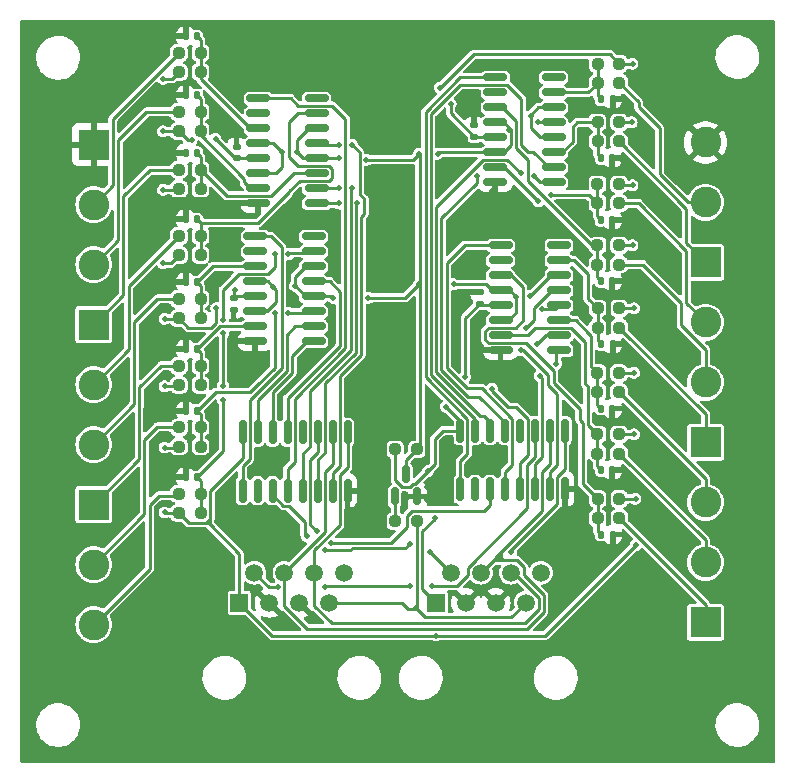
<source format=gbr>
%TF.GenerationSoftware,KiCad,Pcbnew,7.0.7*%
%TF.CreationDate,2024-02-25T00:01:41+01:00*%
%TF.ProjectId,OS-S88n,4f532d53-3838-46e2-9e6b-696361645f70,rev?*%
%TF.SameCoordinates,Original*%
%TF.FileFunction,Copper,L1,Top*%
%TF.FilePolarity,Positive*%
%FSLAX46Y46*%
G04 Gerber Fmt 4.6, Leading zero omitted, Abs format (unit mm)*
G04 Created by KiCad (PCBNEW 7.0.7) date 2024-02-25 00:01:41*
%MOMM*%
%LPD*%
G01*
G04 APERTURE LIST*
G04 Aperture macros list*
%AMRoundRect*
0 Rectangle with rounded corners*
0 $1 Rounding radius*
0 $2 $3 $4 $5 $6 $7 $8 $9 X,Y pos of 4 corners*
0 Add a 4 corners polygon primitive as box body*
4,1,4,$2,$3,$4,$5,$6,$7,$8,$9,$2,$3,0*
0 Add four circle primitives for the rounded corners*
1,1,$1+$1,$2,$3*
1,1,$1+$1,$4,$5*
1,1,$1+$1,$6,$7*
1,1,$1+$1,$8,$9*
0 Add four rect primitives between the rounded corners*
20,1,$1+$1,$2,$3,$4,$5,0*
20,1,$1+$1,$4,$5,$6,$7,0*
20,1,$1+$1,$6,$7,$8,$9,0*
20,1,$1+$1,$8,$9,$2,$3,0*%
G04 Aperture macros list end*
%TA.AperFunction,SMDPad,CuDef*%
%ADD10RoundRect,0.140000X0.140000X0.170000X-0.140000X0.170000X-0.140000X-0.170000X0.140000X-0.170000X0*%
%TD*%
%TA.AperFunction,SMDPad,CuDef*%
%ADD11RoundRect,0.140000X-0.140000X-0.170000X0.140000X-0.170000X0.140000X0.170000X-0.140000X0.170000X0*%
%TD*%
%TA.AperFunction,SMDPad,CuDef*%
%ADD12RoundRect,0.150000X0.150000X-0.587500X0.150000X0.587500X-0.150000X0.587500X-0.150000X-0.587500X0*%
%TD*%
%TA.AperFunction,SMDPad,CuDef*%
%ADD13RoundRect,0.237500X0.250000X0.237500X-0.250000X0.237500X-0.250000X-0.237500X0.250000X-0.237500X0*%
%TD*%
%TA.AperFunction,SMDPad,CuDef*%
%ADD14RoundRect,0.237500X-0.250000X-0.237500X0.250000X-0.237500X0.250000X0.237500X-0.250000X0.237500X0*%
%TD*%
%TA.AperFunction,SMDPad,CuDef*%
%ADD15RoundRect,0.140000X-0.170000X0.140000X-0.170000X-0.140000X0.170000X-0.140000X0.170000X0.140000X0*%
%TD*%
%TA.AperFunction,ComponentPad*%
%ADD16R,2.600000X2.600000*%
%TD*%
%TA.AperFunction,ComponentPad*%
%ADD17C,2.600000*%
%TD*%
%TA.AperFunction,SMDPad,CuDef*%
%ADD18RoundRect,0.140000X0.170000X-0.140000X0.170000X0.140000X-0.170000X0.140000X-0.170000X-0.140000X0*%
%TD*%
%TA.AperFunction,ComponentPad*%
%ADD19R,1.500000X1.500000*%
%TD*%
%TA.AperFunction,ComponentPad*%
%ADD20C,1.500000*%
%TD*%
%TA.AperFunction,SMDPad,CuDef*%
%ADD21RoundRect,0.150000X-0.825000X-0.150000X0.825000X-0.150000X0.825000X0.150000X-0.825000X0.150000X0*%
%TD*%
%TA.AperFunction,SMDPad,CuDef*%
%ADD22RoundRect,0.150000X0.150000X-0.825000X0.150000X0.825000X-0.150000X0.825000X-0.150000X-0.825000X0*%
%TD*%
%TA.AperFunction,ViaPad*%
%ADD23C,0.500000*%
%TD*%
%TA.AperFunction,Conductor*%
%ADD24C,0.250000*%
%TD*%
G04 APERTURE END LIST*
D10*
%TO.P,C1101,1*%
%TO.N,/CS12/CMOS*%
X185247500Y-54189500D03*
%TO.P,C1101,2*%
%TO.N,GND*%
X184287500Y-54189500D03*
%TD*%
D11*
%TO.P,C1001,1*%
%TO.N,/CS8/CMOS*%
X219474500Y-44016000D03*
%TO.P,C1001,2*%
%TO.N,GND*%
X220434500Y-44016000D03*
%TD*%
D10*
%TO.P,C1301,1*%
%TO.N,/CS14/CMOS*%
X185247500Y-65189500D03*
%TO.P,C1301,2*%
%TO.N,GND*%
X184287500Y-65189500D03*
%TD*%
D12*
%TO.P,Q2101,1,B*%
%TO.N,Net-(Q2101-B)*%
X201996000Y-77645500D03*
%TO.P,Q2101,2,E*%
%TO.N,GND*%
X203896000Y-77645500D03*
%TO.P,Q2101,3,C*%
%TO.N,/RJ45/RESET*%
X202946000Y-75770500D03*
%TD*%
D13*
%TO.P,R1402,1*%
%TO.N,/CS13/CMOS*%
X185547000Y-60919374D03*
%TO.P,R1402,2*%
%TO.N,/CS13/TRACK*%
X183722000Y-60919374D03*
%TD*%
%TO.P,R1102,1*%
%TO.N,/CS12/CMOS*%
X185547000Y-55586500D03*
%TO.P,R1102,2*%
%TO.N,/CS12/TRACK*%
X183722000Y-55586500D03*
%TD*%
%TO.P,R1702,1*%
%TO.N,/CS10/CMOS*%
X185547000Y-45086500D03*
%TO.P,R1702,2*%
%TO.N,/CS10/TRACK*%
X183722000Y-45086500D03*
%TD*%
D14*
%TO.P,R801,1*%
%TO.N,/CS6/CMOS*%
X219155000Y-51213000D03*
%TO.P,R801,2*%
%TO.N,VCC*%
X220980000Y-51213000D03*
%TD*%
%TO.P,R2102,1*%
%TO.N,VCC*%
X202033500Y-73660000D03*
%TO.P,R2102,2*%
%TO.N,/RJ45/RESET*%
X203858500Y-73660000D03*
%TD*%
D15*
%TO.P,C1202,1*%
%TO.N,VCC*%
X188341000Y-60861000D03*
%TO.P,C1202,2*%
%TO.N,GND*%
X188341000Y-61821000D03*
%TD*%
D11*
%TO.P,C601,1*%
%TO.N,/CS4/CMOS*%
X219474500Y-64738000D03*
%TO.P,C601,2*%
%TO.N,GND*%
X220434500Y-64738000D03*
%TD*%
%TO.P,C901,1*%
%TO.N,/CS7/CMOS*%
X219464000Y-48982750D03*
%TO.P,C901,2*%
%TO.N,GND*%
X220424000Y-48982750D03*
%TD*%
D14*
%TO.P,R902,1*%
%TO.N,/CS7/CMOS*%
X219164500Y-47585750D03*
%TO.P,R902,2*%
%TO.N,/CS7/TRACK*%
X220989500Y-47585750D03*
%TD*%
D16*
%TO.P,J101,1,Pin_1*%
%TO.N,/CS1/TRACK*%
X228305000Y-88302776D03*
D17*
%TO.P,J101,2,Pin_2*%
%TO.N,/CS2/TRACK*%
X228305000Y-83222776D03*
%TO.P,J101,3,Pin_3*%
%TO.N,/CS3/TRACK*%
X228305000Y-78142776D03*
%TD*%
D14*
%TO.P,R602,1*%
%TO.N,/CS4/CMOS*%
X219175000Y-63341000D03*
%TO.P,R602,2*%
%TO.N,/CS4/TRACK*%
X221000000Y-63341000D03*
%TD*%
D13*
%TO.P,R1802,1*%
%TO.N,/CS11/CMOS*%
X185547000Y-49967500D03*
%TO.P,R1802,2*%
%TO.N,/CS11/TRACK*%
X183722000Y-49967500D03*
%TD*%
D11*
%TO.P,C401,1*%
%TO.N,/CS2/CMOS*%
X219454500Y-75406000D03*
%TO.P,C401,2*%
%TO.N,GND*%
X220414500Y-75406000D03*
%TD*%
D13*
%TO.P,R1101,1*%
%TO.N,/CS12/CMOS*%
X185547000Y-57205500D03*
%TO.P,R1101,2*%
%TO.N,VCC*%
X183722000Y-57205500D03*
%TD*%
D14*
%TO.P,R1002,1*%
%TO.N,/CS8/CMOS*%
X219175000Y-42619000D03*
%TO.P,R1002,2*%
%TO.N,/CS8/TRACK*%
X221000000Y-42619000D03*
%TD*%
D13*
%TO.P,R1801,1*%
%TO.N,/CS11/CMOS*%
X185547000Y-51586500D03*
%TO.P,R1801,2*%
%TO.N,VCC*%
X183722000Y-51586500D03*
%TD*%
D16*
%TO.P,J103,1,Pin_1*%
%TO.N,/CS7/TRACK*%
X228305000Y-57822776D03*
D17*
%TO.P,J103,2,Pin_2*%
%TO.N,/CS8/TRACK*%
X228305000Y-52742776D03*
%TO.P,J103,3,Pin_3*%
%TO.N,GND*%
X228305000Y-47662776D03*
%TD*%
D14*
%TO.P,R202,1*%
%TO.N,/CS1/CMOS*%
X219175000Y-79470000D03*
%TO.P,R202,2*%
%TO.N,/CS1/TRACK*%
X221000000Y-79470000D03*
%TD*%
D13*
%TO.P,R1502,1*%
%TO.N,/CS15/CMOS*%
X185547000Y-71800374D03*
%TO.P,R1502,2*%
%TO.N,/CS15/TRACK*%
X183722000Y-71800374D03*
%TD*%
%TO.P,R1701,1*%
%TO.N,/CS10/CMOS*%
X185547000Y-46705500D03*
%TO.P,R1701,2*%
%TO.N,VCC*%
X183722000Y-46705500D03*
%TD*%
D14*
%TO.P,R401,1*%
%TO.N,/CS2/CMOS*%
X219155000Y-72390000D03*
%TO.P,R401,2*%
%TO.N,VCC*%
X220980000Y-72390000D03*
%TD*%
%TO.P,R502,1*%
%TO.N,/CS3/CMOS*%
X219155000Y-68802000D03*
%TO.P,R502,2*%
%TO.N,/CS3/TRACK*%
X220980000Y-68802000D03*
%TD*%
D10*
%TO.P,C1901,1*%
%TO.N,/CS9/CMOS*%
X185247500Y-38689500D03*
%TO.P,C1901,2*%
%TO.N,GND*%
X184287500Y-38689500D03*
%TD*%
D16*
%TO.P,J104,1,Pin_1*%
%TO.N,GND*%
X176500000Y-47852000D03*
D17*
%TO.P,J104,2,Pin_2*%
%TO.N,/CS9/TRACK*%
X176500000Y-52932000D03*
%TO.P,J104,3,Pin_3*%
%TO.N,/CS10/TRACK*%
X176500000Y-58012000D03*
%TD*%
D14*
%TO.P,R402,1*%
%TO.N,/CS2/CMOS*%
X219155000Y-74009000D03*
%TO.P,R402,2*%
%TO.N,/CS2/TRACK*%
X220980000Y-74009000D03*
%TD*%
%TO.P,R802,1*%
%TO.N,/CS6/CMOS*%
X219155000Y-52832000D03*
%TO.P,R802,2*%
%TO.N,/CS6/TRACK*%
X220980000Y-52832000D03*
%TD*%
D13*
%TO.P,R1501,1*%
%TO.N,/CS15/CMOS*%
X185547000Y-73419374D03*
%TO.P,R1501,2*%
%TO.N,VCC*%
X183722000Y-73419374D03*
%TD*%
%TO.P,R1901,1*%
%TO.N,/CS9/CMOS*%
X185547000Y-41705500D03*
%TO.P,R1901,2*%
%TO.N,VCC*%
X183722000Y-41705500D03*
%TD*%
D16*
%TO.P,J102,1,Pin_1*%
%TO.N,/CS4/TRACK*%
X228305000Y-73062776D03*
D17*
%TO.P,J102,2,Pin_2*%
%TO.N,/CS5/TRACK*%
X228305000Y-67982776D03*
%TO.P,J102,3,Pin_3*%
%TO.N,/CS6/TRACK*%
X228305000Y-62902776D03*
%TD*%
D10*
%TO.P,C1401,1*%
%TO.N,/CS13/CMOS*%
X185247500Y-59522374D03*
%TO.P,C1401,2*%
%TO.N,GND*%
X184287500Y-59522374D03*
%TD*%
D11*
%TO.P,C701,1*%
%TO.N,/CS5/CMOS*%
X219454500Y-59404000D03*
%TO.P,C701,2*%
%TO.N,GND*%
X220414500Y-59404000D03*
%TD*%
D18*
%TO.P,C1201,1*%
%TO.N,VCC*%
X188595000Y-48994000D03*
%TO.P,C1201,2*%
%TO.N,GND*%
X188595000Y-48034000D03*
%TD*%
D19*
%TO.P,J2102,1*%
%TO.N,VCC*%
X205477000Y-86650000D03*
D20*
%TO.P,J2102,2*%
%TO.N,/RJ45/DATA_OUT*%
X206747000Y-84110000D03*
%TO.P,J2102,3*%
%TO.N,GND*%
X208017000Y-86650000D03*
%TO.P,J2102,4*%
%TO.N,/RJ45/CLOCK*%
X209287000Y-84110000D03*
%TO.P,J2102,5*%
%TO.N,GND*%
X210557000Y-86650000D03*
%TO.P,J2102,6*%
%TO.N,/RJ45/PL*%
X211827000Y-84110000D03*
%TO.P,J2102,7*%
%TO.N,Net-(J2101-Pad7)*%
X213097000Y-86650000D03*
%TO.P,J2102,8*%
%TO.N,unconnected-(J2102-Pad8)*%
X214367000Y-84110000D03*
%TD*%
D13*
%TO.P,R1302,1*%
%TO.N,/CS14/CMOS*%
X185547000Y-66586500D03*
%TO.P,R1302,2*%
%TO.N,/CS14/TRACK*%
X183722000Y-66586500D03*
%TD*%
D18*
%TO.P,C301,1*%
%TO.N,VCC*%
X208723001Y-47188001D03*
%TO.P,C301,2*%
%TO.N,GND*%
X208723001Y-46228001D03*
%TD*%
D13*
%TO.P,R2101,1*%
%TO.N,Net-(J2101-Pad7)*%
X203858500Y-79756000D03*
%TO.P,R2101,2*%
%TO.N,Net-(Q2101-B)*%
X202033500Y-79756000D03*
%TD*%
%TO.P,R1301,1*%
%TO.N,/CS14/CMOS*%
X185547000Y-68205500D03*
%TO.P,R1301,2*%
%TO.N,VCC*%
X183722000Y-68205500D03*
%TD*%
D11*
%TO.P,C201,1*%
%TO.N,/CS1/CMOS*%
X219474500Y-80867000D03*
%TO.P,C201,2*%
%TO.N,GND*%
X220434500Y-80867000D03*
%TD*%
D14*
%TO.P,R1001,1*%
%TO.N,/CS8/CMOS*%
X219175000Y-41000000D03*
%TO.P,R1001,2*%
%TO.N,VCC*%
X221000000Y-41000000D03*
%TD*%
D21*
%TO.P,U1202,1,Q4*%
%TO.N,/SR-latch2/Q8*%
X190184000Y-55626000D03*
%TO.P,U1202,2,NC*%
%TO.N,unconnected-(U1202-NC-Pad2)*%
X190184000Y-56896000D03*
%TO.P,U1202,3,S1*%
%TO.N,/CS13/CMOS*%
X190184000Y-58166000D03*
%TO.P,U1202,4,R1*%
%TO.N,/RJ45/RESET*%
X190184000Y-59436000D03*
%TO.P,U1202,5,enable*%
%TO.N,VCC*%
X190184000Y-60706000D03*
%TO.P,U1202,6,R2*%
%TO.N,/RJ45/RESET*%
X190184000Y-61976000D03*
%TO.P,U1202,7,S2*%
%TO.N,/CS14/CMOS*%
X190184000Y-63246000D03*
%TO.P,U1202,8,GND*%
%TO.N,GND*%
X190184000Y-64516000D03*
%TO.P,U1202,9,Q2*%
%TO.N,/SR-latch2/Q6*%
X195134000Y-64516000D03*
%TO.P,U1202,10,Q3*%
%TO.N,/SR-latch2/Q7*%
X195134000Y-63246000D03*
%TO.P,U1202,11,S3*%
%TO.N,/CS15/CMOS*%
X195134000Y-61976000D03*
%TO.P,U1202,12,R3*%
%TO.N,/RJ45/RESET*%
X195134000Y-60706000D03*
%TO.P,U1202,13,Q1*%
%TO.N,/SR-latch2/Q5*%
X195134000Y-59436000D03*
%TO.P,U1202,14,R4*%
%TO.N,/RJ45/RESET*%
X195134000Y-58166000D03*
%TO.P,U1202,15,S4*%
%TO.N,/CS16/CMOS*%
X195134000Y-56896000D03*
%TO.P,U1202,16*%
%TO.N,N/C*%
X195134000Y-55626000D03*
%TD*%
D10*
%TO.P,C1501,1*%
%TO.N,/CS15/CMOS*%
X185247500Y-70403374D03*
%TO.P,C1501,2*%
%TO.N,GND*%
X184287500Y-70403374D03*
%TD*%
D13*
%TO.P,R1601,1*%
%TO.N,/CS16/CMOS*%
X185547000Y-79038374D03*
%TO.P,R1601,2*%
%TO.N,VCC*%
X183722000Y-79038374D03*
%TD*%
D21*
%TO.P,U1201,1,Q4*%
%TO.N,/SR-latch2/Q4*%
X190438000Y-43942000D03*
%TO.P,U1201,2,NC*%
%TO.N,unconnected-(U1201-NC-Pad2)*%
X190438000Y-45212000D03*
%TO.P,U1201,3,S1*%
%TO.N,/CS9/CMOS*%
X190438000Y-46482000D03*
%TO.P,U1201,4,R1*%
%TO.N,/RJ45/RESET*%
X190438000Y-47752000D03*
%TO.P,U1201,5,enable*%
%TO.N,VCC*%
X190438000Y-49022000D03*
%TO.P,U1201,6,R2*%
%TO.N,/RJ45/RESET*%
X190438000Y-50292000D03*
%TO.P,U1201,7,S2*%
%TO.N,/CS10/CMOS*%
X190438000Y-51562000D03*
%TO.P,U1201,8,GND*%
%TO.N,GND*%
X190438000Y-52832000D03*
%TO.P,U1201,9,Q2*%
%TO.N,/SR-latch2/Q2*%
X195388000Y-52832000D03*
%TO.P,U1201,10,Q3*%
%TO.N,/SR-latch2/Q3*%
X195388000Y-51562000D03*
%TO.P,U1201,11,S3*%
%TO.N,/CS11/CMOS*%
X195388000Y-50292000D03*
%TO.P,U1201,12,R3*%
%TO.N,/RJ45/RESET*%
X195388000Y-49022000D03*
%TO.P,U1201,13,Q1*%
%TO.N,/SR-latch2/Q1*%
X195388000Y-47752000D03*
%TO.P,U1201,14,R4*%
%TO.N,/RJ45/RESET*%
X195388000Y-46482000D03*
%TO.P,U1201,15,S4*%
%TO.N,/CS12/CMOS*%
X195388000Y-45212000D03*
%TO.P,U1201,16*%
%TO.N,N/C*%
X195388000Y-43942000D03*
%TD*%
D14*
%TO.P,R201,1*%
%TO.N,/CS1/CMOS*%
X219175000Y-77851000D03*
%TO.P,R201,2*%
%TO.N,VCC*%
X221000000Y-77851000D03*
%TD*%
D21*
%TO.P,U301,1,Q4*%
%TO.N,/SR-latch1/Q4*%
X210950000Y-56388000D03*
%TO.P,U301,2,NC*%
%TO.N,unconnected-(U301-NC-Pad2)*%
X210950000Y-57658000D03*
%TO.P,U301,3,S1*%
%TO.N,/CS1/CMOS*%
X210950000Y-58928000D03*
%TO.P,U301,4,R1*%
%TO.N,/RJ45/RESET*%
X210950000Y-60198000D03*
%TO.P,U301,5,enable*%
%TO.N,VCC*%
X210950000Y-61468000D03*
%TO.P,U301,6,R2*%
%TO.N,/RJ45/RESET*%
X210950000Y-62738000D03*
%TO.P,U301,7,S2*%
%TO.N,/CS2/CMOS*%
X210950000Y-64008000D03*
%TO.P,U301,8,GND*%
%TO.N,GND*%
X210950000Y-65278000D03*
%TO.P,U301,9,Q2*%
%TO.N,/SR-latch1/Q2*%
X215900000Y-65278000D03*
%TO.P,U301,10,Q3*%
%TO.N,/SR-latch1/Q3*%
X215900000Y-64008000D03*
%TO.P,U301,11,S3*%
%TO.N,/CS3/CMOS*%
X215900000Y-62738000D03*
%TO.P,U301,12,R3*%
%TO.N,/RJ45/RESET*%
X215900000Y-61468000D03*
%TO.P,U301,13,Q1*%
%TO.N,/SR-latch1/Q1*%
X215900000Y-60198000D03*
%TO.P,U301,14,R4*%
%TO.N,/RJ45/RESET*%
X215900000Y-58928000D03*
%TO.P,U301,15,S4*%
%TO.N,/CS4/CMOS*%
X215900000Y-57658000D03*
%TO.P,U301,16*%
%TO.N,N/C*%
X215900000Y-56388000D03*
%TD*%
D19*
%TO.P,J2101,1*%
%TO.N,VCC*%
X188840000Y-86650000D03*
D20*
%TO.P,J2101,2*%
%TO.N,/RJ45/DATA_IN*%
X190110000Y-84110000D03*
%TO.P,J2101,3*%
%TO.N,GND*%
X191380000Y-86650000D03*
%TO.P,J2101,4*%
%TO.N,/RJ45/CLOCK*%
X192650000Y-84110000D03*
%TO.P,J2101,5*%
%TO.N,GND*%
X193920000Y-86650000D03*
%TO.P,J2101,6*%
%TO.N,/RJ45/PL*%
X195190000Y-84110000D03*
%TO.P,J2101,7*%
%TO.N,Net-(J2101-Pad7)*%
X196460000Y-86650000D03*
%TO.P,J2101,8*%
%TO.N,unconnected-(J2101-Pad8)*%
X197730000Y-84110000D03*
%TD*%
D10*
%TO.P,C1701,1*%
%TO.N,/CS10/CMOS*%
X185247500Y-43689500D03*
%TO.P,C1701,2*%
%TO.N,GND*%
X184287500Y-43689500D03*
%TD*%
%TO.P,C1601,1*%
%TO.N,/CS16/CMOS*%
X185247500Y-76022374D03*
%TO.P,C1601,2*%
%TO.N,GND*%
X184287500Y-76022374D03*
%TD*%
D14*
%TO.P,R501,1*%
%TO.N,/CS3/CMOS*%
X219155000Y-67183000D03*
%TO.P,R501,2*%
%TO.N,VCC*%
X220980000Y-67183000D03*
%TD*%
%TO.P,R702,1*%
%TO.N,/CS5/CMOS*%
X219155000Y-58007000D03*
%TO.P,R702,2*%
%TO.N,/CS5/TRACK*%
X220980000Y-58007000D03*
%TD*%
D16*
%TO.P,J106,1,Pin_1*%
%TO.N,/CS14/TRACK*%
X176500000Y-78332000D03*
D17*
%TO.P,J106,2,Pin_2*%
%TO.N,/CS15/TRACK*%
X176500000Y-83412000D03*
%TO.P,J106,3,Pin_3*%
%TO.N,/CS16/TRACK*%
X176500000Y-88492000D03*
%TD*%
D11*
%TO.P,C801,1*%
%TO.N,/CS6/CMOS*%
X219454500Y-54229000D03*
%TO.P,C801,2*%
%TO.N,GND*%
X220414500Y-54229000D03*
%TD*%
D13*
%TO.P,R1902,1*%
%TO.N,/CS9/CMOS*%
X185547000Y-40086500D03*
%TO.P,R1902,2*%
%TO.N,/CS9/TRACK*%
X183722000Y-40086500D03*
%TD*%
%TO.P,R1401,1*%
%TO.N,/CS13/CMOS*%
X185547000Y-62538374D03*
%TO.P,R1401,2*%
%TO.N,VCC*%
X183722000Y-62538374D03*
%TD*%
D21*
%TO.P,U302,1,Q4*%
%TO.N,/SR-latch1/Q8*%
X210504000Y-42164000D03*
%TO.P,U302,2,NC*%
%TO.N,unconnected-(U302-NC-Pad2)*%
X210504000Y-43434000D03*
%TO.P,U302,3,S1*%
%TO.N,/CS5/CMOS*%
X210504000Y-44704000D03*
%TO.P,U302,4,R1*%
%TO.N,/RJ45/RESET*%
X210504000Y-45974000D03*
%TO.P,U302,5,enable*%
%TO.N,VCC*%
X210504000Y-47244000D03*
%TO.P,U302,6,R2*%
%TO.N,/RJ45/RESET*%
X210504000Y-48514000D03*
%TO.P,U302,7,S2*%
%TO.N,/CS6/CMOS*%
X210504000Y-49784000D03*
%TO.P,U302,8,GND*%
%TO.N,GND*%
X210504000Y-51054000D03*
%TO.P,U302,9,Q2*%
%TO.N,/SR-latch1/Q6*%
X215454000Y-51054000D03*
%TO.P,U302,10,Q3*%
%TO.N,/SR-latch1/Q7*%
X215454000Y-49784000D03*
%TO.P,U302,11,S3*%
%TO.N,/CS7/CMOS*%
X215454000Y-48514000D03*
%TO.P,U302,12,R3*%
%TO.N,/RJ45/RESET*%
X215454000Y-47244000D03*
%TO.P,U302,13,Q1*%
%TO.N,/SR-latch1/Q5*%
X215454000Y-45974000D03*
%TO.P,U302,14,R4*%
%TO.N,/RJ45/RESET*%
X215454000Y-44704000D03*
%TO.P,U302,15,S4*%
%TO.N,/CS8/CMOS*%
X215454000Y-43434000D03*
%TO.P,U302,16*%
%TO.N,N/C*%
X215454000Y-42164000D03*
%TD*%
D14*
%TO.P,R601,1*%
%TO.N,/CS4/CMOS*%
X219175000Y-61722000D03*
%TO.P,R601,2*%
%TO.N,VCC*%
X221000000Y-61722000D03*
%TD*%
D11*
%TO.P,C501,1*%
%TO.N,/CS3/CMOS*%
X219454500Y-70199000D03*
%TO.P,C501,2*%
%TO.N,GND*%
X220414500Y-70199000D03*
%TD*%
D10*
%TO.P,C1801,1*%
%TO.N,/CS11/CMOS*%
X185247500Y-48570500D03*
%TO.P,C1801,2*%
%TO.N,GND*%
X184287500Y-48570500D03*
%TD*%
D14*
%TO.P,R701,1*%
%TO.N,/CS5/CMOS*%
X219155000Y-56388000D03*
%TO.P,R701,2*%
%TO.N,VCC*%
X220980000Y-56388000D03*
%TD*%
D22*
%TO.P,U2001,1,P7*%
%TO.N,/SR-latch1/Q8*%
X207518000Y-77024000D03*
%TO.P,U2001,2,Q5*%
%TO.N,unconnected-(U2001-Q5-Pad2)*%
X208788000Y-77024000D03*
%TO.P,U2001,3,Q7*%
%TO.N,Net-(U2001-Q7)*%
X210058000Y-77024000D03*
%TO.P,U2001,4,P3*%
%TO.N,/SR-latch1/Q4*%
X211328000Y-77024000D03*
%TO.P,U2001,5,P2*%
%TO.N,/SR-latch1/Q3*%
X212598000Y-77024000D03*
%TO.P,U2001,6,P1*%
%TO.N,/SR-latch1/Q2*%
X213868000Y-77024000D03*
%TO.P,U2001,7,P0*%
%TO.N,/SR-latch1/Q1*%
X215138000Y-77024000D03*
%TO.P,U2001,8,Vss*%
%TO.N,GND*%
X216408000Y-77024000D03*
%TO.P,U2001,9,PL*%
%TO.N,/RJ45/PL*%
X216408000Y-72074000D03*
%TO.P,U2001,10,CP*%
%TO.N,/RJ45/CLOCK*%
X215138000Y-72074000D03*
%TO.P,U2001,11,DS*%
%TO.N,/RJ45/DATA_IN*%
X213868000Y-72074000D03*
%TO.P,U2001,12,Q6*%
%TO.N,unconnected-(U2001-Q6-Pad12)*%
X212598000Y-72074000D03*
%TO.P,U2001,13,P4*%
%TO.N,/SR-latch1/Q5*%
X211328000Y-72074000D03*
%TO.P,U2001,14,P5*%
%TO.N,/SR-latch1/Q6*%
X210058000Y-72074000D03*
%TO.P,U2001,15,P6*%
%TO.N,/SR-latch1/Q7*%
X208788000Y-72074000D03*
%TO.P,U2001,16,Vdd*%
%TO.N,VCC*%
X207518000Y-72074000D03*
%TD*%
%TO.P,U2002,1,P7*%
%TO.N,/SR-latch2/Q8*%
X189103000Y-77151000D03*
%TO.P,U2002,2,Q5*%
%TO.N,unconnected-(U2002-Q5-Pad2)*%
X190373000Y-77151000D03*
%TO.P,U2002,3,Q7*%
%TO.N,/RJ45/DATA_OUT*%
X191643000Y-77151000D03*
%TO.P,U2002,4,P3*%
%TO.N,/SR-latch2/Q4*%
X192913000Y-77151000D03*
%TO.P,U2002,5,P2*%
%TO.N,/SR-latch2/Q3*%
X194183000Y-77151000D03*
%TO.P,U2002,6,P1*%
%TO.N,/SR-latch2/Q2*%
X195453000Y-77151000D03*
%TO.P,U2002,7,P0*%
%TO.N,/SR-latch2/Q1*%
X196723000Y-77151000D03*
%TO.P,U2002,8,Vss*%
%TO.N,GND*%
X197993000Y-77151000D03*
%TO.P,U2002,9,PL*%
%TO.N,/RJ45/PL*%
X197993000Y-72201000D03*
%TO.P,U2002,10,CP*%
%TO.N,/RJ45/CLOCK*%
X196723000Y-72201000D03*
%TO.P,U2002,11,DS*%
%TO.N,Net-(U2001-Q7)*%
X195453000Y-72201000D03*
%TO.P,U2002,12,Q6*%
%TO.N,unconnected-(U2002-Q6-Pad12)*%
X194183000Y-72201000D03*
%TO.P,U2002,13,P4*%
%TO.N,/SR-latch2/Q5*%
X192913000Y-72201000D03*
%TO.P,U2002,14,P5*%
%TO.N,/SR-latch2/Q6*%
X191643000Y-72201000D03*
%TO.P,U2002,15,P6*%
%TO.N,/SR-latch2/Q7*%
X190373000Y-72201000D03*
%TO.P,U2002,16,Vdd*%
%TO.N,VCC*%
X189103000Y-72201000D03*
%TD*%
D14*
%TO.P,R901,1*%
%TO.N,/CS7/CMOS*%
X219164500Y-45966750D03*
%TO.P,R901,2*%
%TO.N,VCC*%
X220989500Y-45966750D03*
%TD*%
D16*
%TO.P,J105,1,Pin_1*%
%TO.N,/CS11/TRACK*%
X176500000Y-63092000D03*
D17*
%TO.P,J105,2,Pin_2*%
%TO.N,/CS12/TRACK*%
X176500000Y-68172000D03*
%TO.P,J105,3,Pin_3*%
%TO.N,/CS13/TRACK*%
X176500000Y-73252000D03*
%TD*%
D18*
%TO.P,C302,1*%
%TO.N,VCC*%
X209169001Y-61313000D03*
%TO.P,C302,2*%
%TO.N,GND*%
X209169001Y-60353000D03*
%TD*%
D13*
%TO.P,R1602,1*%
%TO.N,/CS16/CMOS*%
X185547000Y-77419374D03*
%TO.P,R1602,2*%
%TO.N,/CS16/TRACK*%
X183722000Y-77419374D03*
%TD*%
D23*
%TO.N,GND*%
X186690000Y-44450000D03*
X199898000Y-70612000D03*
X222885000Y-54356000D03*
X202565000Y-39243000D03*
X221361000Y-38735000D03*
X209169000Y-65278000D03*
X202946000Y-77851000D03*
X223266000Y-42418000D03*
X213233000Y-69342000D03*
X210566000Y-93599000D03*
X178689000Y-64389000D03*
X179070000Y-74422000D03*
X217932000Y-62357000D03*
X217170000Y-79629000D03*
X201930000Y-69723000D03*
X179832000Y-78105000D03*
X200406000Y-62103000D03*
X200279000Y-58928000D03*
X213741000Y-58928000D03*
X213233000Y-42672000D03*
X218694000Y-76327000D03*
X222758000Y-50673000D03*
X223520000Y-89789000D03*
X224917000Y-64008000D03*
X183007000Y-53213000D03*
X202438000Y-58420000D03*
X186690000Y-52578000D03*
X183261000Y-75946000D03*
X173736000Y-63627000D03*
X181483000Y-44196000D03*
X198755000Y-75184000D03*
X173736000Y-85598000D03*
X187071000Y-58928000D03*
X181991000Y-95631000D03*
X205232000Y-70866000D03*
X183134000Y-58928000D03*
X206629000Y-47244000D03*
X224282000Y-74676000D03*
X199263000Y-77216000D03*
X186690000Y-65278000D03*
X202692000Y-62865000D03*
X225171000Y-53848000D03*
X198120000Y-79121000D03*
X179578000Y-88646000D03*
X193294000Y-61087000D03*
X221742000Y-84455000D03*
X192278000Y-79502000D03*
X193167000Y-55753000D03*
X231902000Y-64008000D03*
X173863000Y-73533000D03*
X204978000Y-69215000D03*
X180340000Y-56388000D03*
X209296000Y-62611000D03*
X191516000Y-82423000D03*
X208661000Y-45339000D03*
X186690000Y-53594000D03*
X184277000Y-64262000D03*
X223520000Y-48133000D03*
X190119000Y-65913000D03*
X181483000Y-59563000D03*
X209169000Y-58928000D03*
X207772000Y-49530000D03*
X184658000Y-75057000D03*
X207137000Y-65786000D03*
X190500000Y-75184000D03*
X209296000Y-74676000D03*
X188722000Y-53340000D03*
X225679000Y-69342000D03*
X206121000Y-77978000D03*
X231775000Y-54229000D03*
X223520000Y-44323000D03*
X183769000Y-81153000D03*
X173609000Y-55499000D03*
X210312000Y-41021000D03*
X200025000Y-46482000D03*
X217805000Y-56769000D03*
X188087000Y-97663000D03*
X202438000Y-50165000D03*
X188214000Y-79629000D03*
X217424000Y-50673000D03*
X224790000Y-57023000D03*
X186690000Y-49911000D03*
X187071000Y-38354000D03*
X180848000Y-51435000D03*
X210439000Y-74041000D03*
X216408000Y-38608000D03*
X233045000Y-89789000D03*
X192405000Y-93091000D03*
X196342000Y-97790000D03*
X217424000Y-41275000D03*
X183261000Y-69977000D03*
X174625000Y-50546000D03*
X211709000Y-51943000D03*
X183134000Y-48514000D03*
X183388000Y-65151000D03*
X221361000Y-54229000D03*
X224282000Y-79502000D03*
X186563000Y-70358000D03*
X207137000Y-62103000D03*
X217551000Y-53086000D03*
X208661000Y-38989000D03*
X181102000Y-64262000D03*
X223139000Y-46355000D03*
X221361000Y-44196000D03*
X223139000Y-56388000D03*
X188214000Y-64516000D03*
X188341000Y-62611000D03*
X219202000Y-82296000D03*
X218059000Y-54737000D03*
X183642000Y-89916000D03*
X176911000Y-93472000D03*
X191770000Y-74422000D03*
X210820000Y-66421000D03*
X217297000Y-68707000D03*
X206121000Y-73533000D03*
X198501000Y-38735000D03*
X221234000Y-59436000D03*
X203327000Y-46990000D03*
X221234000Y-49149000D03*
X173101000Y-78359000D03*
X208407000Y-60325000D03*
X232029000Y-72898000D03*
X221361000Y-60452000D03*
X217805000Y-47371000D03*
X217805000Y-44577000D03*
X223266000Y-60579000D03*
X219075000Y-71120000D03*
X231648000Y-81407000D03*
X211201000Y-54229000D03*
X204724000Y-77978000D03*
X179070000Y-83820000D03*
X176911000Y-43561000D03*
X220091000Y-94996000D03*
X173609000Y-67183000D03*
X187452000Y-55499000D03*
X231394000Y-46736000D03*
X181229000Y-47879000D03*
X204724000Y-76835000D03*
X187452000Y-77724000D03*
X217678000Y-59563000D03*
X187198000Y-46101000D03*
X216408000Y-70104000D03*
X225425000Y-49530000D03*
X199898000Y-50800000D03*
X206121000Y-76962000D03*
X193167000Y-58039000D03*
X191770000Y-38735000D03*
X178816000Y-68834000D03*
X201930000Y-65151000D03*
X173863000Y-91821000D03*
X194564000Y-66294000D03*
X178689000Y-38227000D03*
X210185000Y-51816000D03*
X183134000Y-43561000D03*
X213106000Y-98171000D03*
X221234000Y-76200000D03*
%TO.N,VCC*%
X222250000Y-72390000D03*
X182499000Y-68326000D03*
X182500000Y-79000000D03*
X182372000Y-57912000D03*
X182500000Y-73500000D03*
X186877500Y-61722000D03*
X207955901Y-67507100D03*
X222377000Y-77851000D03*
X222056500Y-45974000D03*
X222123000Y-56388000D03*
X182372000Y-42291000D03*
X222123000Y-51308000D03*
X184785000Y-47498000D03*
X205486000Y-89416500D03*
X182372000Y-46736000D03*
X206315143Y-70036858D03*
X188468000Y-60198000D03*
X205841767Y-43027767D03*
X182372000Y-51689000D03*
X182499000Y-62611000D03*
X204787500Y-75501500D03*
X222377000Y-81788000D03*
X222123000Y-41021000D03*
X222250000Y-67183000D03*
X206718431Y-44412431D03*
X205359000Y-79441500D03*
X186817000Y-47371000D03*
X222250000Y-61722000D03*
%TO.N,/CS6/CMOS*%
X214160267Y-52666733D03*
X215226733Y-52108267D03*
%TO.N,/CS15/CMOS*%
X191830500Y-62103000D03*
X192979500Y-62103000D03*
%TO.N,/CS16/CMOS*%
X187452000Y-69469000D03*
X187452000Y-63820500D03*
X187452000Y-68259500D03*
X187452000Y-62671500D03*
X192979500Y-57150000D03*
X191830500Y-57150000D03*
%TO.N,/SR-latch1/Q2*%
X215671233Y-66395767D03*
X214249000Y-67437000D03*
%TO.N,/SR-latch1/Q3*%
X214020233Y-64744767D03*
X210239109Y-68525892D03*
%TO.N,/SR-latch1/Q1*%
X212699767Y-65252767D03*
X213080767Y-63347767D03*
%TO.N,/SR-latch1/Q6*%
X213807500Y-50546000D03*
X212658500Y-50292000D03*
%TO.N,/SR-latch1/Q5*%
X214122000Y-45974000D03*
X208915000Y-50546000D03*
%TO.N,/SR-latch2/Q2*%
X198832500Y-52832000D03*
X197233500Y-52832000D03*
%TO.N,/SR-latch2/Q3*%
X198382500Y-51562000D03*
X197233500Y-51562000D03*
%TO.N,/SR-latch2/Q1*%
X198382500Y-47879000D03*
X197231000Y-47879000D03*
%TO.N,/RJ45/DATA_IN*%
X192075500Y-85344000D03*
X205105000Y-85217000D03*
X203284000Y-85217000D03*
X196088000Y-85344000D03*
%TO.N,/RJ45/PL*%
X211874733Y-82334733D03*
%TO.N,/RJ45/RESET*%
X213426500Y-60706000D03*
X197233500Y-49022000D03*
X205621500Y-48641000D03*
X214465795Y-61811796D03*
X204022500Y-59690000D03*
X193675000Y-48514000D03*
X211679500Y-46577000D03*
X206971500Y-59690000D03*
X196783500Y-60833000D03*
X192465500Y-48514000D03*
X193548000Y-59817000D03*
X213487000Y-45466000D03*
X204022500Y-48641000D03*
X212250000Y-60739000D03*
X199583500Y-49149000D03*
X191707198Y-59879802D03*
X199732500Y-60833000D03*
%TO.N,/RJ45/DATA_OUT*%
X203284000Y-81661000D03*
X205019000Y-82382000D03*
X194564000Y-81026000D03*
X196088000Y-82169000D03*
%TO.N,Net-(U2001-Q7)*%
X196635431Y-81573431D03*
X195377767Y-80569767D03*
%TD*%
D24*
%TO.N,/CS1/CMOS*%
X209650000Y-63661249D02*
X209948249Y-63363000D01*
X215445125Y-66982125D02*
X213106000Y-64643000D01*
X209948249Y-63363000D02*
X212217000Y-63363000D01*
X219175000Y-77851000D02*
X217892500Y-76568500D01*
X213106000Y-64643000D02*
X209938249Y-64643000D01*
X217892500Y-71391104D02*
X217667000Y-71165604D01*
X217667000Y-70231000D02*
X215445125Y-68009125D01*
X219175000Y-77851000D02*
X219175000Y-80567500D01*
X211836000Y-58928000D02*
X210950000Y-58928000D01*
X219175000Y-80567500D02*
X219474500Y-80867000D01*
X212852000Y-62728000D02*
X212852000Y-59944000D01*
X217667000Y-71165604D02*
X217667000Y-70231000D01*
X209650000Y-64354751D02*
X209650000Y-63661249D01*
X215445125Y-68009125D02*
X215445125Y-66982125D01*
X217892500Y-76568500D02*
X217892500Y-71391104D01*
X212852000Y-59944000D02*
X211836000Y-58928000D01*
X212217000Y-63363000D02*
X212852000Y-62728000D01*
X209938249Y-64643000D02*
X209650000Y-64354751D01*
%TO.N,VCC*%
X186877500Y-62923104D02*
X186462230Y-63338374D01*
X190438000Y-49022000D02*
X188623000Y-49022000D01*
X188341000Y-60325000D02*
X188468000Y-60198000D01*
X204308500Y-84674500D02*
X204308500Y-80588995D01*
X205486000Y-89416500D02*
X191606500Y-89416500D01*
X210950000Y-61468000D02*
X209324001Y-61468000D01*
X205477000Y-86650000D02*
X204308500Y-85481500D01*
X188496000Y-60706000D02*
X188341000Y-60861000D01*
X182500000Y-73500000D02*
X183641374Y-73500000D01*
X207955901Y-62526100D02*
X209169001Y-61313000D01*
X188440000Y-48994000D02*
X186817000Y-47371000D01*
X183691500Y-46736000D02*
X183722000Y-46705500D01*
X203549249Y-76583000D02*
X203297249Y-76835000D01*
X186359500Y-77164104D02*
X186359500Y-79508869D01*
X183641374Y-73500000D02*
X183722000Y-73419374D01*
X208723001Y-47188001D02*
X208715392Y-47188001D01*
X204787500Y-75501500D02*
X203706000Y-76583000D01*
X207518000Y-72074000D02*
X207518000Y-71239715D01*
X188341000Y-60861000D02*
X188341000Y-60325000D01*
X185985369Y-79883000D02*
X184566626Y-79883000D01*
X182372000Y-57912000D02*
X183015500Y-57912000D01*
X186309000Y-80010000D02*
X186083684Y-79784684D01*
X205359000Y-74930000D02*
X204787500Y-75501500D01*
X182372000Y-42291000D02*
X183136500Y-42291000D01*
X182372000Y-46736000D02*
X183691500Y-46736000D01*
X203297249Y-76835000D02*
X202601249Y-76835000D01*
X222056500Y-45974000D02*
X220996750Y-45974000D01*
X206056000Y-72074000D02*
X205359000Y-72771000D01*
X222250000Y-61722000D02*
X221000000Y-61722000D01*
X188595000Y-48994000D02*
X188440000Y-48994000D01*
X221075000Y-51308000D02*
X220980000Y-51213000D01*
X222123000Y-56388000D02*
X220980000Y-56388000D01*
X220996750Y-45974000D02*
X220989500Y-45966750D01*
X222377000Y-81788000D02*
X214748500Y-89416500D01*
X207518000Y-71239715D02*
X206315143Y-70036858D01*
X222102000Y-41000000D02*
X222123000Y-41021000D01*
X202033500Y-76267251D02*
X202033500Y-73660000D01*
X182499000Y-68326000D02*
X183601500Y-68326000D01*
X204308500Y-80588995D02*
X205359000Y-79538495D01*
X182499000Y-62611000D02*
X183649374Y-62611000D01*
X189103000Y-72201000D02*
X189103000Y-74420604D01*
X183619500Y-51689000D02*
X183722000Y-51586500D01*
X183601500Y-68326000D02*
X183722000Y-68205500D01*
X204308500Y-85481500D02*
X204308500Y-84674500D01*
X222250000Y-72390000D02*
X220980000Y-72390000D01*
X214748500Y-89416500D02*
X205486000Y-89416500D01*
X186182000Y-79883000D02*
X186309000Y-80010000D01*
X183649374Y-62611000D02*
X183722000Y-62538374D01*
X183015500Y-57912000D02*
X183722000Y-57205500D01*
X207955901Y-67507100D02*
X207955901Y-62526100D01*
X188840000Y-82541000D02*
X186309000Y-80010000D01*
X188623000Y-49022000D02*
X188595000Y-48994000D01*
X188840000Y-86650000D02*
X188840000Y-82541000D01*
X184514500Y-47498000D02*
X183722000Y-46705500D01*
X189103000Y-74420604D02*
X186359500Y-77164104D01*
X205359000Y-72771000D02*
X205359000Y-74930000D01*
X182538374Y-79038374D02*
X182500000Y-79000000D01*
X205359000Y-79538495D02*
X205359000Y-79441500D01*
X220200000Y-40200000D02*
X221000000Y-41000000D01*
X186309000Y-79559369D02*
X186309000Y-80010000D01*
X183722000Y-79038374D02*
X182538374Y-79038374D01*
X191606500Y-89416500D02*
X188840000Y-86650000D01*
X209324001Y-61468000D02*
X209169001Y-61313000D01*
X205841767Y-43027767D02*
X208669534Y-40200000D01*
X190184000Y-60706000D02*
X188496000Y-60706000D01*
X202601249Y-76835000D02*
X202033500Y-76267251D01*
X222250000Y-67183000D02*
X220980000Y-67183000D01*
X208669534Y-40200000D02*
X220200000Y-40200000D01*
X208779000Y-47244000D02*
X208723001Y-47188001D01*
X186359500Y-79508869D02*
X186309000Y-79559369D01*
X186083684Y-79784684D02*
X185985369Y-79883000D01*
X222377000Y-77851000D02*
X221000000Y-77851000D01*
X210504000Y-47244000D02*
X208779000Y-47244000D01*
X208715392Y-47188001D02*
X206718431Y-45191040D01*
X186877500Y-61722000D02*
X186877500Y-62923104D01*
X221000000Y-41000000D02*
X222102000Y-41000000D01*
X185985369Y-79883000D02*
X186182000Y-79883000D01*
X186359500Y-79508869D02*
X186083684Y-79784684D01*
X183136500Y-42291000D02*
X183722000Y-41705500D01*
X184522000Y-63338374D02*
X183722000Y-62538374D01*
X203706000Y-76583000D02*
X203549249Y-76583000D01*
X222123000Y-51308000D02*
X221075000Y-51308000D01*
X182372000Y-51689000D02*
X183619500Y-51689000D01*
X184785000Y-47498000D02*
X184514500Y-47498000D01*
X184566626Y-79883000D02*
X183722000Y-79038374D01*
X206718431Y-45191040D02*
X206718431Y-44412431D01*
X186462230Y-63338374D02*
X184522000Y-63338374D01*
X207518000Y-72074000D02*
X206056000Y-72074000D01*
%TO.N,/CS2/CMOS*%
X213233000Y-64008000D02*
X213878000Y-63363000D01*
X218117000Y-64564000D02*
X218117000Y-68106005D01*
X219155000Y-75106500D02*
X219454500Y-75406000D01*
X218342500Y-68331505D02*
X218342500Y-71577500D01*
X218117000Y-68106005D02*
X218342500Y-68331505D01*
X213878000Y-63363000D02*
X216916000Y-63363000D01*
X216916000Y-63363000D02*
X218117000Y-64564000D01*
X219155000Y-72390000D02*
X219155000Y-75106500D01*
X218342500Y-71577500D02*
X219155000Y-72390000D01*
X210950000Y-64008000D02*
X213233000Y-64008000D01*
%TO.N,/CS3/CMOS*%
X219155000Y-67183000D02*
X219155000Y-69899500D01*
X218362500Y-63803500D02*
X218362500Y-63811495D01*
X218567000Y-64015995D02*
X218567000Y-66595000D01*
X218362500Y-63811495D02*
X218567000Y-64015995D01*
X218567000Y-66595000D02*
X219155000Y-67183000D01*
X215900000Y-62738000D02*
X217297000Y-62738000D01*
X219155000Y-69899500D02*
X219454500Y-70199000D01*
X217297000Y-62738000D02*
X218362500Y-63803500D01*
%TO.N,/CS4/CMOS*%
X215900000Y-57658000D02*
X217170000Y-57658000D01*
X219175000Y-61722000D02*
X219175000Y-64438500D01*
X217170000Y-57658000D02*
X218342500Y-58830500D01*
X218342500Y-60889500D02*
X219175000Y-61722000D01*
X219175000Y-64438500D02*
X219474500Y-64738000D01*
X218342500Y-58830500D02*
X218342500Y-60889500D01*
%TO.N,/CS5/CMOS*%
X212254000Y-48170000D02*
X212254000Y-45853624D01*
X213233000Y-50927000D02*
X213233000Y-49149000D01*
X219155000Y-59104500D02*
X219454500Y-59404000D01*
X219155000Y-56388000D02*
X219155000Y-59104500D01*
X219155000Y-56388000D02*
X218694000Y-56388000D01*
X213233000Y-49149000D02*
X212254000Y-48170000D01*
X218694000Y-56388000D02*
X213233000Y-50927000D01*
X212254000Y-45853624D02*
X211104376Y-44704000D01*
X211104376Y-44704000D02*
X210504000Y-44704000D01*
%TO.N,/CS6/CMOS*%
X211239267Y-49784000D02*
X214122000Y-52666733D01*
X214122000Y-52666733D02*
X214160267Y-52666733D01*
X219155000Y-53929500D02*
X219454500Y-54229000D01*
X218431267Y-52108267D02*
X219155000Y-52832000D01*
X215226733Y-52108267D02*
X218431267Y-52108267D01*
X210504000Y-49784000D02*
X211239267Y-49784000D01*
X219155000Y-51213000D02*
X219155000Y-53929500D01*
%TO.N,/CS7/CMOS*%
X217043000Y-46355000D02*
X217043000Y-47625000D01*
X217431250Y-45966750D02*
X217043000Y-46355000D01*
X217043000Y-47625000D02*
X216154000Y-48514000D01*
X219164500Y-48683250D02*
X219464000Y-48982750D01*
X216154000Y-48514000D02*
X215454000Y-48514000D01*
X219164500Y-45966750D02*
X219164500Y-48683250D01*
X219164500Y-45966750D02*
X217431250Y-45966750D01*
%TO.N,/CS8/CMOS*%
X218360000Y-43434000D02*
X219175000Y-42619000D01*
X219175000Y-43716500D02*
X219474500Y-44016000D01*
X219175000Y-41000000D02*
X219175000Y-43716500D01*
X215454000Y-43434000D02*
X218360000Y-43434000D01*
%TO.N,/CS12/CMOS*%
X193939000Y-50917000D02*
X196409751Y-50917000D01*
X196409751Y-50917000D02*
X196688000Y-50638751D01*
X185547000Y-57205500D02*
X185547000Y-54489000D01*
X193040000Y-51816000D02*
X193939000Y-50917000D01*
X193802000Y-45212000D02*
X195388000Y-45212000D01*
X196399751Y-49657000D02*
X193802000Y-49657000D01*
X185547000Y-54489000D02*
X190427751Y-54489000D01*
X196688000Y-50638751D02*
X196688000Y-49945249D01*
X196688000Y-49945249D02*
X196399751Y-49657000D01*
X193802000Y-49657000D02*
X193040000Y-48895000D01*
X193040000Y-51876751D02*
X193040000Y-51816000D01*
X193040000Y-45974000D02*
X193802000Y-45212000D01*
X185547000Y-54489000D02*
X185247500Y-54189500D01*
X190427751Y-54489000D02*
X193040000Y-51876751D01*
X193040000Y-48895000D02*
X193040000Y-45974000D01*
%TO.N,/CS14/CMOS*%
X185547000Y-65489000D02*
X185247500Y-65189500D01*
X187191000Y-63246000D02*
X190184000Y-63246000D01*
X185247500Y-65189500D02*
X187191000Y-63246000D01*
X185547000Y-68205500D02*
X185547000Y-65489000D01*
%TO.N,/CS13/CMOS*%
X186603874Y-58166000D02*
X190184000Y-58166000D01*
X185247500Y-59522374D02*
X186603874Y-58166000D01*
X185547000Y-59821874D02*
X185247500Y-59522374D01*
X185547000Y-62538374D02*
X185547000Y-59821874D01*
%TO.N,/CS15/CMOS*%
X189103000Y-68834000D02*
X189736604Y-68834000D01*
X190372302Y-68198302D02*
X191830500Y-66740104D01*
X185247500Y-70403374D02*
X186816874Y-68834000D01*
X192979500Y-62103000D02*
X195007000Y-62103000D01*
X189736604Y-68834000D02*
X190372302Y-68198302D01*
X195007000Y-62103000D02*
X195134000Y-61976000D01*
X191830500Y-66740104D02*
X191830500Y-62103000D01*
X185547000Y-70702874D02*
X185247500Y-70403374D01*
X185547000Y-73419374D02*
X185547000Y-70702874D01*
X186816874Y-68834000D02*
X189103000Y-68834000D01*
%TO.N,/CS16/CMOS*%
X185547000Y-76321874D02*
X185247500Y-76022374D01*
X187452000Y-62671500D02*
X187452000Y-60169124D01*
X191830500Y-58232500D02*
X191830500Y-57150000D01*
X187452000Y-73817874D02*
X187452000Y-69469000D01*
X191262000Y-58801000D02*
X191830500Y-58232500D01*
X185547000Y-79038374D02*
X185547000Y-76321874D01*
X185247500Y-76022374D02*
X187452000Y-73817874D01*
X188820124Y-58801000D02*
X191262000Y-58801000D01*
X187452000Y-60169124D02*
X188820124Y-58801000D01*
X187452000Y-64897000D02*
X187452000Y-63820500D01*
X187452000Y-68259500D02*
X187452000Y-64897000D01*
X193106500Y-57023000D02*
X195007000Y-57023000D01*
X195007000Y-57023000D02*
X195134000Y-56896000D01*
X192979500Y-57150000D02*
X193106500Y-57023000D01*
%TO.N,/CS10/CMOS*%
X185547000Y-43989000D02*
X185247500Y-43689500D01*
X185547000Y-47047751D02*
X189230000Y-50730751D01*
X189738000Y-51562000D02*
X190438000Y-51562000D01*
X185547000Y-46705500D02*
X185547000Y-43989000D01*
X189230000Y-51054000D02*
X189738000Y-51562000D01*
X185547000Y-46705500D02*
X185547000Y-47047751D01*
X189230000Y-50730751D02*
X189230000Y-51054000D01*
%TO.N,/CS11/CMOS*%
X185547000Y-48870000D02*
X185247500Y-48570500D01*
X185547000Y-49967500D02*
X187766500Y-52187000D01*
X193421000Y-50292000D02*
X195388000Y-50292000D01*
X187766500Y-52187000D02*
X191526000Y-52187000D01*
X185547000Y-51586500D02*
X185547000Y-48870000D01*
X191526000Y-52187000D02*
X193421000Y-50292000D01*
%TO.N,/CS9/CMOS*%
X189738000Y-46482000D02*
X190438000Y-46482000D01*
X185547000Y-42291000D02*
X189738000Y-46482000D01*
X185547000Y-38989000D02*
X185247500Y-38689500D01*
X185547000Y-41705500D02*
X185547000Y-42291000D01*
X185547000Y-41705500D02*
X185547000Y-38989000D01*
%TO.N,/CS1/TRACK*%
X228305000Y-88302776D02*
X228305000Y-86805000D01*
X228305000Y-86805000D02*
X221000000Y-79500000D01*
%TO.N,/CS2/TRACK*%
X228305000Y-81334000D02*
X228305000Y-83222776D01*
X220980000Y-74009000D02*
X228305000Y-81334000D01*
%TO.N,/CS3/TRACK*%
X228305000Y-78142776D02*
X228305000Y-76127000D01*
X228305000Y-76127000D02*
X220980000Y-68802000D01*
%TO.N,/CS4/TRACK*%
X228305000Y-70646000D02*
X221000000Y-63341000D01*
X228305000Y-73062776D02*
X228305000Y-70646000D01*
%TO.N,/CS5/TRACK*%
X222980000Y-58007000D02*
X220980000Y-58007000D01*
X226230000Y-63125874D02*
X226230000Y-61257000D01*
X228305000Y-67982776D02*
X228305000Y-65200874D01*
X228305000Y-65200874D02*
X226230000Y-63125874D01*
X226230000Y-61257000D02*
X222980000Y-58007000D01*
%TO.N,/CS6/TRACK*%
X226680000Y-61277776D02*
X226680000Y-56881000D01*
X222631000Y-52832000D02*
X220980000Y-52832000D01*
X226680000Y-56881000D02*
X222631000Y-52832000D01*
X228305000Y-62902776D02*
X226680000Y-61277776D01*
%TO.N,/CS7/TRACK*%
X226680000Y-53276250D02*
X220989500Y-47585750D01*
X228305000Y-57822776D02*
X226680000Y-56197776D01*
X226680000Y-56197776D02*
X226680000Y-53276250D01*
%TO.N,/CS8/TRACK*%
X228305000Y-52742776D02*
X226782922Y-52742776D01*
X224409000Y-46482000D02*
X222631000Y-44704000D01*
X222631000Y-44704000D02*
X222631000Y-44250000D01*
X224409000Y-50368854D02*
X224409000Y-46482000D01*
X226782922Y-52742776D02*
X224409000Y-50368854D01*
X222631000Y-44250000D02*
X221000000Y-42619000D01*
%TO.N,/CS12/TRACK*%
X179475000Y-65197000D02*
X179475000Y-59817000D01*
X179475000Y-59817000D02*
X179491500Y-59817000D01*
X179491500Y-59817000D02*
X183722000Y-55586500D01*
X176500000Y-68172000D02*
X179475000Y-65197000D01*
%TO.N,/CS14/TRACK*%
X182206500Y-66586500D02*
X183722000Y-66586500D01*
X180375000Y-70013396D02*
X180375000Y-68418000D01*
X180375000Y-68418000D02*
X182206500Y-66586500D01*
X176500000Y-78332000D02*
X180340000Y-74492000D01*
X180340000Y-74492000D02*
X180340000Y-70048396D01*
X180340000Y-70048396D02*
X180375000Y-70013396D01*
%TO.N,/CS13/TRACK*%
X179925000Y-69827000D02*
X179925000Y-62899000D01*
X181904626Y-60919374D02*
X183722000Y-60919374D01*
X176500000Y-73252000D02*
X179925000Y-69827000D01*
X179925000Y-62899000D02*
X181904626Y-60919374D01*
%TO.N,/CS15/TRACK*%
X180790000Y-72829000D02*
X181864000Y-71755000D01*
X180790000Y-79122000D02*
X180790000Y-72829000D01*
X176500000Y-83412000D02*
X180790000Y-79122000D01*
X181864000Y-71755000D02*
X183676626Y-71755000D01*
X183676626Y-71755000D02*
X183722000Y-71800374D01*
%TO.N,/CS16/TRACK*%
X181240000Y-78348000D02*
X181991000Y-77597000D01*
X181991000Y-77597000D02*
X183544374Y-77597000D01*
X176500000Y-88492000D02*
X181240000Y-83752000D01*
X181240000Y-83752000D02*
X181240000Y-78348000D01*
X183544374Y-77597000D02*
X183722000Y-77419374D01*
%TO.N,/CS10/TRACK*%
X178575000Y-47485000D02*
X178575000Y-55937000D01*
X180973500Y-45086500D02*
X178575000Y-47485000D01*
X183722000Y-45086500D02*
X180973500Y-45086500D01*
X178575000Y-55937000D02*
X176500000Y-58012000D01*
%TO.N,/CS11/TRACK*%
X179025000Y-60567000D02*
X179025000Y-52242000D01*
X176500000Y-63092000D02*
X179025000Y-60567000D01*
X183651500Y-50038000D02*
X183722000Y-49967500D01*
X181229000Y-50038000D02*
X183651500Y-50038000D01*
X179025000Y-52242000D02*
X181229000Y-50038000D01*
%TO.N,/CS9/TRACK*%
X176500000Y-52932000D02*
X178125000Y-51307000D01*
X183687500Y-40086500D02*
X183722000Y-40086500D01*
X178125000Y-45649000D02*
X183687500Y-40086500D01*
X178125000Y-51307000D02*
X178125000Y-45649000D01*
%TO.N,/SR-latch1/Q4*%
X208121167Y-68484832D02*
X206397000Y-66760665D01*
X211953000Y-71052249D02*
X209385583Y-68484832D01*
X206397000Y-57890000D02*
X207899000Y-56388000D01*
X211328000Y-77024000D02*
X211328000Y-75565000D01*
X211953000Y-74940000D02*
X211953000Y-71052249D01*
X209385583Y-68484832D02*
X208121167Y-68484832D01*
X211328000Y-75565000D02*
X211953000Y-74940000D01*
X207899000Y-56388000D02*
X210950000Y-56388000D01*
X206397000Y-66760665D02*
X206397000Y-57890000D01*
%TO.N,/SR-latch1/Q2*%
X215671233Y-66395767D02*
X215671233Y-65506767D01*
X213868000Y-74930000D02*
X213868000Y-77024000D01*
X214493000Y-67681000D02*
X214493000Y-74305000D01*
X214249000Y-67437000D02*
X214493000Y-67681000D01*
X215671233Y-65506767D02*
X215900000Y-65278000D01*
X214493000Y-74305000D02*
X213868000Y-74930000D01*
%TO.N,/SR-latch1/Q3*%
X215900000Y-64008000D02*
X214757000Y-64008000D01*
X212598000Y-74803000D02*
X212598000Y-77024000D01*
X211611574Y-70074427D02*
X212245178Y-70074427D01*
X214757000Y-64008000D02*
X214020233Y-64744767D01*
X213233000Y-74168000D02*
X212598000Y-74803000D01*
X212245178Y-70074427D02*
X213233000Y-71062249D01*
X210239109Y-68525892D02*
X210239109Y-68701962D01*
X210239109Y-68701962D02*
X211611574Y-70074427D01*
X213233000Y-71062249D02*
X213233000Y-74168000D01*
%TO.N,/SR-latch1/Q1*%
X213741000Y-61724125D02*
X215267125Y-60198000D01*
X214995125Y-67369952D02*
X212877940Y-65252767D01*
X212877940Y-65252767D02*
X212699767Y-65252767D01*
X215138000Y-77024000D02*
X215138000Y-75565000D01*
X215763000Y-72009000D02*
X215763000Y-68963396D01*
X215519000Y-75184000D02*
X215763000Y-74940000D01*
X215138000Y-75565000D02*
X215519000Y-75184000D01*
X215763000Y-74940000D02*
X215763000Y-72009000D01*
X215763000Y-68963396D02*
X214995125Y-68195521D01*
X215267125Y-60198000D02*
X215900000Y-60198000D01*
X214995125Y-68195521D02*
X214995125Y-67369952D01*
X213741000Y-62687534D02*
X213741000Y-61724125D01*
X213080767Y-63347767D02*
X213741000Y-62687534D01*
%TO.N,/SR-latch1/Q6*%
X209472249Y-49149000D02*
X211515500Y-49149000D01*
X214315500Y-51054000D02*
X213807500Y-50546000D01*
X205497000Y-67133457D02*
X205497000Y-53124249D01*
X215454000Y-51054000D02*
X214315500Y-51054000D01*
X209229543Y-70866000D02*
X205497000Y-67133457D01*
X205497000Y-53124249D02*
X209472249Y-49149000D01*
X211515500Y-49149000D02*
X212658500Y-50292000D01*
X210058000Y-71374000D02*
X209550000Y-70866000D01*
X210058000Y-72074000D02*
X210058000Y-71374000D01*
X209550000Y-70866000D02*
X209229543Y-70866000D01*
%TO.N,/SR-latch1/Q7*%
X212704000Y-47858000D02*
X212704000Y-43987249D01*
X208788000Y-71060853D02*
X208788000Y-72074000D01*
X211515751Y-42799000D02*
X207519396Y-42799000D01*
X213302000Y-48456000D02*
X212704000Y-47858000D01*
X213683000Y-48456000D02*
X213302000Y-48456000D01*
X212704000Y-43987249D02*
X211515751Y-42799000D01*
X215011000Y-49784000D02*
X213683000Y-48456000D01*
X207519396Y-42799000D02*
X205047000Y-45271396D01*
X205047000Y-45271396D02*
X205047000Y-67319853D01*
X215454000Y-49784000D02*
X215011000Y-49784000D01*
X205047000Y-67319853D02*
X208788000Y-71060853D01*
%TO.N,/SR-latch1/Q5*%
X211328000Y-71374000D02*
X209138030Y-69184030D01*
X205947000Y-66947061D02*
X205947000Y-54102000D01*
X205947000Y-54102000D02*
X208915000Y-51134000D01*
X209138030Y-69184030D02*
X208183969Y-69184030D01*
X211328000Y-72074000D02*
X211328000Y-71374000D01*
X208183969Y-69184030D02*
X205947000Y-66947061D01*
X214122000Y-45974000D02*
X215454000Y-45974000D01*
X208915000Y-51134000D02*
X208915000Y-50546000D01*
%TO.N,/SR-latch2/Q4*%
X193538000Y-69353396D02*
X193538000Y-74686000D01*
X193538000Y-74686000D02*
X192913000Y-75311000D01*
X193167000Y-43942000D02*
X193792000Y-44567000D01*
X192913000Y-75311000D02*
X192913000Y-77151000D01*
X197808000Y-45662000D02*
X197808000Y-65083396D01*
X193792000Y-44567000D02*
X196713000Y-44567000D01*
X196713000Y-44567000D02*
X197808000Y-45662000D01*
X197808000Y-65083396D02*
X193538000Y-69353396D01*
X190438000Y-43942000D02*
X193167000Y-43942000D01*
%TO.N,/SR-latch2/Q2*%
X196088000Y-73914000D02*
X196088000Y-68076188D01*
X198708000Y-65456188D02*
X198708000Y-52956500D01*
X198708000Y-52956500D02*
X198832500Y-52832000D01*
X197233500Y-52832000D02*
X195388000Y-52832000D01*
X195453000Y-74549000D02*
X196088000Y-73914000D01*
X196088000Y-68076188D02*
X198708000Y-65456188D01*
X195453000Y-77151000D02*
X195453000Y-74549000D01*
%TO.N,/SR-latch2/Q3*%
X198258000Y-51686500D02*
X198382500Y-51562000D01*
X198258000Y-65269792D02*
X198258000Y-51686500D01*
X194818000Y-73406000D02*
X194818000Y-68709792D01*
X194818000Y-68709792D02*
X198258000Y-65269792D01*
X194183000Y-77151000D02*
X194183000Y-74041000D01*
X197233500Y-51562000D02*
X195388000Y-51562000D01*
X194183000Y-74041000D02*
X194818000Y-73406000D01*
%TO.N,/SR-latch2/Q1*%
X199158000Y-53975000D02*
X199407500Y-53725500D01*
X197358000Y-67442584D02*
X199158000Y-65642584D01*
X199009000Y-48505500D02*
X198382500Y-47879000D01*
X199009000Y-52070000D02*
X199009000Y-48505500D01*
X199407500Y-53725500D02*
X199407500Y-52468500D01*
X199158000Y-65642584D02*
X199158000Y-53975000D01*
X197231000Y-47879000D02*
X195515000Y-47879000D01*
X197358000Y-75057000D02*
X197358000Y-67442584D01*
X199407500Y-52468500D02*
X199009000Y-52070000D01*
X196723000Y-77151000D02*
X196723000Y-75692000D01*
X196723000Y-75692000D02*
X197358000Y-75057000D01*
X195515000Y-47879000D02*
X195388000Y-47752000D01*
%TO.N,/SR-latch2/Q6*%
X193305000Y-67174792D02*
X193305000Y-65775000D01*
X194564000Y-64516000D02*
X195134000Y-64516000D01*
X193305000Y-65775000D02*
X194564000Y-64516000D01*
X191643000Y-68836792D02*
X193305000Y-67174792D01*
X191643000Y-72201000D02*
X191643000Y-68836792D01*
%TO.N,/SR-latch2/Q7*%
X190373000Y-72201000D02*
X190373000Y-69470396D01*
X190373000Y-69470396D02*
X192855000Y-66988396D01*
X193548000Y-63246000D02*
X195134000Y-63246000D01*
X192855000Y-66988396D02*
X192855000Y-63939000D01*
X192855000Y-63939000D02*
X193548000Y-63246000D01*
%TO.N,/SR-latch2/Q5*%
X192913000Y-69342000D02*
X197358000Y-64897000D01*
X196469000Y-59436000D02*
X195134000Y-59436000D01*
X197358000Y-60325000D02*
X196469000Y-59436000D01*
X197358000Y-64897000D02*
X197358000Y-60325000D01*
X192913000Y-72201000D02*
X192913000Y-69342000D01*
%TO.N,/SR-latch1/Q8*%
X208143000Y-71052249D02*
X204597000Y-67506249D01*
X207518000Y-77024000D02*
X207518000Y-74676000D01*
X207518000Y-74676000D02*
X208143000Y-74051000D01*
X208143000Y-74051000D02*
X208143000Y-71052249D01*
X207518000Y-42164000D02*
X210504000Y-42164000D01*
X204597000Y-45085000D02*
X207518000Y-42164000D01*
X204597000Y-67506249D02*
X204597000Y-45085000D01*
%TO.N,/SR-latch2/Q8*%
X191516000Y-55626000D02*
X192405000Y-56515000D01*
X189728000Y-74432000D02*
X189103000Y-75057000D01*
X189103000Y-75057000D02*
X189103000Y-77151000D01*
X192405000Y-56515000D02*
X192405000Y-66802000D01*
X189728000Y-69479000D02*
X189728000Y-74432000D01*
X190184000Y-55626000D02*
X191516000Y-55626000D01*
X192405000Y-66802000D02*
X189728000Y-69479000D01*
%TO.N,/RJ45/DATA_IN*%
X205105000Y-85217000D02*
X207264000Y-85217000D01*
X191344000Y-85344000D02*
X190110000Y-84110000D01*
X213868000Y-74293604D02*
X213868000Y-72074000D01*
X208153000Y-83723720D02*
X213223000Y-78653720D01*
X208153000Y-84328000D02*
X208153000Y-83723720D01*
X207264000Y-85217000D02*
X208153000Y-84328000D01*
X203284000Y-85217000D02*
X196215000Y-85217000D01*
X192075500Y-85344000D02*
X191344000Y-85344000D01*
X196215000Y-85217000D02*
X196088000Y-85344000D01*
X213223000Y-78653720D02*
X213223000Y-74938604D01*
X213223000Y-74938604D02*
X213868000Y-74293604D01*
%TO.N,/RJ45/CLOCK*%
X210770000Y-82627000D02*
X210947000Y-82804000D01*
X212321000Y-83035000D02*
X211201000Y-83035000D01*
X210947000Y-82450000D02*
X211024000Y-82373000D01*
X210947000Y-82804000D02*
X211178000Y-83035000D01*
X210947000Y-82804000D02*
X210947000Y-82450000D01*
X194591720Y-88842000D02*
X213165396Y-88842000D01*
X211201000Y-83035000D02*
X210693000Y-83035000D01*
X212902000Y-83616000D02*
X212321000Y-83035000D01*
X196088000Y-80672000D02*
X192650000Y-84110000D01*
X210947000Y-82804000D02*
X210716000Y-83035000D01*
X214622000Y-86018324D02*
X212902000Y-84298324D01*
X192650000Y-86900280D02*
X194591720Y-88842000D01*
X212902000Y-84298324D02*
X212902000Y-83616000D01*
X192650000Y-84110000D02*
X192650000Y-86900280D01*
X196088000Y-75564302D02*
X196088000Y-80672000D01*
X196723000Y-72201000D02*
X196723000Y-74929302D01*
X210362000Y-83035000D02*
X209287000Y-84110000D01*
X196723000Y-74929302D02*
X196088000Y-75564302D01*
X210770000Y-82627000D02*
X209287000Y-84110000D01*
X214493000Y-78904000D02*
X211024000Y-82373000D01*
X215138000Y-74928604D02*
X214493000Y-75573604D01*
X215138000Y-72074000D02*
X215138000Y-74928604D01*
X210693000Y-83035000D02*
X210362000Y-83035000D01*
X211024000Y-82373000D02*
X210770000Y-82627000D01*
X214493000Y-75573604D02*
X214493000Y-78904000D01*
X210716000Y-83035000D02*
X210693000Y-83035000D01*
X214622000Y-87385396D02*
X214622000Y-86018324D01*
X211178000Y-83035000D02*
X211201000Y-83035000D01*
X213165396Y-88842000D02*
X214622000Y-87385396D01*
%TO.N,/RJ45/PL*%
X197993000Y-75184000D02*
X197348000Y-75829000D01*
X195190000Y-86900280D02*
X195190000Y-84110000D01*
X216408000Y-72074000D02*
X216408000Y-75357249D01*
X214172000Y-87199000D02*
X212979000Y-88392000D01*
X195190000Y-82206396D02*
X195190000Y-84110000D01*
X211827000Y-84110000D02*
X212077280Y-84110000D01*
X216408000Y-75357249D02*
X215763000Y-76002249D01*
X214172000Y-86204720D02*
X214172000Y-87199000D01*
X212979000Y-88392000D02*
X196681720Y-88392000D01*
X212077280Y-84110000D02*
X214172000Y-86204720D01*
X215763000Y-78270396D02*
X211874733Y-82158663D01*
X211874733Y-82158663D02*
X211874733Y-82334733D01*
X197348000Y-80048396D02*
X195190000Y-82206396D01*
X196681720Y-88392000D02*
X195190000Y-86900280D01*
X197348000Y-75829000D02*
X197348000Y-80048396D01*
X197993000Y-72201000D02*
X197993000Y-75184000D01*
X215763000Y-76002249D02*
X215763000Y-78270396D01*
%TO.N,/RJ45/RESET*%
X210504000Y-48514000D02*
X205748500Y-48514000D01*
X204089000Y-59623500D02*
X204089000Y-48707500D01*
X213487000Y-45466000D02*
X213487000Y-46482000D01*
X211201000Y-48514000D02*
X211804000Y-47911000D01*
X191135000Y-61976000D02*
X191955000Y-61156000D01*
X194183000Y-49022000D02*
X193675000Y-48514000D01*
X190184000Y-61976000D02*
X191135000Y-61976000D01*
X211709000Y-60198000D02*
X210950000Y-60198000D01*
X215556204Y-61811796D02*
X215900000Y-61468000D01*
X203858500Y-73660000D02*
X204147000Y-73371500D01*
X191955000Y-60127604D02*
X191707198Y-59879802D01*
X213487000Y-45339000D02*
X213487000Y-45466000D01*
X210950000Y-60198000D02*
X210185000Y-60198000D01*
X195388000Y-49022000D02*
X194183000Y-49022000D01*
X194691000Y-46482000D02*
X193675000Y-47498000D01*
X215454000Y-44704000D02*
X214122000Y-44704000D01*
X195134000Y-60706000D02*
X194437000Y-60706000D01*
X202946000Y-74572500D02*
X203858500Y-73660000D01*
X191955000Y-61156000D02*
X191955000Y-60127604D01*
X212250000Y-62070000D02*
X212250000Y-60739000D01*
X211582000Y-62738000D02*
X212250000Y-62070000D01*
X203514500Y-49149000D02*
X204022500Y-48641000D01*
X214122000Y-44704000D02*
X213487000Y-45339000D01*
X191263396Y-59436000D02*
X190184000Y-59436000D01*
X214465795Y-61811796D02*
X215556204Y-61811796D01*
X191707198Y-59879802D02*
X191263396Y-59436000D01*
X211201000Y-45974000D02*
X210504000Y-45974000D01*
X193548000Y-59817000D02*
X193548000Y-59055000D01*
X209677000Y-59690000D02*
X206971500Y-59690000D01*
X192465500Y-49723500D02*
X192465500Y-48514000D01*
X202946000Y-75770500D02*
X202946000Y-74572500D01*
X199732500Y-60833000D02*
X202879500Y-60833000D01*
X195134000Y-60706000D02*
X196656500Y-60706000D01*
X211804000Y-47911000D02*
X211804000Y-46990000D01*
X204022500Y-59690000D02*
X204089000Y-59623500D01*
X211804000Y-46701500D02*
X211804000Y-46990000D01*
X211804000Y-46577000D02*
X211201000Y-45974000D01*
X193548000Y-59055000D02*
X194437000Y-58166000D01*
X205748500Y-48514000D02*
X205621500Y-48641000D01*
X204089000Y-48707500D02*
X204022500Y-48641000D01*
X199583500Y-49149000D02*
X203514500Y-49149000D01*
X195388000Y-46482000D02*
X194691000Y-46482000D01*
X193675000Y-47498000D02*
X193675000Y-48514000D01*
X212250000Y-60739000D02*
X211709000Y-60198000D01*
X194437000Y-58166000D02*
X195134000Y-58166000D01*
X196656500Y-60706000D02*
X196783500Y-60833000D01*
X210185000Y-60198000D02*
X209677000Y-59690000D01*
X215204500Y-58928000D02*
X215900000Y-58928000D01*
X191703500Y-47752000D02*
X192465500Y-48514000D01*
X190438000Y-47752000D02*
X191703500Y-47752000D01*
X210504000Y-48514000D02*
X211201000Y-48514000D01*
X210950000Y-62738000D02*
X211582000Y-62738000D01*
X211804000Y-46990000D02*
X211804000Y-46577000D01*
X214249000Y-47244000D02*
X215454000Y-47244000D01*
X213487000Y-46482000D02*
X214249000Y-47244000D01*
X190438000Y-50292000D02*
X191897000Y-50292000D01*
X191897000Y-50292000D02*
X192465500Y-49723500D01*
X213426500Y-60706000D02*
X215204500Y-58928000D01*
X195388000Y-49022000D02*
X197233500Y-49022000D01*
X211679500Y-46577000D02*
X211804000Y-46701500D01*
X204147000Y-73371500D02*
X204147000Y-59814500D01*
X194437000Y-60706000D02*
X193548000Y-59817000D01*
X204147000Y-59814500D02*
X204022500Y-59690000D01*
X202879500Y-60833000D02*
X204022500Y-59690000D01*
%TO.N,Net-(J2101-Pad7)*%
X211863000Y-87884000D02*
X213097000Y-86650000D01*
X203454000Y-87181500D02*
X203545000Y-87181500D01*
X203545000Y-87181500D02*
X203858500Y-86868000D01*
X203454000Y-87181500D02*
X203132500Y-87181500D01*
X204561000Y-87884000D02*
X211863000Y-87884000D01*
X202601000Y-86650000D02*
X202311000Y-86650000D01*
X203132500Y-87181500D02*
X202601000Y-86650000D01*
X202311000Y-86650000D02*
X196460000Y-86650000D01*
X203858500Y-79756000D02*
X203858500Y-86868000D01*
X203858500Y-86868000D02*
X203858500Y-86995000D01*
X203858500Y-87181500D02*
X204561000Y-87884000D01*
X203858500Y-86995000D02*
X203858500Y-87181500D01*
X203858500Y-87181500D02*
X203454000Y-87181500D01*
%TO.N,/RJ45/DATA_OUT*%
X193005000Y-78451000D02*
X194378000Y-79824000D01*
X191643000Y-77527751D02*
X192566249Y-78451000D01*
X192566249Y-78451000D02*
X193005000Y-78451000D01*
X205019000Y-82382000D02*
X206747000Y-84110000D01*
X198267569Y-82148431D02*
X196108569Y-82148431D01*
X203284000Y-81661000D02*
X202903000Y-82042000D01*
X191643000Y-77151000D02*
X191643000Y-77527751D01*
X194378000Y-79824000D02*
X194378000Y-80840000D01*
X194378000Y-80840000D02*
X194564000Y-81026000D01*
X202903000Y-82042000D02*
X198374000Y-82042000D01*
X198374000Y-82042000D02*
X198267569Y-82148431D01*
X196108569Y-82148431D02*
X196088000Y-82169000D01*
%TO.N,Net-(Q2101-B)*%
X202033500Y-79756000D02*
X202033500Y-77683000D01*
X202033500Y-77683000D02*
X201996000Y-77645500D01*
%TO.N,Net-(U2001-Q7)*%
X203046000Y-79285505D02*
X203464505Y-78867000D01*
X203046000Y-80226495D02*
X203046000Y-79285505D01*
X203464505Y-78867000D02*
X209550000Y-78867000D01*
X195453000Y-72201000D02*
X195453000Y-73912604D01*
X196635431Y-81573431D02*
X201699064Y-81573431D01*
X209550000Y-78867000D02*
X210058000Y-78359000D01*
X201699064Y-81573431D02*
X203046000Y-80226495D01*
X194828000Y-80020000D02*
X195377767Y-80569767D01*
X194828000Y-74537604D02*
X194828000Y-80020000D01*
X195453000Y-73912604D02*
X194828000Y-74537604D01*
X210058000Y-78359000D02*
X210058000Y-77024000D01*
%TD*%
%TA.AperFunction,Conductor*%
%TO.N,GND*%
G36*
X191882336Y-86803374D02*
G01*
X191904562Y-86821010D01*
X192423124Y-87339572D01*
X192459766Y-87336366D01*
X192518071Y-87330323D01*
X192580431Y-87361836D01*
X192583270Y-87364587D01*
X194048001Y-88829319D01*
X194081486Y-88890642D01*
X194076502Y-88960334D01*
X194034630Y-89016267D01*
X193969166Y-89040684D01*
X193960320Y-89041000D01*
X191813399Y-89041000D01*
X191746360Y-89021315D01*
X191725718Y-89004681D01*
X190697296Y-87976258D01*
X190663811Y-87914935D01*
X190668795Y-87845243D01*
X190710667Y-87789310D01*
X190776131Y-87764893D01*
X190837382Y-87776195D01*
X190950840Y-87829102D01*
X190950849Y-87829105D01*
X191162105Y-87885710D01*
X191162115Y-87885712D01*
X191379999Y-87904775D01*
X191380001Y-87904775D01*
X191597884Y-87885712D01*
X191597894Y-87885710D01*
X191809150Y-87829105D01*
X191809159Y-87829101D01*
X192007387Y-87736666D01*
X192069572Y-87693124D01*
X191548538Y-87172091D01*
X191515053Y-87110768D01*
X191520037Y-87041077D01*
X191561908Y-86985143D01*
X191577186Y-86975364D01*
X191616628Y-86954020D01*
X191702522Y-86860714D01*
X191703322Y-86858889D01*
X191705084Y-86856793D01*
X191708143Y-86852111D01*
X191708708Y-86852480D01*
X191748272Y-86805401D01*
X191815006Y-86784705D01*
X191882336Y-86803374D01*
G37*
%TD.AperFunction*%
%TA.AperFunction,Conductor*%
G36*
X216343703Y-69439186D02*
G01*
X216350181Y-69445218D01*
X217255181Y-70350218D01*
X217288666Y-70411541D01*
X217291500Y-70437899D01*
X217291500Y-71113800D01*
X217288862Y-71139238D01*
X217286633Y-71149872D01*
X217286633Y-71149873D01*
X217286633Y-71149875D01*
X217291023Y-71185095D01*
X217291500Y-71192771D01*
X217291500Y-71196720D01*
X217295342Y-71219745D01*
X217302134Y-71274231D01*
X217304373Y-71281751D01*
X217306934Y-71289212D01*
X217306935Y-71289214D01*
X217322668Y-71318287D01*
X217333055Y-71337481D01*
X217357174Y-71386815D01*
X217361742Y-71393213D01*
X217366582Y-71399431D01*
X217406971Y-71436613D01*
X217425674Y-71455315D01*
X217480682Y-71510323D01*
X217514166Y-71571644D01*
X217517000Y-71598003D01*
X217517000Y-76516696D01*
X217514362Y-76542134D01*
X217512133Y-76552768D01*
X217512133Y-76552769D01*
X217512133Y-76552771D01*
X217516523Y-76587991D01*
X217517000Y-76595667D01*
X217517000Y-76599616D01*
X217520842Y-76622641D01*
X217527634Y-76677127D01*
X217529873Y-76684647D01*
X217532434Y-76692108D01*
X217532435Y-76692110D01*
X217540950Y-76707844D01*
X217558555Y-76740377D01*
X217582674Y-76789711D01*
X217587242Y-76796109D01*
X217592082Y-76802327D01*
X217632470Y-76839508D01*
X218400681Y-77607718D01*
X218434166Y-77669041D01*
X218437000Y-77695399D01*
X218437000Y-78135190D01*
X218443248Y-78193299D01*
X218473705Y-78274956D01*
X218491247Y-78321988D01*
X218492289Y-78324780D01*
X218519887Y-78361646D01*
X218576384Y-78437116D01*
X218688722Y-78521212D01*
X218718833Y-78532442D01*
X218774766Y-78574311D01*
X218799184Y-78639775D01*
X218799500Y-78648624D01*
X218799500Y-78672375D01*
X218779815Y-78739414D01*
X218727011Y-78785169D01*
X218718835Y-78788556D01*
X218688721Y-78799788D01*
X218576384Y-78883884D01*
X218492289Y-78996219D01*
X218443248Y-79127700D01*
X218437000Y-79185809D01*
X218437000Y-79754190D01*
X218443248Y-79812299D01*
X218479143Y-79908535D01*
X218491356Y-79941280D01*
X218492289Y-79943780D01*
X218498508Y-79952087D01*
X218576384Y-80056116D01*
X218688722Y-80140212D01*
X218718833Y-80151442D01*
X218774766Y-80193311D01*
X218799184Y-80258775D01*
X218799500Y-80267624D01*
X218799500Y-80515696D01*
X218796862Y-80541134D01*
X218794633Y-80551768D01*
X218794633Y-80551769D01*
X218794633Y-80551771D01*
X218799023Y-80586991D01*
X218799500Y-80594667D01*
X218799500Y-80598616D01*
X218803342Y-80621641D01*
X218810134Y-80676127D01*
X218812373Y-80683647D01*
X218814934Y-80691108D01*
X218814935Y-80691110D01*
X218835360Y-80728853D01*
X218841055Y-80739377D01*
X218865174Y-80788711D01*
X218869742Y-80795109D01*
X218874581Y-80801326D01*
X218903983Y-80828393D01*
X218939973Y-80888279D01*
X218944000Y-80919621D01*
X218944000Y-81067739D01*
X218958481Y-81159170D01*
X218958481Y-81159171D01*
X218958482Y-81159174D01*
X218958483Y-81159175D01*
X218984578Y-81210390D01*
X219014642Y-81269392D01*
X219014645Y-81269396D01*
X219102103Y-81356854D01*
X219102105Y-81356855D01*
X219102109Y-81356859D01*
X219212325Y-81413017D01*
X219212326Y-81413017D01*
X219212328Y-81413018D01*
X219247447Y-81418579D01*
X219303765Y-81427500D01*
X219645234Y-81427499D01*
X219645237Y-81427499D01*
X219677043Y-81422461D01*
X219699086Y-81418970D01*
X219768379Y-81427924D01*
X219806166Y-81453762D01*
X219899120Y-81546717D01*
X219899125Y-81546721D01*
X220038304Y-81629031D01*
X220184500Y-81671504D01*
X220184500Y-81117000D01*
X220684500Y-81117000D01*
X220684500Y-81671503D01*
X220830695Y-81629031D01*
X220969874Y-81546721D01*
X220969883Y-81546714D01*
X221084214Y-81432383D01*
X221084221Y-81432374D01*
X221166531Y-81293195D01*
X221166533Y-81293190D01*
X221211644Y-81137918D01*
X221211645Y-81137912D01*
X221213290Y-81117000D01*
X220684500Y-81117000D01*
X220184500Y-81117000D01*
X220184500Y-80741000D01*
X220204185Y-80673961D01*
X220256989Y-80628206D01*
X220308500Y-80617000D01*
X221213290Y-80617000D01*
X221211644Y-80596086D01*
X221201665Y-80561735D01*
X221201864Y-80491865D01*
X221239806Y-80433195D01*
X221303445Y-80404352D01*
X221372574Y-80414493D01*
X221408422Y-80439459D01*
X222137319Y-81168356D01*
X222170804Y-81229679D01*
X222165820Y-81299371D01*
X222123948Y-81355304D01*
X222116678Y-81360352D01*
X222045874Y-81405855D01*
X221951623Y-81514626D01*
X221951622Y-81514628D01*
X221891835Y-81645541D01*
X221891834Y-81645546D01*
X221881489Y-81717496D01*
X221852463Y-81781051D01*
X221846432Y-81787529D01*
X214629281Y-89004681D01*
X214567958Y-89038166D01*
X214541600Y-89041000D01*
X213796795Y-89041000D01*
X213729756Y-89021315D01*
X213684001Y-88968511D01*
X213674057Y-88899353D01*
X213703082Y-88835797D01*
X213709114Y-88829319D01*
X213861761Y-88676671D01*
X214850889Y-87687542D01*
X214870746Y-87671418D01*
X214879836Y-87665480D01*
X214901638Y-87637467D01*
X214906733Y-87631699D01*
X214909519Y-87628914D01*
X214909936Y-87628330D01*
X214923086Y-87609912D01*
X214956807Y-87566588D01*
X214960547Y-87559676D01*
X214964003Y-87552603D01*
X214964010Y-87552595D01*
X214979670Y-87499992D01*
X214997500Y-87448056D01*
X214997500Y-87448051D01*
X214998790Y-87440320D01*
X214999768Y-87432481D01*
X214997500Y-87377640D01*
X214997500Y-86070127D01*
X215000139Y-86044682D01*
X215000785Y-86041598D01*
X215002367Y-86034055D01*
X215000287Y-86017375D01*
X214997977Y-85998832D01*
X214997500Y-85991156D01*
X214997500Y-85987213D01*
X214997499Y-85987207D01*
X214993655Y-85964170D01*
X214986865Y-85909697D01*
X214984617Y-85902151D01*
X214982065Y-85894714D01*
X214955942Y-85846443D01*
X214954992Y-85844500D01*
X214931826Y-85797112D01*
X214931823Y-85797109D01*
X214931823Y-85797108D01*
X214927267Y-85790726D01*
X214922423Y-85784502D01*
X214922419Y-85784498D01*
X214882041Y-85747327D01*
X214445926Y-85311212D01*
X214412441Y-85249889D01*
X214417425Y-85180197D01*
X214459297Y-85124264D01*
X214521453Y-85100128D01*
X214563132Y-85096024D01*
X214751727Y-85038814D01*
X214808050Y-85008709D01*
X214920103Y-84948815D01*
X214925538Y-84945910D01*
X215077883Y-84820883D01*
X215202910Y-84668538D01*
X215249362Y-84581632D01*
X215295811Y-84494733D01*
X215295811Y-84494732D01*
X215295814Y-84494727D01*
X215353024Y-84306132D01*
X215372341Y-84110000D01*
X215353024Y-83913868D01*
X215295814Y-83725273D01*
X215295811Y-83725267D01*
X215295811Y-83725266D01*
X215202913Y-83551467D01*
X215202909Y-83551460D01*
X215077883Y-83399116D01*
X214925539Y-83274090D01*
X214925532Y-83274086D01*
X214751733Y-83181188D01*
X214751727Y-83181186D01*
X214563132Y-83123976D01*
X214563129Y-83123975D01*
X214367000Y-83104659D01*
X214170870Y-83123975D01*
X213982266Y-83181188D01*
X213808467Y-83274086D01*
X213808460Y-83274090D01*
X213656116Y-83399116D01*
X213531090Y-83551460D01*
X213531085Y-83551468D01*
X213505385Y-83599549D01*
X213456422Y-83649392D01*
X213388284Y-83664852D01*
X213322605Y-83641019D01*
X213280237Y-83585461D01*
X213272980Y-83556430D01*
X213272361Y-83551467D01*
X213266866Y-83507374D01*
X213266864Y-83507370D01*
X213264622Y-83499840D01*
X213262065Y-83492392D01*
X213262065Y-83492390D01*
X213235944Y-83444122D01*
X213211826Y-83394789D01*
X213211824Y-83394787D01*
X213211824Y-83394786D01*
X213207276Y-83388416D01*
X213202420Y-83382176D01*
X213202419Y-83382174D01*
X213162029Y-83344992D01*
X212623149Y-82806111D01*
X212607022Y-82786252D01*
X212601086Y-82777167D01*
X212601083Y-82777163D01*
X212573074Y-82755363D01*
X212567310Y-82750272D01*
X212564515Y-82747477D01*
X212546451Y-82734581D01*
X212545504Y-82733905D01*
X212529618Y-82721540D01*
X212502189Y-82700190D01*
X212495274Y-82696448D01*
X212488200Y-82692990D01*
X212435594Y-82677328D01*
X212420482Y-82672140D01*
X212363467Y-82631753D01*
X212337337Y-82566953D01*
X212347951Y-82503348D01*
X212359898Y-82477190D01*
X212370009Y-82406865D01*
X212380380Y-82334738D01*
X212380380Y-82334729D01*
X212373732Y-82288498D01*
X212370272Y-82264430D01*
X212380215Y-82195274D01*
X212405326Y-82159106D01*
X215991892Y-78572540D01*
X216011741Y-78556421D01*
X216020836Y-78550480D01*
X216028524Y-78540600D01*
X216085232Y-78499789D01*
X216149012Y-78496428D01*
X216149280Y-78494962D01*
X216155511Y-78496100D01*
X216157998Y-78496295D01*
X216158000Y-78496294D01*
X216158000Y-77274000D01*
X216658000Y-77274000D01*
X216658000Y-78496295D01*
X216658001Y-78496295D01*
X216660486Y-78496100D01*
X216818198Y-78450281D01*
X216959552Y-78366685D01*
X216959561Y-78366678D01*
X217075678Y-78250561D01*
X217075685Y-78250552D01*
X217159282Y-78109196D01*
X217159283Y-78109193D01*
X217205099Y-77951495D01*
X217205100Y-77951489D01*
X217208000Y-77914644D01*
X217208000Y-77274000D01*
X216658000Y-77274000D01*
X216158000Y-77274000D01*
X216158000Y-76898000D01*
X216177685Y-76830961D01*
X216230489Y-76785206D01*
X216282000Y-76774000D01*
X217208000Y-76774000D01*
X217208000Y-76133356D01*
X217205100Y-76096510D01*
X217205099Y-76096504D01*
X217159283Y-75938806D01*
X217159282Y-75938803D01*
X217075685Y-75797447D01*
X217075678Y-75797438D01*
X216959561Y-75681321D01*
X216959552Y-75681314D01*
X216825582Y-75602085D01*
X216777899Y-75551016D01*
X216765395Y-75482274D01*
X216771422Y-75455090D01*
X216773031Y-75450403D01*
X216783500Y-75419909D01*
X216783500Y-75419907D01*
X216784790Y-75412173D01*
X216785768Y-75404334D01*
X216783500Y-75349493D01*
X216783500Y-73291254D01*
X216803185Y-73224215D01*
X216819814Y-73203577D01*
X216886050Y-73137342D01*
X216943646Y-73024304D01*
X216943646Y-73024302D01*
X216943647Y-73024301D01*
X216956112Y-72945595D01*
X216958500Y-72930519D01*
X216958499Y-71217482D01*
X216943646Y-71123696D01*
X216886050Y-71010658D01*
X216886046Y-71010654D01*
X216886045Y-71010652D01*
X216796347Y-70920954D01*
X216796344Y-70920952D01*
X216796342Y-70920950D01*
X216713463Y-70878721D01*
X216683301Y-70863352D01*
X216589524Y-70848500D01*
X216262500Y-70848500D01*
X216195461Y-70828815D01*
X216149706Y-70776011D01*
X216138500Y-70724500D01*
X216138500Y-69532899D01*
X216158185Y-69465860D01*
X216210989Y-69420105D01*
X216280147Y-69410161D01*
X216343703Y-69439186D01*
G37*
%TD.AperFunction*%
%TA.AperFunction,Conductor*%
G36*
X194422336Y-86803374D02*
G01*
X194444562Y-86821010D01*
X194963124Y-87339572D01*
X194999766Y-87336366D01*
X195058071Y-87330323D01*
X195120431Y-87361836D01*
X195123270Y-87364587D01*
X196013502Y-88254819D01*
X196046987Y-88316142D01*
X196042003Y-88385834D01*
X196000131Y-88441767D01*
X195934667Y-88466184D01*
X195925821Y-88466500D01*
X194798619Y-88466500D01*
X194731580Y-88446815D01*
X194710938Y-88430181D01*
X194311181Y-88030424D01*
X194277696Y-87969101D01*
X194282680Y-87899409D01*
X194324552Y-87843476D01*
X194346458Y-87830361D01*
X194547384Y-87736668D01*
X194547386Y-87736667D01*
X194609572Y-87693124D01*
X194088538Y-87172091D01*
X194055053Y-87110768D01*
X194060037Y-87041077D01*
X194101908Y-86985143D01*
X194117186Y-86975364D01*
X194156628Y-86954020D01*
X194242522Y-86860714D01*
X194243322Y-86858889D01*
X194245084Y-86856793D01*
X194248143Y-86852111D01*
X194248708Y-86852480D01*
X194288272Y-86805401D01*
X194355006Y-86784705D01*
X194422336Y-86803374D01*
G37*
%TD.AperFunction*%
%TA.AperFunction,Conductor*%
G36*
X207237641Y-85595139D02*
G01*
X207241440Y-85595935D01*
X207248268Y-85597367D01*
X207250041Y-85597146D01*
X207252461Y-85597540D01*
X207258538Y-85597792D01*
X207258507Y-85598525D01*
X207319001Y-85608384D01*
X207353064Y-85632512D01*
X207848461Y-86127908D01*
X207881946Y-86189231D01*
X207876962Y-86258922D01*
X207835091Y-86314856D01*
X207819799Y-86324643D01*
X207780372Y-86345979D01*
X207780371Y-86345980D01*
X207694475Y-86439288D01*
X207694474Y-86439290D01*
X207693668Y-86441129D01*
X207691898Y-86443234D01*
X207688857Y-86447889D01*
X207688294Y-86447521D01*
X207648707Y-86494610D01*
X207581969Y-86515294D01*
X207514643Y-86496613D01*
X207492436Y-86478989D01*
X206973875Y-85960427D01*
X206973875Y-85960428D01*
X206930333Y-86022612D01*
X206930332Y-86022614D01*
X206837898Y-86220840D01*
X206837894Y-86220849D01*
X206781289Y-86432105D01*
X206781287Y-86432115D01*
X206762224Y-86649999D01*
X206762224Y-86650000D01*
X206781287Y-86867884D01*
X206781289Y-86867894D01*
X206837894Y-87079150D01*
X206837898Y-87079159D01*
X206930333Y-87277388D01*
X206930336Y-87277394D01*
X206955532Y-87313376D01*
X206977860Y-87379582D01*
X206960850Y-87447349D01*
X206909903Y-87495162D01*
X206853958Y-87508500D01*
X206601500Y-87508500D01*
X206534461Y-87488815D01*
X206488706Y-87436011D01*
X206477500Y-87384500D01*
X206477500Y-85875323D01*
X206477499Y-85875321D01*
X206462967Y-85802264D01*
X206462966Y-85802263D01*
X206462966Y-85802260D01*
X206455768Y-85791487D01*
X206451694Y-85785389D01*
X206430817Y-85718712D01*
X206449302Y-85651332D01*
X206501282Y-85604642D01*
X206554797Y-85592500D01*
X207212196Y-85592500D01*
X207237641Y-85595139D01*
G37*
%TD.AperFunction*%
%TA.AperFunction,Conductor*%
G36*
X210689641Y-83413139D02*
G01*
X210693440Y-83413935D01*
X210700268Y-83415367D01*
X210721225Y-83412754D01*
X210735492Y-83410977D01*
X210743168Y-83410500D01*
X210859554Y-83410500D01*
X210926593Y-83430185D01*
X210972348Y-83482989D01*
X210982292Y-83552147D01*
X210968912Y-83592953D01*
X210898188Y-83725267D01*
X210840975Y-83913870D01*
X210821659Y-84109999D01*
X210840975Y-84306129D01*
X210845952Y-84322535D01*
X210894033Y-84481038D01*
X210898188Y-84494733D01*
X210991086Y-84668532D01*
X210991090Y-84668539D01*
X211116116Y-84820883D01*
X211268460Y-84945909D01*
X211268467Y-84945913D01*
X211442266Y-85038811D01*
X211442269Y-85038811D01*
X211442273Y-85038814D01*
X211630868Y-85096024D01*
X211827000Y-85115341D01*
X212023132Y-85096024D01*
X212211727Y-85038814D01*
X212302227Y-84990440D01*
X212370627Y-84976198D01*
X212435871Y-85001197D01*
X212448360Y-85012117D01*
X212907534Y-85471291D01*
X212941019Y-85532614D01*
X212936035Y-85602306D01*
X212894163Y-85658239D01*
X212855849Y-85677632D01*
X212712271Y-85721186D01*
X212538467Y-85814086D01*
X212538460Y-85814090D01*
X212386116Y-85939116D01*
X212261090Y-86091460D01*
X212261086Y-86091467D01*
X212168188Y-86265266D01*
X212110975Y-86453870D01*
X212091659Y-86649999D01*
X212110975Y-86846130D01*
X212149648Y-86973616D01*
X212150271Y-87043483D01*
X212118668Y-87097292D01*
X211883259Y-87332702D01*
X211821936Y-87366187D01*
X211752245Y-87361203D01*
X211696311Y-87319332D01*
X211671894Y-87253867D01*
X211683196Y-87192616D01*
X211736102Y-87079159D01*
X211736105Y-87079150D01*
X211792710Y-86867894D01*
X211792712Y-86867884D01*
X211811775Y-86650000D01*
X211811775Y-86649999D01*
X211792712Y-86432115D01*
X211792710Y-86432105D01*
X211736105Y-86220849D01*
X211736101Y-86220840D01*
X211643668Y-86022615D01*
X211600123Y-85960427D01*
X211079226Y-86481325D01*
X211017903Y-86514810D01*
X210948211Y-86509826D01*
X210892278Y-86467954D01*
X210887737Y-86461466D01*
X210840443Y-86389078D01*
X210840440Y-86389074D01*
X210757659Y-86324643D01*
X210740361Y-86311179D01*
X210740360Y-86311178D01*
X210739775Y-86310723D01*
X210698962Y-86254013D01*
X210695289Y-86184239D01*
X210728257Y-86125189D01*
X211246572Y-85606874D01*
X211246571Y-85606873D01*
X211184391Y-85563335D01*
X210986159Y-85470898D01*
X210986150Y-85470894D01*
X210774894Y-85414289D01*
X210774884Y-85414287D01*
X210557001Y-85395225D01*
X210556999Y-85395225D01*
X210339115Y-85414287D01*
X210339105Y-85414289D01*
X210127849Y-85470894D01*
X210127840Y-85470898D01*
X209929614Y-85563332D01*
X209929612Y-85563333D01*
X209867428Y-85606875D01*
X209867427Y-85606875D01*
X210388461Y-86127908D01*
X210421946Y-86189231D01*
X210416962Y-86258922D01*
X210375091Y-86314856D01*
X210359799Y-86324643D01*
X210320372Y-86345979D01*
X210320371Y-86345980D01*
X210234475Y-86439288D01*
X210234474Y-86439290D01*
X210233668Y-86441129D01*
X210231898Y-86443234D01*
X210228857Y-86447889D01*
X210228294Y-86447521D01*
X210188707Y-86494610D01*
X210121969Y-86515294D01*
X210054643Y-86496613D01*
X210032436Y-86478989D01*
X209513875Y-85960427D01*
X209513875Y-85960428D01*
X209470333Y-86022612D01*
X209470332Y-86022614D01*
X209399382Y-86174767D01*
X209353209Y-86227206D01*
X209286016Y-86246358D01*
X209219135Y-86226142D01*
X209174618Y-86174767D01*
X209103668Y-86022615D01*
X209060123Y-85960427D01*
X208539226Y-86481325D01*
X208477903Y-86514810D01*
X208408211Y-86509826D01*
X208352278Y-86467954D01*
X208347737Y-86461466D01*
X208300443Y-86389078D01*
X208300440Y-86389074D01*
X208217659Y-86324643D01*
X208200361Y-86311179D01*
X208200360Y-86311178D01*
X208199775Y-86310723D01*
X208158962Y-86254013D01*
X208155289Y-86184239D01*
X208188257Y-86125189D01*
X208706572Y-85606874D01*
X208706571Y-85606873D01*
X208644391Y-85563335D01*
X208446159Y-85470898D01*
X208446150Y-85470894D01*
X208234894Y-85414289D01*
X208234884Y-85414287D01*
X208017001Y-85395225D01*
X208016998Y-85395225D01*
X207917832Y-85403901D01*
X207849332Y-85390134D01*
X207799149Y-85341519D01*
X207783216Y-85273491D01*
X207806591Y-85207647D01*
X207819344Y-85192692D01*
X207961007Y-85051029D01*
X208305852Y-84706183D01*
X208367174Y-84672700D01*
X208436866Y-84677684D01*
X208489385Y-84715201D01*
X208576116Y-84820883D01*
X208728460Y-84945909D01*
X208728467Y-84945913D01*
X208902266Y-85038811D01*
X208902269Y-85038811D01*
X208902273Y-85038814D01*
X209090868Y-85096024D01*
X209287000Y-85115341D01*
X209483132Y-85096024D01*
X209671727Y-85038814D01*
X209728050Y-85008709D01*
X209840103Y-84948815D01*
X209845538Y-84945910D01*
X209997883Y-84820883D01*
X210122910Y-84668538D01*
X210169362Y-84581632D01*
X210215811Y-84494733D01*
X210215811Y-84494732D01*
X210215814Y-84494727D01*
X210273024Y-84306132D01*
X210292341Y-84110000D01*
X210273024Y-83913868D01*
X210234350Y-83786380D01*
X210233727Y-83716515D01*
X210265326Y-83662709D01*
X210481219Y-83446816D01*
X210542541Y-83413334D01*
X210568899Y-83410500D01*
X210630340Y-83410500D01*
X210664196Y-83410500D01*
X210689641Y-83413139D01*
G37*
%TD.AperFunction*%
%TA.AperFunction,Conductor*%
G36*
X189418164Y-84836514D02*
G01*
X189442814Y-84856744D01*
X189551460Y-84945909D01*
X189551467Y-84945913D01*
X189725266Y-85038811D01*
X189725269Y-85038811D01*
X189725273Y-85038814D01*
X189913868Y-85096024D01*
X190110000Y-85115341D01*
X190306132Y-85096024D01*
X190433619Y-85057350D01*
X190503484Y-85056728D01*
X190557294Y-85088331D01*
X190818130Y-85349167D01*
X190851615Y-85410490D01*
X190846631Y-85480182D01*
X190804759Y-85536115D01*
X190782857Y-85549229D01*
X190752614Y-85563332D01*
X190690428Y-85606875D01*
X190690427Y-85606875D01*
X191211461Y-86127908D01*
X191244946Y-86189231D01*
X191239962Y-86258922D01*
X191198091Y-86314856D01*
X191182799Y-86324643D01*
X191143372Y-86345979D01*
X191143371Y-86345980D01*
X191057475Y-86439288D01*
X191057474Y-86439290D01*
X191056668Y-86441129D01*
X191054898Y-86443234D01*
X191051857Y-86447889D01*
X191051294Y-86447521D01*
X191011707Y-86494610D01*
X190944969Y-86515294D01*
X190877643Y-86496613D01*
X190855436Y-86478989D01*
X190336875Y-85960427D01*
X190336875Y-85960428D01*
X190293333Y-86022612D01*
X190293332Y-86022614D01*
X190200898Y-86220840D01*
X190200894Y-86220849D01*
X190144289Y-86432105D01*
X190144287Y-86432115D01*
X190125224Y-86649999D01*
X190125224Y-86650000D01*
X190144287Y-86867884D01*
X190144289Y-86867894D01*
X190200894Y-87079150D01*
X190200896Y-87079155D01*
X190253804Y-87192618D01*
X190264295Y-87261696D01*
X190235775Y-87325479D01*
X190177298Y-87363718D01*
X190107430Y-87364272D01*
X190053742Y-87332704D01*
X189876819Y-87155781D01*
X189843334Y-87094458D01*
X189840500Y-87068100D01*
X189840500Y-85875323D01*
X189840499Y-85875321D01*
X189825967Y-85802264D01*
X189825966Y-85802260D01*
X189814693Y-85785389D01*
X189770601Y-85719399D01*
X189708091Y-85677632D01*
X189687739Y-85664033D01*
X189687735Y-85664032D01*
X189614677Y-85649500D01*
X189614674Y-85649500D01*
X189339500Y-85649500D01*
X189272461Y-85629815D01*
X189226706Y-85577011D01*
X189215500Y-85525500D01*
X189215500Y-84932368D01*
X189235185Y-84865329D01*
X189287989Y-84819574D01*
X189357147Y-84809630D01*
X189418164Y-84836514D01*
G37*
%TD.AperFunction*%
%TA.AperFunction,Conductor*%
G36*
X188646834Y-75510320D02*
G01*
X188702767Y-75552192D01*
X188727184Y-75617656D01*
X188727500Y-75626502D01*
X188727500Y-75933745D01*
X188707815Y-76000784D01*
X188691181Y-76021426D01*
X188624954Y-76087652D01*
X188624952Y-76087656D01*
X188624950Y-76087658D01*
X188620758Y-76095886D01*
X188567352Y-76200698D01*
X188552500Y-76294475D01*
X188552500Y-78007517D01*
X188560109Y-78055557D01*
X188567354Y-78101304D01*
X188624950Y-78214342D01*
X188624952Y-78214344D01*
X188624954Y-78214347D01*
X188714652Y-78304045D01*
X188714654Y-78304046D01*
X188714658Y-78304050D01*
X188821131Y-78358301D01*
X188827698Y-78361647D01*
X188902533Y-78373499D01*
X188921468Y-78376498D01*
X188921475Y-78376499D01*
X188921481Y-78376500D01*
X189284518Y-78376499D01*
X189378304Y-78361646D01*
X189491342Y-78304050D01*
X189581050Y-78214342D01*
X189627516Y-78123145D01*
X189675490Y-78072352D01*
X189743311Y-78055557D01*
X189809445Y-78078094D01*
X189848482Y-78123145D01*
X189894950Y-78214342D01*
X189894951Y-78214343D01*
X189894954Y-78214347D01*
X189984652Y-78304045D01*
X189984654Y-78304046D01*
X189984658Y-78304050D01*
X190091131Y-78358301D01*
X190097698Y-78361647D01*
X190172533Y-78373499D01*
X190191468Y-78376498D01*
X190191475Y-78376499D01*
X190191481Y-78376500D01*
X190554518Y-78376499D01*
X190648304Y-78361646D01*
X190761342Y-78304050D01*
X190851050Y-78214342D01*
X190897516Y-78123145D01*
X190945490Y-78072352D01*
X191013311Y-78055557D01*
X191079445Y-78078094D01*
X191118482Y-78123145D01*
X191164950Y-78214342D01*
X191164951Y-78214343D01*
X191164954Y-78214347D01*
X191254652Y-78304045D01*
X191254654Y-78304046D01*
X191254658Y-78304050D01*
X191361131Y-78358301D01*
X191367698Y-78361647D01*
X191442533Y-78373499D01*
X191461468Y-78376498D01*
X191461475Y-78376499D01*
X191461481Y-78376500D01*
X191824518Y-78376499D01*
X191824523Y-78376499D01*
X191824523Y-78376498D01*
X191845535Y-78373170D01*
X191879688Y-78367762D01*
X191948981Y-78376717D01*
X191986766Y-78402554D01*
X192264098Y-78679886D01*
X192280227Y-78699747D01*
X192286039Y-78708644D01*
X192286165Y-78708836D01*
X192314181Y-78730641D01*
X192319942Y-78735730D01*
X192322731Y-78738519D01*
X192341732Y-78752085D01*
X192363892Y-78769333D01*
X192385060Y-78785809D01*
X192391971Y-78789549D01*
X192399049Y-78793010D01*
X192421820Y-78799789D01*
X192451654Y-78808671D01*
X192503589Y-78826500D01*
X192503591Y-78826500D01*
X192511328Y-78827791D01*
X192519158Y-78828767D01*
X192519160Y-78828768D01*
X192519161Y-78828767D01*
X192519162Y-78828768D01*
X192574004Y-78826500D01*
X192798101Y-78826500D01*
X192865140Y-78846185D01*
X192885782Y-78862819D01*
X193966180Y-79943217D01*
X193999665Y-80004540D01*
X194002499Y-80030898D01*
X194002499Y-80788197D01*
X193999861Y-80813636D01*
X193997633Y-80824263D01*
X193997633Y-80824270D01*
X194002023Y-80859491D01*
X194002500Y-80867167D01*
X194002500Y-80871116D01*
X194006342Y-80894141D01*
X194013134Y-80948627D01*
X194015373Y-80956147D01*
X194017934Y-80963607D01*
X194017935Y-80963610D01*
X194041009Y-81006249D01*
X194044056Y-81011879D01*
X194052869Y-81029906D01*
X194064207Y-81066720D01*
X194078834Y-81168453D01*
X194078834Y-81168455D01*
X194135802Y-81293195D01*
X194138623Y-81299373D01*
X194232872Y-81408143D01*
X194353947Y-81485953D01*
X194353950Y-81485954D01*
X194353949Y-81485954D01*
X194454173Y-81515382D01*
X194512951Y-81553156D01*
X194541977Y-81616711D01*
X194532034Y-81685870D01*
X194506920Y-81722040D01*
X193097292Y-83131668D01*
X193035969Y-83165153D01*
X192973616Y-83162648D01*
X192846130Y-83123975D01*
X192650000Y-83104659D01*
X192453870Y-83123975D01*
X192265266Y-83181188D01*
X192091467Y-83274086D01*
X192091460Y-83274090D01*
X191939116Y-83399116D01*
X191814090Y-83551460D01*
X191814086Y-83551467D01*
X191721188Y-83725266D01*
X191663975Y-83913870D01*
X191644659Y-84110000D01*
X191663975Y-84306129D01*
X191668952Y-84322535D01*
X191717033Y-84481038D01*
X191721188Y-84494733D01*
X191814086Y-84668532D01*
X191814090Y-84668539D01*
X191859250Y-84723566D01*
X191886563Y-84787876D01*
X191874772Y-84856744D01*
X191830437Y-84906546D01*
X191790549Y-84932181D01*
X191769182Y-84945913D01*
X191764666Y-84948815D01*
X191697627Y-84968500D01*
X191550899Y-84968500D01*
X191483860Y-84948815D01*
X191463218Y-84932181D01*
X191088331Y-84557294D01*
X191054846Y-84495971D01*
X191057350Y-84433619D01*
X191096024Y-84306132D01*
X191115341Y-84110000D01*
X191096024Y-83913868D01*
X191038814Y-83725273D01*
X191038811Y-83725267D01*
X191038811Y-83725266D01*
X190945913Y-83551467D01*
X190945909Y-83551460D01*
X190820883Y-83399116D01*
X190668539Y-83274090D01*
X190668532Y-83274086D01*
X190494733Y-83181188D01*
X190494727Y-83181186D01*
X190306132Y-83123976D01*
X190306129Y-83123975D01*
X190110000Y-83104659D01*
X189913870Y-83123975D01*
X189725266Y-83181188D01*
X189551467Y-83274086D01*
X189551460Y-83274090D01*
X189418165Y-83383484D01*
X189353855Y-83410797D01*
X189284987Y-83399006D01*
X189233427Y-83351854D01*
X189215500Y-83287631D01*
X189215500Y-82592803D01*
X189218139Y-82567358D01*
X189219044Y-82563042D01*
X189220367Y-82556732D01*
X189218325Y-82540353D01*
X189215977Y-82521507D01*
X189215500Y-82513831D01*
X189215500Y-82509890D01*
X189215499Y-82509881D01*
X189211657Y-82486856D01*
X189204866Y-82432376D01*
X189202621Y-82424837D01*
X189200066Y-82417392D01*
X189187719Y-82394578D01*
X189173941Y-82369118D01*
X189149826Y-82319789D01*
X189149823Y-82319786D01*
X189149823Y-82319785D01*
X189145256Y-82313388D01*
X189140422Y-82307177D01*
X189121308Y-82289581D01*
X189100029Y-82269991D01*
X187930212Y-81100174D01*
X186720819Y-79890780D01*
X186687334Y-79829457D01*
X186684500Y-79803099D01*
X186684500Y-79739551D01*
X186697100Y-79685090D01*
X186701506Y-79676073D01*
X186701510Y-79676069D01*
X186717172Y-79623459D01*
X186735000Y-79571529D01*
X186735000Y-79571524D01*
X186736291Y-79563788D01*
X186737268Y-79555954D01*
X186734999Y-79501070D01*
X186734999Y-77371003D01*
X186754684Y-77303964D01*
X186771318Y-77283322D01*
X187720742Y-76333898D01*
X188515820Y-75538819D01*
X188577142Y-75505336D01*
X188646834Y-75510320D01*
G37*
%TD.AperFunction*%
%TA.AperFunction,Conductor*%
G36*
X203690834Y-60655216D02*
G01*
X203746767Y-60697088D01*
X203771184Y-60762552D01*
X203771500Y-60771398D01*
X203771500Y-72810500D01*
X203751815Y-72877539D01*
X203699011Y-72923294D01*
X203647500Y-72934500D01*
X203561809Y-72934500D01*
X203503700Y-72940748D01*
X203372219Y-72989789D01*
X203259884Y-73073884D01*
X203175789Y-73186219D01*
X203126748Y-73317700D01*
X203120500Y-73375809D01*
X203120500Y-73815599D01*
X203100815Y-73882638D01*
X203084181Y-73903280D01*
X202983181Y-74004280D01*
X202921858Y-74037765D01*
X202852166Y-74032781D01*
X202796233Y-73990909D01*
X202771816Y-73925445D01*
X202771500Y-73916599D01*
X202771500Y-73375826D01*
X202771499Y-73375809D01*
X202765251Y-73317700D01*
X202745351Y-73264347D01*
X202716212Y-73186222D01*
X202716208Y-73186217D01*
X202679621Y-73137343D01*
X202632116Y-73073884D01*
X202527211Y-72995352D01*
X202519780Y-72989789D01*
X202519778Y-72989788D01*
X202493144Y-72979854D01*
X202388299Y-72940748D01*
X202330190Y-72934500D01*
X202330174Y-72934500D01*
X201736826Y-72934500D01*
X201736809Y-72934500D01*
X201678700Y-72940748D01*
X201547219Y-72989789D01*
X201434884Y-73073884D01*
X201350789Y-73186219D01*
X201301748Y-73317700D01*
X201295500Y-73375809D01*
X201295500Y-73944190D01*
X201301748Y-74002299D01*
X201350789Y-74133780D01*
X201374605Y-74165593D01*
X201434884Y-74246116D01*
X201547222Y-74330212D01*
X201577333Y-74341442D01*
X201633266Y-74383311D01*
X201657684Y-74448775D01*
X201658000Y-74457624D01*
X201658000Y-76215447D01*
X201655362Y-76240885D01*
X201653133Y-76251519D01*
X201653133Y-76251520D01*
X201653133Y-76251522D01*
X201657523Y-76286742D01*
X201658000Y-76294418D01*
X201658000Y-76298367D01*
X201661842Y-76321392D01*
X201668634Y-76375878D01*
X201670873Y-76383398D01*
X201673434Y-76390859D01*
X201673435Y-76390861D01*
X201699555Y-76439128D01*
X201723674Y-76488462D01*
X201728251Y-76494871D01*
X201732794Y-76500708D01*
X201734808Y-76505811D01*
X201737845Y-76509881D01*
X201737922Y-76510023D01*
X201736725Y-76510671D01*
X201758441Y-76565700D01*
X201744879Y-76634241D01*
X201696414Y-76684569D01*
X201691242Y-76687361D01*
X201607659Y-76729949D01*
X201607652Y-76729954D01*
X201517954Y-76819652D01*
X201517951Y-76819657D01*
X201517950Y-76819658D01*
X201507836Y-76839508D01*
X201460352Y-76932698D01*
X201445500Y-77026475D01*
X201445500Y-78264517D01*
X201455044Y-78324778D01*
X201460354Y-78358304D01*
X201517950Y-78471342D01*
X201607658Y-78561050D01*
X201607659Y-78561050D01*
X201614559Y-78567950D01*
X201613474Y-78569034D01*
X201649549Y-78615813D01*
X201658000Y-78660806D01*
X201658000Y-78958375D01*
X201638315Y-79025414D01*
X201585511Y-79071169D01*
X201577335Y-79074556D01*
X201547221Y-79085788D01*
X201434884Y-79169884D01*
X201350789Y-79282219D01*
X201301748Y-79413700D01*
X201295500Y-79471809D01*
X201295500Y-80040190D01*
X201301748Y-80098299D01*
X201338003Y-80195500D01*
X201350788Y-80229778D01*
X201434884Y-80342116D01*
X201547222Y-80426212D01*
X201639594Y-80460665D01*
X201678700Y-80475251D01*
X201736809Y-80481499D01*
X201736826Y-80481500D01*
X201960596Y-80481500D01*
X202027635Y-80501185D01*
X202073390Y-80553989D01*
X202083334Y-80623147D01*
X202054309Y-80686703D01*
X202048280Y-80693176D01*
X201792831Y-80948626D01*
X201579845Y-81161612D01*
X201518522Y-81195097D01*
X201492164Y-81197931D01*
X197028863Y-81197931D01*
X196961824Y-81178246D01*
X196916069Y-81125442D01*
X196906125Y-81056284D01*
X196935150Y-80992728D01*
X196941182Y-80986250D01*
X197198579Y-80728853D01*
X197576892Y-80350540D01*
X197596741Y-80334421D01*
X197605836Y-80328480D01*
X197627644Y-80300458D01*
X197632721Y-80294712D01*
X197635520Y-80291914D01*
X197649094Y-80272900D01*
X197659295Y-80259795D01*
X197682807Y-80229588D01*
X197686547Y-80222676D01*
X197690003Y-80215603D01*
X197690010Y-80215595D01*
X197705670Y-80162992D01*
X197723500Y-80111056D01*
X197723500Y-80111051D01*
X197724790Y-80103320D01*
X197725768Y-80095481D01*
X197723500Y-80040640D01*
X197723500Y-78695559D01*
X197743000Y-78629150D01*
X197743000Y-77401000D01*
X198243000Y-77401000D01*
X198243000Y-78623295D01*
X198243001Y-78623295D01*
X198245486Y-78623100D01*
X198403198Y-78577281D01*
X198544552Y-78493685D01*
X198544561Y-78493678D01*
X198660678Y-78377561D01*
X198660685Y-78377552D01*
X198744282Y-78236196D01*
X198744283Y-78236193D01*
X198790099Y-78078495D01*
X198790100Y-78078489D01*
X198793000Y-78041644D01*
X198793000Y-77401000D01*
X198243000Y-77401000D01*
X197743000Y-77401000D01*
X197743000Y-77025000D01*
X197762685Y-76957961D01*
X197815489Y-76912206D01*
X197867000Y-76901000D01*
X198793000Y-76901000D01*
X198793000Y-76260356D01*
X198790100Y-76223510D01*
X198790099Y-76223504D01*
X198744283Y-76065806D01*
X198744282Y-76065803D01*
X198660685Y-75924447D01*
X198660678Y-75924438D01*
X198544561Y-75808321D01*
X198544552Y-75808314D01*
X198403196Y-75724717D01*
X198403193Y-75724715D01*
X198280738Y-75689139D01*
X198221852Y-75651533D01*
X198192646Y-75588060D01*
X198202392Y-75518874D01*
X198243344Y-75471120D01*
X198243275Y-75471045D01*
X198243909Y-75470461D01*
X198247520Y-75466249D01*
X198250836Y-75464084D01*
X198272651Y-75436054D01*
X198277719Y-75430316D01*
X198280520Y-75427517D01*
X198294088Y-75408513D01*
X198327809Y-75365189D01*
X198327810Y-75365183D01*
X198331542Y-75358289D01*
X198335003Y-75351207D01*
X198335010Y-75351199D01*
X198350670Y-75298596D01*
X198368500Y-75246660D01*
X198368500Y-75246655D01*
X198369790Y-75238924D01*
X198370768Y-75231085D01*
X198368500Y-75176244D01*
X198368500Y-73418254D01*
X198388185Y-73351215D01*
X198404814Y-73330577D01*
X198471050Y-73264342D01*
X198528646Y-73151304D01*
X198528646Y-73151302D01*
X198528647Y-73151301D01*
X198543073Y-73060212D01*
X198543500Y-73057519D01*
X198543499Y-71344482D01*
X198528646Y-71250696D01*
X198471050Y-71137658D01*
X198471046Y-71137654D01*
X198471045Y-71137652D01*
X198381347Y-71047954D01*
X198381344Y-71047952D01*
X198381342Y-71047950D01*
X198294112Y-71003504D01*
X198268301Y-70990352D01*
X198174524Y-70975500D01*
X197857499Y-70975500D01*
X197790460Y-70955815D01*
X197744705Y-70903011D01*
X197733499Y-70851504D01*
X197733499Y-67649481D01*
X197753184Y-67582443D01*
X197769813Y-67561806D01*
X199386889Y-65944730D01*
X199406746Y-65928606D01*
X199415836Y-65922668D01*
X199437638Y-65894655D01*
X199442733Y-65888887D01*
X199445519Y-65886102D01*
X199445528Y-65886090D01*
X199459086Y-65867100D01*
X199492807Y-65823776D01*
X199496547Y-65816862D01*
X199500006Y-65809787D01*
X199500010Y-65809783D01*
X199507196Y-65785645D01*
X199515672Y-65757177D01*
X199533500Y-65705245D01*
X199534791Y-65697508D01*
X199535768Y-65689670D01*
X199533500Y-65634828D01*
X199533500Y-61457500D01*
X199553185Y-61390461D01*
X199605989Y-61344706D01*
X199657500Y-61333500D01*
X199804462Y-61333500D01*
X199804462Y-61333499D01*
X199927902Y-61297255D01*
X199942550Y-61292954D01*
X199942550Y-61292953D01*
X199942553Y-61292953D01*
X200043334Y-61228184D01*
X200110374Y-61208500D01*
X202827696Y-61208500D01*
X202853141Y-61211139D01*
X202856940Y-61211935D01*
X202863768Y-61213367D01*
X202884725Y-61210754D01*
X202898992Y-61208977D01*
X202906668Y-61208500D01*
X202910612Y-61208500D01*
X202910614Y-61208500D01*
X202910616Y-61208499D01*
X202910622Y-61208499D01*
X202925987Y-61205934D01*
X202933640Y-61204657D01*
X202988126Y-61197866D01*
X202988127Y-61197865D01*
X202988129Y-61197865D01*
X202995641Y-61195628D01*
X203003106Y-61193066D01*
X203003106Y-61193065D01*
X203003110Y-61193065D01*
X203051377Y-61166944D01*
X203100711Y-61142826D01*
X203100713Y-61142823D01*
X203107094Y-61138268D01*
X203113319Y-61133422D01*
X203113326Y-61133419D01*
X203150508Y-61093028D01*
X203559820Y-60683716D01*
X203621142Y-60650232D01*
X203690834Y-60655216D01*
G37*
%TD.AperFunction*%
%TA.AperFunction,Conductor*%
G36*
X206910540Y-72469185D02*
G01*
X206956295Y-72521989D01*
X206967501Y-72573500D01*
X206967501Y-72930518D01*
X206982354Y-73024304D01*
X207039950Y-73137342D01*
X207039952Y-73137344D01*
X207039954Y-73137347D01*
X207129652Y-73227045D01*
X207129654Y-73227046D01*
X207129658Y-73227050D01*
X207230465Y-73278414D01*
X207242698Y-73284647D01*
X207336475Y-73299499D01*
X207336481Y-73299500D01*
X207643500Y-73299499D01*
X207710539Y-73319183D01*
X207756294Y-73371987D01*
X207767500Y-73423499D01*
X207767500Y-73844099D01*
X207747815Y-73911138D01*
X207731181Y-73931780D01*
X207289108Y-74373852D01*
X207269254Y-74389976D01*
X207260165Y-74395914D01*
X207260164Y-74395915D01*
X207238363Y-74423923D01*
X207233286Y-74429674D01*
X207230484Y-74432477D01*
X207230474Y-74432488D01*
X207216905Y-74451495D01*
X207183192Y-74494808D01*
X207179449Y-74501727D01*
X207175988Y-74508804D01*
X207160329Y-74561403D01*
X207142500Y-74613338D01*
X207141206Y-74621092D01*
X207140231Y-74628911D01*
X207142500Y-74683755D01*
X207142500Y-75806745D01*
X207122815Y-75873784D01*
X207106181Y-75894426D01*
X207039954Y-75960652D01*
X207039952Y-75960656D01*
X207039950Y-75960658D01*
X207024283Y-75991406D01*
X206982352Y-76073698D01*
X206967500Y-76167475D01*
X206967500Y-77880517D01*
X206975109Y-77928557D01*
X206982354Y-77974304D01*
X207039950Y-78087342D01*
X207039952Y-78087344D01*
X207039954Y-78087347D01*
X207129652Y-78177045D01*
X207129654Y-78177046D01*
X207129658Y-78177050D01*
X207214005Y-78220027D01*
X207242698Y-78234647D01*
X207308234Y-78245027D01*
X207371369Y-78274956D01*
X207408300Y-78334268D01*
X207407302Y-78404130D01*
X207368692Y-78462363D01*
X207304728Y-78490477D01*
X207288836Y-78491500D01*
X204812928Y-78491500D01*
X204745889Y-78471815D01*
X204700134Y-78419011D01*
X204690190Y-78349853D01*
X204692046Y-78341255D01*
X204693100Y-78335489D01*
X204696000Y-78298644D01*
X204696000Y-77895500D01*
X203096000Y-77895500D01*
X203096000Y-78298644D01*
X203098899Y-78335489D01*
X203098900Y-78335495D01*
X203144716Y-78493193D01*
X203144718Y-78493198D01*
X203156164Y-78512553D01*
X203173345Y-78580277D01*
X203151185Y-78646539D01*
X203137112Y-78663353D01*
X202817108Y-78983357D01*
X202797254Y-78999481D01*
X202788165Y-79005419D01*
X202788164Y-79005420D01*
X202766363Y-79033428D01*
X202761286Y-79039179D01*
X202758484Y-79041982D01*
X202758475Y-79041993D01*
X202756707Y-79044470D01*
X202744905Y-79061000D01*
X202739379Y-79068100D01*
X202724576Y-79087117D01*
X202667864Y-79127929D01*
X202598091Y-79131601D01*
X202552415Y-79110219D01*
X202519780Y-79085789D01*
X202519779Y-79085788D01*
X202489665Y-79074556D01*
X202433732Y-79032684D01*
X202409316Y-78967219D01*
X202409000Y-78958375D01*
X202409000Y-78587754D01*
X202428685Y-78520715D01*
X202445320Y-78500072D01*
X202474046Y-78471346D01*
X202474050Y-78471342D01*
X202531646Y-78358304D01*
X202531646Y-78358302D01*
X202531647Y-78358301D01*
X202546499Y-78264524D01*
X202546500Y-78264519D01*
X202546499Y-77334499D01*
X202566183Y-77267461D01*
X202618987Y-77221706D01*
X202670499Y-77210500D01*
X202972000Y-77210500D01*
X203039039Y-77230185D01*
X203084794Y-77282989D01*
X203096000Y-77334500D01*
X203096000Y-77395500D01*
X204696000Y-77395500D01*
X204696000Y-76992356D01*
X204693100Y-76955510D01*
X204693099Y-76955504D01*
X204647283Y-76797806D01*
X204647282Y-76797803D01*
X204563685Y-76656447D01*
X204563678Y-76656438D01*
X204451319Y-76544079D01*
X204417834Y-76482756D01*
X204422818Y-76413064D01*
X204451316Y-76368720D01*
X204781900Y-76038137D01*
X204843221Y-76004654D01*
X204851936Y-76003082D01*
X204859462Y-76002000D01*
X204997550Y-75961454D01*
X204997550Y-75961453D01*
X204997553Y-75961453D01*
X205118628Y-75883643D01*
X205212877Y-75774873D01*
X205272665Y-75643957D01*
X205283009Y-75572002D01*
X205312033Y-75508449D01*
X205318052Y-75501983D01*
X205587889Y-75232146D01*
X205607746Y-75216022D01*
X205616836Y-75210084D01*
X205638638Y-75182071D01*
X205643733Y-75176303D01*
X205646519Y-75173518D01*
X205647183Y-75172588D01*
X205660086Y-75154516D01*
X205693807Y-75111192D01*
X205697547Y-75104280D01*
X205701003Y-75097207D01*
X205701010Y-75097199D01*
X205716670Y-75044596D01*
X205734500Y-74992660D01*
X205734500Y-74992655D01*
X205735791Y-74984922D01*
X205736768Y-74977086D01*
X205734499Y-74922244D01*
X205734499Y-73925189D01*
X205734499Y-72977895D01*
X205754184Y-72910860D01*
X205770813Y-72890223D01*
X206175218Y-72485819D01*
X206236542Y-72452334D01*
X206262900Y-72449500D01*
X206843501Y-72449500D01*
X206910540Y-72469185D01*
G37*
%TD.AperFunction*%
%TA.AperFunction,Conductor*%
G36*
X186872858Y-69411567D02*
G01*
X186928791Y-69453439D01*
X186952262Y-69510102D01*
X186966834Y-69611456D01*
X187020595Y-69729174D01*
X187026623Y-69742373D01*
X187046212Y-69764980D01*
X187075238Y-69828534D01*
X187076500Y-69846183D01*
X187076500Y-73610973D01*
X187056815Y-73678012D01*
X187040181Y-73698654D01*
X185313279Y-75425555D01*
X185251956Y-75459040D01*
X185225599Y-75461874D01*
X185076766Y-75461874D01*
X185022913Y-75470404D01*
X184953619Y-75461448D01*
X184915835Y-75435611D01*
X184822883Y-75342659D01*
X184822874Y-75342652D01*
X184683693Y-75260341D01*
X184683690Y-75260339D01*
X184537501Y-75217867D01*
X184537500Y-75217868D01*
X184537500Y-76148374D01*
X184517815Y-76215413D01*
X184465011Y-76261168D01*
X184413500Y-76272374D01*
X183508710Y-76272374D01*
X183510354Y-76293284D01*
X183555468Y-76448569D01*
X183589878Y-76506753D01*
X183607061Y-76574477D01*
X183584901Y-76640740D01*
X183530435Y-76684503D01*
X183483146Y-76693874D01*
X183425309Y-76693874D01*
X183367200Y-76700122D01*
X183235719Y-76749163D01*
X183123384Y-76833258D01*
X183039289Y-76945593D01*
X182990249Y-77077074D01*
X182986627Y-77110758D01*
X182959888Y-77175308D01*
X182902495Y-77215155D01*
X182863338Y-77221500D01*
X182042804Y-77221500D01*
X182017357Y-77218861D01*
X182014713Y-77218306D01*
X182006729Y-77216632D01*
X181971509Y-77221023D01*
X181963832Y-77221500D01*
X181959886Y-77221500D01*
X181942606Y-77224383D01*
X181936846Y-77225344D01*
X181882368Y-77232135D01*
X181874844Y-77234375D01*
X181867392Y-77236934D01*
X181819119Y-77263057D01*
X181769790Y-77287172D01*
X181763398Y-77291735D01*
X181757174Y-77296580D01*
X181720003Y-77336958D01*
X181377181Y-77679780D01*
X181315858Y-77713265D01*
X181246167Y-77708281D01*
X181190233Y-77666410D01*
X181165816Y-77600945D01*
X181165500Y-77592099D01*
X181165500Y-75772373D01*
X183508709Y-75772373D01*
X183508710Y-75772374D01*
X184037500Y-75772374D01*
X184037500Y-75217868D01*
X184037498Y-75217867D01*
X183891309Y-75260339D01*
X183891306Y-75260341D01*
X183752125Y-75342652D01*
X183752116Y-75342659D01*
X183637785Y-75456990D01*
X183637778Y-75456999D01*
X183555468Y-75596178D01*
X183555466Y-75596183D01*
X183510355Y-75751455D01*
X183510354Y-75751461D01*
X183508709Y-75772373D01*
X181165500Y-75772373D01*
X181165500Y-73035898D01*
X181185185Y-72968859D01*
X181201819Y-72948217D01*
X181983218Y-72166819D01*
X182044541Y-72133334D01*
X182070899Y-72130500D01*
X182899614Y-72130500D01*
X182966653Y-72150185D01*
X183012408Y-72202989D01*
X183015790Y-72211153D01*
X183039288Y-72274152D01*
X183123384Y-72386490D01*
X183235722Y-72470586D01*
X183297672Y-72493692D01*
X183353605Y-72535562D01*
X183378022Y-72601027D01*
X183363170Y-72669300D01*
X183313765Y-72718705D01*
X183297674Y-72726054D01*
X183235721Y-72749162D01*
X183123384Y-72833258D01*
X183039288Y-72945595D01*
X183002646Y-73043835D01*
X182960775Y-73099768D01*
X182895310Y-73124184D01*
X182886465Y-73124500D01*
X182877874Y-73124500D01*
X182810835Y-73104815D01*
X182810834Y-73104815D01*
X182788821Y-73090668D01*
X182710053Y-73040047D01*
X182710052Y-73040046D01*
X182710051Y-73040046D01*
X182710050Y-73040045D01*
X182571963Y-72999500D01*
X182571961Y-72999500D01*
X182428039Y-72999500D01*
X182428036Y-72999500D01*
X182289949Y-73040045D01*
X182168873Y-73117856D01*
X182074623Y-73226626D01*
X182074622Y-73226628D01*
X182014834Y-73357543D01*
X181994353Y-73500000D01*
X182014834Y-73642456D01*
X182042742Y-73703564D01*
X182074623Y-73773373D01*
X182168872Y-73882143D01*
X182289947Y-73959953D01*
X182289950Y-73959954D01*
X182289949Y-73959954D01*
X182375492Y-73985071D01*
X182423155Y-73999066D01*
X182428036Y-74000499D01*
X182428038Y-74000500D01*
X182428039Y-74000500D01*
X182571962Y-74000500D01*
X182571962Y-74000499D01*
X182710053Y-73959953D01*
X182810834Y-73895184D01*
X182877874Y-73875500D01*
X182964004Y-73875500D01*
X183031043Y-73895185D01*
X183063270Y-73925189D01*
X183090153Y-73961099D01*
X183123384Y-74005490D01*
X183235722Y-74089586D01*
X183300270Y-74113661D01*
X183367200Y-74138625D01*
X183425309Y-74144873D01*
X183425326Y-74144874D01*
X184018674Y-74144874D01*
X184018690Y-74144873D01*
X184076799Y-74138625D01*
X184089794Y-74133778D01*
X184208278Y-74089586D01*
X184320616Y-74005490D01*
X184404712Y-73893152D01*
X184453751Y-73761673D01*
X184456875Y-73732619D01*
X184459999Y-73703564D01*
X184460000Y-73703547D01*
X184460000Y-73135200D01*
X184459999Y-73135183D01*
X184453751Y-73077074D01*
X184428249Y-73008702D01*
X184404712Y-72945596D01*
X184390444Y-72926537D01*
X184363256Y-72890218D01*
X184320616Y-72833258D01*
X184237968Y-72771388D01*
X184208280Y-72749163D01*
X184208278Y-72749162D01*
X184146325Y-72726055D01*
X184090394Y-72684184D01*
X184065977Y-72618719D01*
X184080829Y-72550447D01*
X184130235Y-72501042D01*
X184146321Y-72493694D01*
X184208278Y-72470586D01*
X184320616Y-72386490D01*
X184404712Y-72274152D01*
X184453751Y-72142673D01*
X184456551Y-72116628D01*
X184459999Y-72084564D01*
X184460000Y-72084547D01*
X184460000Y-71516200D01*
X184459999Y-71516183D01*
X184456791Y-71486358D01*
X184453751Y-71458075D01*
X184452447Y-71454580D01*
X184423638Y-71377339D01*
X184418653Y-71307647D01*
X184452137Y-71246323D01*
X184513460Y-71212838D01*
X184525145Y-71211116D01*
X184528403Y-71210521D01*
X184683694Y-71165405D01*
X184692441Y-71160232D01*
X184760164Y-71143045D01*
X184826428Y-71165201D01*
X184870195Y-71219664D01*
X184877569Y-71289144D01*
X184867281Y-71318247D01*
X184867388Y-71318287D01*
X184865084Y-71324462D01*
X184864410Y-71326371D01*
X184864292Y-71326586D01*
X184864288Y-71326595D01*
X184864288Y-71326596D01*
X184857617Y-71344481D01*
X184815248Y-71458074D01*
X184809000Y-71516183D01*
X184809000Y-72084564D01*
X184815248Y-72142673D01*
X184840795Y-72211166D01*
X184864288Y-72274152D01*
X184948384Y-72386490D01*
X185060722Y-72470586D01*
X185090833Y-72481816D01*
X185146766Y-72523685D01*
X185171184Y-72589149D01*
X185171500Y-72597998D01*
X185171500Y-72621749D01*
X185151815Y-72688788D01*
X185099011Y-72734543D01*
X185090835Y-72737930D01*
X185060721Y-72749162D01*
X184948384Y-72833258D01*
X184864289Y-72945593D01*
X184815248Y-73077074D01*
X184809000Y-73135183D01*
X184809000Y-73703564D01*
X184815248Y-73761673D01*
X184845992Y-73844099D01*
X184860366Y-73882638D01*
X184864289Y-73893154D01*
X184877752Y-73911138D01*
X184948384Y-74005490D01*
X185060722Y-74089586D01*
X185125270Y-74113661D01*
X185192200Y-74138625D01*
X185250309Y-74144873D01*
X185250326Y-74144874D01*
X185843674Y-74144874D01*
X185843690Y-74144873D01*
X185901799Y-74138625D01*
X185914794Y-74133778D01*
X186033278Y-74089586D01*
X186145616Y-74005490D01*
X186229712Y-73893152D01*
X186278751Y-73761673D01*
X186281875Y-73732619D01*
X186284999Y-73703564D01*
X186285000Y-73703547D01*
X186285000Y-73135200D01*
X186284999Y-73135183D01*
X186278751Y-73077074D01*
X186253249Y-73008702D01*
X186229712Y-72945596D01*
X186215444Y-72926537D01*
X186188256Y-72890218D01*
X186145616Y-72833258D01*
X186033278Y-72749162D01*
X186003165Y-72737930D01*
X185947232Y-72696058D01*
X185922816Y-72630593D01*
X185922500Y-72621749D01*
X185922500Y-72597998D01*
X185942185Y-72530959D01*
X185994989Y-72485204D01*
X186003149Y-72481822D01*
X186033278Y-72470586D01*
X186145616Y-72386490D01*
X186229712Y-72274152D01*
X186278751Y-72142673D01*
X186281551Y-72116628D01*
X186284999Y-72084564D01*
X186285000Y-72084547D01*
X186285000Y-71516200D01*
X186284999Y-71516183D01*
X186278751Y-71458074D01*
X186256878Y-71399431D01*
X186229712Y-71326596D01*
X186228114Y-71324462D01*
X186201727Y-71289213D01*
X186145616Y-71214258D01*
X186033278Y-71130162D01*
X186015945Y-71123697D01*
X186003165Y-71118930D01*
X185947232Y-71077058D01*
X185922816Y-71011593D01*
X185922500Y-71002749D01*
X185922500Y-70754678D01*
X185925139Y-70729233D01*
X185926131Y-70724500D01*
X185927367Y-70718606D01*
X185924493Y-70695549D01*
X185922977Y-70683380D01*
X185922500Y-70675704D01*
X185922500Y-70671763D01*
X185922498Y-70671750D01*
X185920826Y-70661733D01*
X185918657Y-70648733D01*
X185911866Y-70594248D01*
X185911864Y-70594244D01*
X185909622Y-70586714D01*
X185907065Y-70579266D01*
X185907065Y-70579264D01*
X185880944Y-70530996D01*
X185856826Y-70481663D01*
X185856824Y-70481661D01*
X185852623Y-70475776D01*
X185829692Y-70409776D01*
X185846082Y-70341856D01*
X185865859Y-70316050D01*
X186741844Y-69440067D01*
X186803166Y-69406583D01*
X186872858Y-69411567D01*
G37*
%TD.AperFunction*%
%TA.AperFunction,Conductor*%
G36*
X192349445Y-73128094D02*
G01*
X192388482Y-73173145D01*
X192434950Y-73264342D01*
X192434951Y-73264343D01*
X192434954Y-73264347D01*
X192524652Y-73354045D01*
X192524654Y-73354046D01*
X192524658Y-73354050D01*
X192637694Y-73411645D01*
X192637698Y-73411647D01*
X192731475Y-73426499D01*
X192731481Y-73426500D01*
X193038500Y-73426499D01*
X193105539Y-73446183D01*
X193151294Y-73498987D01*
X193162500Y-73550499D01*
X193162500Y-74479099D01*
X193142815Y-74546138D01*
X193126181Y-74566780D01*
X192684108Y-75008852D01*
X192664254Y-75024976D01*
X192655165Y-75030914D01*
X192655164Y-75030915D01*
X192633363Y-75058923D01*
X192628286Y-75064674D01*
X192625484Y-75067477D01*
X192625474Y-75067488D01*
X192611905Y-75086495D01*
X192578192Y-75129808D01*
X192574447Y-75136729D01*
X192570988Y-75143804D01*
X192555329Y-75196403D01*
X192537500Y-75248338D01*
X192536206Y-75256092D01*
X192535231Y-75263911D01*
X192537500Y-75318755D01*
X192537500Y-75933745D01*
X192517815Y-76000784D01*
X192501181Y-76021426D01*
X192434954Y-76087652D01*
X192434949Y-76087659D01*
X192388483Y-76178852D01*
X192340508Y-76229648D01*
X192272687Y-76246442D01*
X192206552Y-76223904D01*
X192167516Y-76178852D01*
X192121050Y-76087658D01*
X192121047Y-76087655D01*
X192121045Y-76087652D01*
X192031347Y-75997954D01*
X192031344Y-75997952D01*
X192031342Y-75997950D01*
X191941194Y-75952017D01*
X191918301Y-75940352D01*
X191824524Y-75925500D01*
X191461482Y-75925500D01*
X191380519Y-75938323D01*
X191367696Y-75940354D01*
X191254658Y-75997950D01*
X191254657Y-75997951D01*
X191254652Y-75997954D01*
X191164954Y-76087652D01*
X191164949Y-76087659D01*
X191118483Y-76178852D01*
X191070508Y-76229648D01*
X191002687Y-76246442D01*
X190936552Y-76223904D01*
X190897516Y-76178852D01*
X190851050Y-76087658D01*
X190851047Y-76087655D01*
X190851045Y-76087652D01*
X190761347Y-75997954D01*
X190761344Y-75997952D01*
X190761342Y-75997950D01*
X190671194Y-75952017D01*
X190648301Y-75940352D01*
X190554524Y-75925500D01*
X190191482Y-75925500D01*
X190110519Y-75938323D01*
X190097696Y-75940354D01*
X189984658Y-75997950D01*
X189984657Y-75997951D01*
X189984652Y-75997954D01*
X189894954Y-76087652D01*
X189894949Y-76087659D01*
X189848483Y-76178852D01*
X189800508Y-76229648D01*
X189732687Y-76246442D01*
X189666552Y-76223904D01*
X189627516Y-76178852D01*
X189581050Y-76087658D01*
X189581047Y-76087655D01*
X189581045Y-76087652D01*
X189514819Y-76021426D01*
X189481334Y-75960103D01*
X189478500Y-75933745D01*
X189478500Y-75263898D01*
X189498185Y-75196859D01*
X189514819Y-75176217D01*
X189726176Y-74964860D01*
X189956889Y-74734146D01*
X189976746Y-74718022D01*
X189985836Y-74712084D01*
X190007638Y-74684071D01*
X190012733Y-74678303D01*
X190015519Y-74675518D01*
X190015528Y-74675506D01*
X190029086Y-74656516D01*
X190062807Y-74613192D01*
X190066547Y-74606278D01*
X190070006Y-74599203D01*
X190070010Y-74599199D01*
X190078674Y-74570098D01*
X190085672Y-74546593D01*
X190103500Y-74494661D01*
X190104791Y-74486922D01*
X190105768Y-74479087D01*
X190103499Y-74424244D01*
X190103499Y-73925189D01*
X190103499Y-73550496D01*
X190123184Y-73483460D01*
X190175988Y-73437705D01*
X190227494Y-73426499D01*
X190554518Y-73426499D01*
X190648304Y-73411646D01*
X190761342Y-73354050D01*
X190851050Y-73264342D01*
X190897516Y-73173145D01*
X190945490Y-73122352D01*
X191013311Y-73105557D01*
X191079445Y-73128094D01*
X191118482Y-73173145D01*
X191164950Y-73264342D01*
X191164951Y-73264343D01*
X191164954Y-73264347D01*
X191254652Y-73354045D01*
X191254654Y-73354046D01*
X191254658Y-73354050D01*
X191367694Y-73411645D01*
X191367698Y-73411647D01*
X191461475Y-73426499D01*
X191461481Y-73426500D01*
X191824518Y-73426499D01*
X191918304Y-73411646D01*
X192031342Y-73354050D01*
X192121050Y-73264342D01*
X192167516Y-73173145D01*
X192215490Y-73122352D01*
X192283311Y-73105557D01*
X192349445Y-73128094D01*
G37*
%TD.AperFunction*%
%TA.AperFunction,Conductor*%
G36*
X210764445Y-73001094D02*
G01*
X210803482Y-73046145D01*
X210845238Y-73128094D01*
X210849951Y-73137343D01*
X210849954Y-73137347D01*
X210939652Y-73227045D01*
X210939654Y-73227046D01*
X210939658Y-73227050D01*
X211040465Y-73278414D01*
X211052698Y-73284647D01*
X211146475Y-73299499D01*
X211146481Y-73299500D01*
X211453499Y-73299499D01*
X211520538Y-73319183D01*
X211566293Y-73371987D01*
X211577499Y-73423499D01*
X211577499Y-74733099D01*
X211557814Y-74800138D01*
X211541180Y-74820780D01*
X211099108Y-75262852D01*
X211079254Y-75278976D01*
X211070165Y-75284914D01*
X211070164Y-75284915D01*
X211048363Y-75312923D01*
X211043286Y-75318674D01*
X211040484Y-75321477D01*
X211040474Y-75321488D01*
X211026905Y-75340495D01*
X210993192Y-75383808D01*
X210989447Y-75390729D01*
X210985988Y-75397804D01*
X210970329Y-75450403D01*
X210952500Y-75502338D01*
X210951206Y-75510092D01*
X210950231Y-75517911D01*
X210952500Y-75572755D01*
X210952500Y-75806745D01*
X210932815Y-75873784D01*
X210916181Y-75894426D01*
X210849954Y-75960652D01*
X210849949Y-75960659D01*
X210803483Y-76051852D01*
X210755508Y-76102648D01*
X210687687Y-76119442D01*
X210621552Y-76096904D01*
X210582516Y-76051852D01*
X210536050Y-75960658D01*
X210536047Y-75960655D01*
X210536045Y-75960652D01*
X210446347Y-75870954D01*
X210446344Y-75870952D01*
X210446342Y-75870950D01*
X210369517Y-75831805D01*
X210333301Y-75813352D01*
X210239524Y-75798500D01*
X209876482Y-75798500D01*
X209795519Y-75811323D01*
X209782696Y-75813354D01*
X209669658Y-75870950D01*
X209669656Y-75870951D01*
X209669657Y-75870951D01*
X209669652Y-75870954D01*
X209579954Y-75960652D01*
X209579949Y-75960659D01*
X209533483Y-76051852D01*
X209485508Y-76102648D01*
X209417687Y-76119442D01*
X209351552Y-76096904D01*
X209312516Y-76051852D01*
X209266050Y-75960658D01*
X209266047Y-75960655D01*
X209266045Y-75960652D01*
X209176347Y-75870954D01*
X209176344Y-75870952D01*
X209176342Y-75870950D01*
X209099517Y-75831805D01*
X209063301Y-75813352D01*
X208969524Y-75798500D01*
X208606482Y-75798500D01*
X208525519Y-75811323D01*
X208512696Y-75813354D01*
X208399658Y-75870950D01*
X208399657Y-75870950D01*
X208399657Y-75870951D01*
X208399652Y-75870954D01*
X208309954Y-75960652D01*
X208309949Y-75960659D01*
X208263483Y-76051852D01*
X208215508Y-76102648D01*
X208147687Y-76119442D01*
X208081552Y-76096904D01*
X208042516Y-76051852D01*
X207996050Y-75960658D01*
X207929816Y-75894424D01*
X207896333Y-75833104D01*
X207893500Y-75806754D01*
X207893500Y-74882898D01*
X207913185Y-74815858D01*
X207929819Y-74795217D01*
X208144781Y-74580255D01*
X208371889Y-74353146D01*
X208391746Y-74337022D01*
X208400836Y-74331084D01*
X208422638Y-74303071D01*
X208427733Y-74297303D01*
X208430519Y-74294518D01*
X208430528Y-74294506D01*
X208444086Y-74275516D01*
X208477807Y-74232192D01*
X208481547Y-74225278D01*
X208485006Y-74218203D01*
X208485010Y-74218199D01*
X208493120Y-74190957D01*
X208500672Y-74165593D01*
X208518500Y-74113661D01*
X208519791Y-74105924D01*
X208520768Y-74098086D01*
X208518500Y-74043244D01*
X208518500Y-73423499D01*
X208538185Y-73356460D01*
X208590989Y-73310705D01*
X208642495Y-73299499D01*
X208969518Y-73299499D01*
X209063304Y-73284646D01*
X209176342Y-73227050D01*
X209266050Y-73137342D01*
X209312516Y-73046145D01*
X209360490Y-72995352D01*
X209428311Y-72978557D01*
X209494445Y-73001094D01*
X209533482Y-73046145D01*
X209575238Y-73128094D01*
X209579951Y-73137343D01*
X209579954Y-73137347D01*
X209669652Y-73227045D01*
X209669654Y-73227046D01*
X209669658Y-73227050D01*
X209770465Y-73278414D01*
X209782698Y-73284647D01*
X209876475Y-73299499D01*
X209876481Y-73299500D01*
X210239518Y-73299499D01*
X210333304Y-73284646D01*
X210446342Y-73227050D01*
X210536050Y-73137342D01*
X210582516Y-73046145D01*
X210630490Y-72995352D01*
X210698311Y-72978557D01*
X210764445Y-73001094D01*
G37*
%TD.AperFunction*%
%TA.AperFunction,Conductor*%
G36*
X204727703Y-68168435D02*
G01*
X204734181Y-68174467D01*
X206015477Y-69455763D01*
X206048962Y-69517086D01*
X206043978Y-69586778D01*
X206002106Y-69642711D01*
X205994842Y-69647756D01*
X205984016Y-69654713D01*
X205889766Y-69763484D01*
X205889765Y-69763486D01*
X205829977Y-69894401D01*
X205809496Y-70036858D01*
X205829977Y-70179314D01*
X205874843Y-70277554D01*
X205889766Y-70310231D01*
X205984015Y-70419001D01*
X206105090Y-70496811D01*
X206105093Y-70496812D01*
X206105092Y-70496812D01*
X206243180Y-70537358D01*
X206250707Y-70538440D01*
X206314263Y-70567462D01*
X206320745Y-70573497D01*
X206931181Y-71183933D01*
X206964666Y-71245256D01*
X206967500Y-71271614D01*
X206967500Y-71574500D01*
X206947815Y-71641539D01*
X206895011Y-71687294D01*
X206843500Y-71698500D01*
X206107803Y-71698500D01*
X206082358Y-71695861D01*
X206071732Y-71693633D01*
X206071729Y-71693633D01*
X206036507Y-71698023D01*
X206028831Y-71698500D01*
X206024886Y-71698500D01*
X206007615Y-71701381D01*
X206001858Y-71702342D01*
X205947370Y-71709134D01*
X205939857Y-71711371D01*
X205932387Y-71713936D01*
X205884122Y-71740055D01*
X205834792Y-71764171D01*
X205828375Y-71768753D01*
X205822175Y-71773579D01*
X205784992Y-71813970D01*
X205130108Y-72468852D01*
X205110254Y-72484976D01*
X205101165Y-72490914D01*
X205101164Y-72490915D01*
X205079363Y-72518923D01*
X205074286Y-72524674D01*
X205071484Y-72527477D01*
X205071474Y-72527488D01*
X205057905Y-72546495D01*
X205024192Y-72589808D01*
X205020447Y-72596729D01*
X205016988Y-72603804D01*
X205001329Y-72656403D01*
X204983500Y-72708338D01*
X204982206Y-72716092D01*
X204981231Y-72723911D01*
X204983500Y-72778755D01*
X204983500Y-74723099D01*
X204963815Y-74790138D01*
X204947181Y-74810780D01*
X204793101Y-74964860D01*
X204731778Y-74998345D01*
X204723071Y-74999916D01*
X204715540Y-75000998D01*
X204577449Y-75041545D01*
X204456373Y-75119356D01*
X204362123Y-75228126D01*
X204362122Y-75228128D01*
X204302335Y-75359041D01*
X204302334Y-75359046D01*
X204291989Y-75430996D01*
X204262963Y-75494551D01*
X204256932Y-75501029D01*
X203708179Y-76049781D01*
X203646856Y-76083266D01*
X203577164Y-76078282D01*
X203521231Y-76036410D01*
X203496814Y-75970946D01*
X203496499Y-75962127D01*
X203496499Y-75151482D01*
X203481646Y-75057696D01*
X203424050Y-74944658D01*
X203424046Y-74944654D01*
X203424045Y-74944652D01*
X203357819Y-74878426D01*
X203324334Y-74817103D01*
X203321500Y-74790745D01*
X203321500Y-74779399D01*
X203341185Y-74712360D01*
X203357819Y-74691718D01*
X203627719Y-74421819D01*
X203689042Y-74388334D01*
X203715400Y-74385500D01*
X204155174Y-74385500D01*
X204155190Y-74385499D01*
X204213299Y-74379251D01*
X204227774Y-74373852D01*
X204344778Y-74330212D01*
X204457116Y-74246116D01*
X204541212Y-74133778D01*
X204590251Y-74002299D01*
X204591342Y-73992154D01*
X204596499Y-73944190D01*
X204596500Y-73944173D01*
X204596500Y-73375826D01*
X204596499Y-73375809D01*
X204590251Y-73317700D01*
X204541210Y-73186217D01*
X204537667Y-73179728D01*
X204522500Y-73120303D01*
X204522500Y-68262148D01*
X204542185Y-68195109D01*
X204594989Y-68149354D01*
X204664147Y-68139410D01*
X204727703Y-68168435D01*
G37*
%TD.AperFunction*%
%TA.AperFunction,Conductor*%
G36*
X221360289Y-64243208D02*
G01*
X221396137Y-64268174D01*
X227893182Y-70765219D01*
X227926666Y-70826540D01*
X227929500Y-70852898D01*
X227929500Y-71388276D01*
X227909815Y-71455315D01*
X227857011Y-71501070D01*
X227805500Y-71512276D01*
X226980323Y-71512276D01*
X226907264Y-71526808D01*
X226907260Y-71526809D01*
X226824399Y-71582175D01*
X226769033Y-71665036D01*
X226769032Y-71665040D01*
X226754500Y-71738097D01*
X226754500Y-73746100D01*
X226734815Y-73813139D01*
X226682011Y-73858894D01*
X226612853Y-73868838D01*
X226549297Y-73839813D01*
X226542819Y-73833781D01*
X221754319Y-69045280D01*
X221720834Y-68983957D01*
X221718000Y-68957599D01*
X221718000Y-68517826D01*
X221717999Y-68517809D01*
X221711751Y-68459700D01*
X221695133Y-68415146D01*
X221662712Y-68328222D01*
X221650433Y-68311820D01*
X221628923Y-68283086D01*
X221578616Y-68215884D01*
X221511112Y-68165351D01*
X221466280Y-68131789D01*
X221466278Y-68131788D01*
X221404325Y-68108681D01*
X221348394Y-68066810D01*
X221323977Y-68001345D01*
X221338829Y-67933073D01*
X221388235Y-67883668D01*
X221404321Y-67876320D01*
X221466278Y-67853212D01*
X221578616Y-67769116D01*
X221662712Y-67656778D01*
X221669281Y-67639165D01*
X221711151Y-67583233D01*
X221776616Y-67558816D01*
X221785462Y-67558500D01*
X221872126Y-67558500D01*
X221939165Y-67578185D01*
X221939166Y-67578185D01*
X222039947Y-67642953D01*
X222039948Y-67642953D01*
X222039949Y-67642954D01*
X222178036Y-67683499D01*
X222178038Y-67683500D01*
X222178039Y-67683500D01*
X222321962Y-67683500D01*
X222321962Y-67683499D01*
X222460053Y-67642953D01*
X222581128Y-67565143D01*
X222675377Y-67456373D01*
X222735165Y-67325457D01*
X222755647Y-67183000D01*
X222735165Y-67040543D01*
X222675377Y-66909627D01*
X222581128Y-66800857D01*
X222460053Y-66723047D01*
X222460051Y-66723046D01*
X222460049Y-66723045D01*
X222460050Y-66723045D01*
X222321963Y-66682500D01*
X222321961Y-66682500D01*
X222178039Y-66682500D01*
X222178036Y-66682500D01*
X222039949Y-66723045D01*
X222039948Y-66723046D01*
X221939166Y-66787815D01*
X221872126Y-66807500D01*
X221785462Y-66807500D01*
X221718423Y-66787815D01*
X221672668Y-66735011D01*
X221669286Y-66726847D01*
X221662712Y-66709222D01*
X221650439Y-66692828D01*
X221611974Y-66641445D01*
X221578616Y-66596884D01*
X221493549Y-66533203D01*
X221466280Y-66512789D01*
X221466278Y-66512788D01*
X221435177Y-66501188D01*
X221334799Y-66463748D01*
X221276690Y-66457500D01*
X221276674Y-66457500D01*
X220683326Y-66457500D01*
X220683309Y-66457500D01*
X220625200Y-66463748D01*
X220493719Y-66512789D01*
X220381384Y-66596884D01*
X220297289Y-66709219D01*
X220248248Y-66840700D01*
X220242000Y-66898809D01*
X220242000Y-67467190D01*
X220248248Y-67525299D01*
X220269857Y-67583233D01*
X220297288Y-67656778D01*
X220381384Y-67769116D01*
X220493722Y-67853212D01*
X220520501Y-67863200D01*
X220555673Y-67876319D01*
X220611606Y-67918190D01*
X220636022Y-67983655D01*
X220621170Y-68051928D01*
X220571764Y-68101333D01*
X220555673Y-68108681D01*
X220493721Y-68131788D01*
X220381384Y-68215884D01*
X220297289Y-68328219D01*
X220248248Y-68459700D01*
X220242000Y-68517809D01*
X220242000Y-69086190D01*
X220248248Y-69144299D01*
X220278362Y-69225035D01*
X220283346Y-69294727D01*
X220249861Y-69356050D01*
X220188538Y-69389535D01*
X220176862Y-69391256D01*
X220173596Y-69391852D01*
X220018302Y-69436969D01*
X220009549Y-69442146D01*
X219941825Y-69459327D01*
X219875563Y-69437167D01*
X219831801Y-69382700D01*
X219824432Y-69313220D01*
X219834719Y-69284127D01*
X219834612Y-69284087D01*
X219836949Y-69277820D01*
X219837598Y-69275986D01*
X219837708Y-69275782D01*
X219837712Y-69275778D01*
X219886751Y-69144299D01*
X219889633Y-69117495D01*
X219892999Y-69086190D01*
X219893000Y-69086173D01*
X219893000Y-68517826D01*
X219892999Y-68517809D01*
X219886751Y-68459700D01*
X219870133Y-68415146D01*
X219837712Y-68328222D01*
X219825433Y-68311820D01*
X219803923Y-68283086D01*
X219753616Y-68215884D01*
X219641278Y-68131788D01*
X219628873Y-68127161D01*
X219611165Y-68120556D01*
X219555232Y-68078684D01*
X219530816Y-68013219D01*
X219530500Y-68004375D01*
X219530500Y-67980624D01*
X219550185Y-67913585D01*
X219602989Y-67867830D01*
X219611149Y-67864448D01*
X219641278Y-67853212D01*
X219753616Y-67769116D01*
X219837712Y-67656778D01*
X219886751Y-67525299D01*
X219888708Y-67507099D01*
X219892999Y-67467190D01*
X219893000Y-67467173D01*
X219893000Y-66898826D01*
X219892999Y-66898809D01*
X219886751Y-66840700D01*
X219868447Y-66791627D01*
X219837712Y-66709222D01*
X219825439Y-66692828D01*
X219817708Y-66682500D01*
X219753616Y-66596884D01*
X219668549Y-66533203D01*
X219641280Y-66512789D01*
X219641278Y-66512788D01*
X219610177Y-66501188D01*
X219509799Y-66463748D01*
X219451690Y-66457500D01*
X219451674Y-66457500D01*
X219066500Y-66457500D01*
X218999461Y-66437815D01*
X218953706Y-66385011D01*
X218942500Y-66333500D01*
X218942500Y-65348883D01*
X218962185Y-65281844D01*
X219014989Y-65236089D01*
X219084147Y-65226145D01*
X219122792Y-65238398D01*
X219179481Y-65267282D01*
X219212325Y-65284017D01*
X219212328Y-65284018D01*
X219247447Y-65289579D01*
X219303765Y-65298500D01*
X219645234Y-65298499D01*
X219645237Y-65298499D01*
X219677043Y-65293461D01*
X219699086Y-65289970D01*
X219768379Y-65298924D01*
X219806166Y-65324762D01*
X219899120Y-65417717D01*
X219899125Y-65417721D01*
X220038304Y-65500031D01*
X220184500Y-65542504D01*
X220184500Y-64988000D01*
X220684500Y-64988000D01*
X220684500Y-65542503D01*
X220830695Y-65500031D01*
X220969874Y-65417721D01*
X220969883Y-65417714D01*
X221084214Y-65303383D01*
X221084221Y-65303374D01*
X221166531Y-65164195D01*
X221166533Y-65164190D01*
X221211644Y-65008918D01*
X221211645Y-65008912D01*
X221213290Y-64988000D01*
X220684500Y-64988000D01*
X220184500Y-64988000D01*
X220184500Y-64612000D01*
X220204185Y-64544961D01*
X220256989Y-64499206D01*
X220308500Y-64488000D01*
X221213290Y-64488000D01*
X221211644Y-64467086D01*
X221189380Y-64390450D01*
X221189579Y-64320581D01*
X221227521Y-64261911D01*
X221291160Y-64233067D01*
X221360289Y-64243208D01*
G37*
%TD.AperFunction*%
%TA.AperFunction,Conductor*%
G36*
X184826428Y-65951327D02*
G01*
X184870195Y-66005790D01*
X184877569Y-66075270D01*
X184867281Y-66104373D01*
X184867388Y-66104413D01*
X184865084Y-66110588D01*
X184864410Y-66112497D01*
X184864292Y-66112712D01*
X184864289Y-66112720D01*
X184864288Y-66112722D01*
X184856227Y-66134333D01*
X184815248Y-66244200D01*
X184809000Y-66302309D01*
X184809000Y-66870690D01*
X184815248Y-66928799D01*
X184844970Y-67008484D01*
X184862265Y-67054855D01*
X184864289Y-67060280D01*
X184870517Y-67068599D01*
X184948384Y-67172616D01*
X185060722Y-67256712D01*
X185090833Y-67267942D01*
X185146766Y-67309811D01*
X185171184Y-67375275D01*
X185171500Y-67384124D01*
X185171500Y-67407875D01*
X185151815Y-67474914D01*
X185099011Y-67520669D01*
X185090835Y-67524056D01*
X185060721Y-67535288D01*
X184948384Y-67619384D01*
X184864289Y-67731719D01*
X184815248Y-67863200D01*
X184809000Y-67921309D01*
X184809000Y-68489690D01*
X184815248Y-68547799D01*
X184864289Y-68679280D01*
X184880923Y-68701500D01*
X184948384Y-68791616D01*
X185060722Y-68875712D01*
X185123951Y-68899295D01*
X185192200Y-68924751D01*
X185250309Y-68930999D01*
X185250326Y-68931000D01*
X185843674Y-68931000D01*
X185843685Y-68930999D01*
X185853477Y-68929946D01*
X185880932Y-68926994D01*
X185949690Y-68939398D01*
X186000829Y-68987007D01*
X186018110Y-69054705D01*
X185996047Y-69121000D01*
X185981870Y-69137964D01*
X185313279Y-69806555D01*
X185251956Y-69840040D01*
X185225599Y-69842874D01*
X185076766Y-69842874D01*
X185022913Y-69851404D01*
X184953619Y-69842448D01*
X184915835Y-69816611D01*
X184822883Y-69723659D01*
X184822874Y-69723652D01*
X184683693Y-69641341D01*
X184683690Y-69641339D01*
X184537501Y-69598867D01*
X184537500Y-69598868D01*
X184537500Y-70529374D01*
X184517815Y-70596413D01*
X184465011Y-70642168D01*
X184413500Y-70653374D01*
X183508710Y-70653374D01*
X183510354Y-70674284D01*
X183555468Y-70829569D01*
X183589878Y-70887753D01*
X183607061Y-70955477D01*
X183584901Y-71021740D01*
X183530435Y-71065503D01*
X183483146Y-71074874D01*
X183425309Y-71074874D01*
X183367200Y-71081122D01*
X183235719Y-71130163D01*
X183163893Y-71183933D01*
X183123384Y-71214258D01*
X183123383Y-71214259D01*
X183123382Y-71214260D01*
X183036880Y-71329811D01*
X182980946Y-71371682D01*
X182937614Y-71379500D01*
X181915804Y-71379500D01*
X181890357Y-71376861D01*
X181887713Y-71376306D01*
X181879729Y-71374632D01*
X181844509Y-71379023D01*
X181836832Y-71379500D01*
X181832886Y-71379500D01*
X181815606Y-71382383D01*
X181809846Y-71383344D01*
X181755368Y-71390135D01*
X181747844Y-71392375D01*
X181740392Y-71394934D01*
X181692119Y-71421057D01*
X181642790Y-71445172D01*
X181636398Y-71449735D01*
X181630174Y-71454580D01*
X181593003Y-71494958D01*
X180927181Y-72160780D01*
X180865858Y-72194265D01*
X180796167Y-72189281D01*
X180740233Y-72147410D01*
X180715816Y-72081945D01*
X180715500Y-72073099D01*
X180715500Y-70203734D01*
X180720655Y-70168353D01*
X180725114Y-70153373D01*
X183508709Y-70153373D01*
X183508710Y-70153374D01*
X184037500Y-70153374D01*
X184037500Y-69598868D01*
X184037498Y-69598867D01*
X183891309Y-69641339D01*
X183891306Y-69641341D01*
X183752125Y-69723652D01*
X183752116Y-69723659D01*
X183637785Y-69837990D01*
X183637778Y-69837999D01*
X183555468Y-69977178D01*
X183555466Y-69977183D01*
X183510355Y-70132455D01*
X183510354Y-70132461D01*
X183508709Y-70153373D01*
X180725114Y-70153373D01*
X180732671Y-70127989D01*
X180733240Y-70126334D01*
X180750500Y-70076056D01*
X180751791Y-70068320D01*
X180752768Y-70060482D01*
X180750500Y-70005640D01*
X180750500Y-68624898D01*
X180770185Y-68557859D01*
X180786814Y-68537222D01*
X182325718Y-66998318D01*
X182387041Y-66964834D01*
X182413399Y-66962000D01*
X182916538Y-66962000D01*
X182983577Y-66981685D01*
X183029332Y-67034489D01*
X183032713Y-67042652D01*
X183036768Y-67053523D01*
X183039288Y-67060279D01*
X183045519Y-67068602D01*
X183123384Y-67172616D01*
X183235722Y-67256712D01*
X183265828Y-67267941D01*
X183297673Y-67279819D01*
X183353606Y-67321690D01*
X183378022Y-67387155D01*
X183363170Y-67455428D01*
X183313764Y-67504833D01*
X183297673Y-67512181D01*
X183235721Y-67535288D01*
X183123384Y-67619384D01*
X183039287Y-67731722D01*
X182988795Y-67867096D01*
X182946924Y-67923030D01*
X182881459Y-67947446D01*
X182813186Y-67932594D01*
X182805575Y-67928078D01*
X182709053Y-67866047D01*
X182709051Y-67866046D01*
X182709049Y-67866045D01*
X182709050Y-67866045D01*
X182570963Y-67825500D01*
X182570961Y-67825500D01*
X182427039Y-67825500D01*
X182427036Y-67825500D01*
X182288949Y-67866045D01*
X182167873Y-67943856D01*
X182167872Y-67943856D01*
X182167872Y-67943857D01*
X182162116Y-67950500D01*
X182073623Y-68052626D01*
X182073622Y-68052628D01*
X182013834Y-68183543D01*
X182003550Y-68255077D01*
X181993353Y-68326000D01*
X181994290Y-68332516D01*
X182013834Y-68468456D01*
X182054664Y-68557859D01*
X182073623Y-68599373D01*
X182167872Y-68708143D01*
X182288947Y-68785953D01*
X182288950Y-68785954D01*
X182288949Y-68785954D01*
X182427036Y-68826499D01*
X182427038Y-68826500D01*
X182427039Y-68826500D01*
X182570962Y-68826500D01*
X182570962Y-68826499D01*
X182685056Y-68792999D01*
X182709050Y-68785954D01*
X182709050Y-68785953D01*
X182709053Y-68785953D01*
X182809834Y-68721184D01*
X182876874Y-68701500D01*
X182993853Y-68701500D01*
X183060892Y-68721185D01*
X183093119Y-68751189D01*
X183123378Y-68791609D01*
X183123381Y-68791612D01*
X183123384Y-68791616D01*
X183235722Y-68875712D01*
X183298951Y-68899295D01*
X183367200Y-68924751D01*
X183425309Y-68930999D01*
X183425326Y-68931000D01*
X184018674Y-68931000D01*
X184018690Y-68930999D01*
X184076799Y-68924751D01*
X184098411Y-68916690D01*
X184208278Y-68875712D01*
X184320616Y-68791616D01*
X184404712Y-68679278D01*
X184453751Y-68547799D01*
X184455280Y-68533579D01*
X184459999Y-68489690D01*
X184460000Y-68489673D01*
X184460000Y-67921326D01*
X184459999Y-67921309D01*
X184453751Y-67863200D01*
X184422894Y-67780471D01*
X184404712Y-67731722D01*
X184320616Y-67619384D01*
X184243695Y-67561801D01*
X184208280Y-67535289D01*
X184208278Y-67535288D01*
X184146325Y-67512181D01*
X184090394Y-67470310D01*
X184065977Y-67404845D01*
X184080829Y-67336573D01*
X184130235Y-67287168D01*
X184146321Y-67279820D01*
X184208278Y-67256712D01*
X184320616Y-67172616D01*
X184404712Y-67060278D01*
X184453751Y-66928799D01*
X184455812Y-66909627D01*
X184459999Y-66870690D01*
X184460000Y-66870673D01*
X184460000Y-66302326D01*
X184459999Y-66302309D01*
X184454649Y-66252555D01*
X184453751Y-66244201D01*
X184446636Y-66225126D01*
X184423638Y-66163465D01*
X184418653Y-66093773D01*
X184452137Y-66032449D01*
X184513460Y-65998964D01*
X184525145Y-65997242D01*
X184528403Y-65996647D01*
X184683694Y-65951531D01*
X184692441Y-65946358D01*
X184760164Y-65929171D01*
X184826428Y-65951327D01*
G37*
%TD.AperFunction*%
%TA.AperFunction,Conductor*%
G36*
X196356377Y-61127523D02*
G01*
X196406758Y-61162502D01*
X196452372Y-61215143D01*
X196573447Y-61292953D01*
X196573450Y-61292954D01*
X196573449Y-61292954D01*
X196711536Y-61333499D01*
X196711538Y-61333500D01*
X196858500Y-61333500D01*
X196925539Y-61353185D01*
X196971294Y-61405989D01*
X196982500Y-61457500D01*
X196982500Y-64690099D01*
X196962815Y-64757138D01*
X196946181Y-64777780D01*
X192684108Y-69039852D01*
X192664254Y-69055976D01*
X192655165Y-69061914D01*
X192655164Y-69061915D01*
X192633363Y-69089923D01*
X192628286Y-69095674D01*
X192625484Y-69098477D01*
X192625474Y-69098488D01*
X192611905Y-69117495D01*
X192578192Y-69160808D01*
X192574447Y-69167729D01*
X192570988Y-69174804D01*
X192555329Y-69227403D01*
X192537500Y-69279338D01*
X192536206Y-69287092D01*
X192535231Y-69294911D01*
X192537500Y-69349755D01*
X192537500Y-70983745D01*
X192517815Y-71050784D01*
X192501181Y-71071426D01*
X192434954Y-71137652D01*
X192434949Y-71137659D01*
X192388483Y-71228852D01*
X192340508Y-71279648D01*
X192272687Y-71296442D01*
X192206552Y-71273904D01*
X192167516Y-71228852D01*
X192121050Y-71137658D01*
X192121047Y-71137655D01*
X192121045Y-71137652D01*
X192054819Y-71071426D01*
X192021334Y-71010103D01*
X192018500Y-70983745D01*
X192018500Y-69043691D01*
X192038185Y-68976652D01*
X192054819Y-68956010D01*
X192793526Y-68217303D01*
X193533892Y-67476936D01*
X193553741Y-67460817D01*
X193562836Y-67454876D01*
X193584644Y-67426854D01*
X193589721Y-67421108D01*
X193592520Y-67418310D01*
X193606094Y-67399296D01*
X193615544Y-67387155D01*
X193639807Y-67355984D01*
X193643547Y-67349072D01*
X193647003Y-67341999D01*
X193647010Y-67341991D01*
X193662670Y-67289388D01*
X193680500Y-67237452D01*
X193680500Y-67237447D01*
X193681790Y-67229716D01*
X193682768Y-67221877D01*
X193680500Y-67167036D01*
X193680500Y-65981898D01*
X193700185Y-65914859D01*
X193716815Y-65894221D01*
X194508218Y-65102817D01*
X194569541Y-65069333D01*
X194595899Y-65066499D01*
X195990517Y-65066499D01*
X195990518Y-65066499D01*
X196084304Y-65051646D01*
X196197342Y-64994050D01*
X196287050Y-64904342D01*
X196344646Y-64791304D01*
X196344646Y-64791302D01*
X196344647Y-64791301D01*
X196356013Y-64719536D01*
X196359500Y-64697519D01*
X196359499Y-64334482D01*
X196344646Y-64240696D01*
X196287050Y-64127658D01*
X196287046Y-64127654D01*
X196287045Y-64127652D01*
X196197347Y-64037954D01*
X196197343Y-64037951D01*
X196197342Y-64037950D01*
X196194599Y-64036552D01*
X196106147Y-63991483D01*
X196055352Y-63943509D01*
X196038557Y-63875687D01*
X196061095Y-63809553D01*
X196106145Y-63770517D01*
X196197342Y-63724050D01*
X196287050Y-63634342D01*
X196344646Y-63521304D01*
X196344646Y-63521302D01*
X196344647Y-63521301D01*
X196359499Y-63427524D01*
X196359500Y-63427519D01*
X196359499Y-63064482D01*
X196344646Y-62970696D01*
X196287050Y-62857658D01*
X196287046Y-62857654D01*
X196287045Y-62857652D01*
X196197347Y-62767954D01*
X196197343Y-62767951D01*
X196197342Y-62767950D01*
X196148931Y-62743283D01*
X196106147Y-62721483D01*
X196055352Y-62673509D01*
X196038557Y-62605687D01*
X196061095Y-62539553D01*
X196106145Y-62500517D01*
X196197342Y-62454050D01*
X196287050Y-62364342D01*
X196344646Y-62251304D01*
X196344646Y-62251302D01*
X196344647Y-62251301D01*
X196358092Y-62166410D01*
X196359500Y-62157519D01*
X196359499Y-61794482D01*
X196344646Y-61700696D01*
X196287050Y-61587658D01*
X196287046Y-61587654D01*
X196287045Y-61587652D01*
X196197347Y-61497954D01*
X196197343Y-61497951D01*
X196197342Y-61497950D01*
X196163305Y-61480607D01*
X196106147Y-61451483D01*
X196055352Y-61403509D01*
X196038557Y-61335687D01*
X196061095Y-61269553D01*
X196106145Y-61230517D01*
X196197342Y-61184050D01*
X196225367Y-61156024D01*
X196286685Y-61122541D01*
X196356377Y-61127523D01*
G37*
%TD.AperFunction*%
%TA.AperFunction,Conductor*%
G36*
X209266564Y-61845727D02*
G01*
X209266718Y-61844497D01*
X209276911Y-61845767D01*
X209276913Y-61845768D01*
X209276914Y-61845767D01*
X209276915Y-61845768D01*
X209331757Y-61843500D01*
X209732746Y-61843500D01*
X209799785Y-61863185D01*
X209820422Y-61879814D01*
X209886658Y-61946050D01*
X209977851Y-61992515D01*
X210028647Y-62040490D01*
X210045442Y-62108311D01*
X210022904Y-62174446D01*
X209977852Y-62213484D01*
X209886658Y-62259950D01*
X209886656Y-62259951D01*
X209886657Y-62259951D01*
X209886652Y-62259954D01*
X209796954Y-62349652D01*
X209796951Y-62349657D01*
X209796950Y-62349658D01*
X209783338Y-62376373D01*
X209739352Y-62462698D01*
X209724500Y-62556475D01*
X209724500Y-62919517D01*
X209732970Y-62972992D01*
X209724014Y-63042286D01*
X209701726Y-63076372D01*
X209677243Y-63102968D01*
X209421108Y-63359101D01*
X209401254Y-63375225D01*
X209392165Y-63381163D01*
X209392164Y-63381164D01*
X209370363Y-63409172D01*
X209365286Y-63414923D01*
X209362484Y-63417726D01*
X209362474Y-63417737D01*
X209348905Y-63436744D01*
X209315192Y-63480057D01*
X209311447Y-63486978D01*
X209307988Y-63494053D01*
X209292329Y-63546652D01*
X209274500Y-63598587D01*
X209273206Y-63606341D01*
X209272231Y-63614160D01*
X209274500Y-63669004D01*
X209274500Y-64302947D01*
X209271862Y-64328385D01*
X209269633Y-64339019D01*
X209269633Y-64339020D01*
X209269633Y-64339022D01*
X209274023Y-64374242D01*
X209274500Y-64381918D01*
X209274500Y-64385867D01*
X209278342Y-64408892D01*
X209285134Y-64463378D01*
X209287373Y-64470898D01*
X209289934Y-64478359D01*
X209289935Y-64478361D01*
X209306937Y-64509778D01*
X209316055Y-64526628D01*
X209340174Y-64575962D01*
X209344742Y-64582360D01*
X209349582Y-64588578D01*
X209389971Y-64625760D01*
X209420350Y-64656138D01*
X209496840Y-64732628D01*
X209530324Y-64793949D01*
X209525584Y-64860221D01*
X209525894Y-64860311D01*
X209525475Y-64861753D01*
X209525340Y-64863641D01*
X209523854Y-64867329D01*
X209477900Y-65025505D01*
X209477899Y-65025511D01*
X209477704Y-65027998D01*
X209477705Y-65028000D01*
X211076000Y-65028000D01*
X211143039Y-65047685D01*
X211188794Y-65100489D01*
X211200000Y-65152000D01*
X211200000Y-66078000D01*
X211840644Y-66078000D01*
X211877489Y-66075100D01*
X211877495Y-66075099D01*
X212035193Y-66029283D01*
X212035196Y-66029282D01*
X212176552Y-65945685D01*
X212176561Y-65945678D01*
X212292678Y-65829561D01*
X212292682Y-65829555D01*
X212332203Y-65762729D01*
X212383272Y-65715045D01*
X212452013Y-65702541D01*
X212481120Y-65710504D01*
X212481204Y-65710222D01*
X212607296Y-65747244D01*
X212616679Y-65750000D01*
X212627803Y-65753266D01*
X212627805Y-65753267D01*
X212627806Y-65753267D01*
X212771725Y-65753267D01*
X212771728Y-65753267D01*
X212771730Y-65753266D01*
X212776446Y-65752588D01*
X212845605Y-65762528D01*
X212881780Y-65787644D01*
X213949765Y-66855629D01*
X213983250Y-66916952D01*
X213978266Y-66986644D01*
X213936394Y-67042577D01*
X213929126Y-67047624D01*
X213917873Y-67054855D01*
X213823623Y-67163626D01*
X213823622Y-67163628D01*
X213763834Y-67294543D01*
X213743353Y-67436999D01*
X213763834Y-67579456D01*
X213811350Y-67683499D01*
X213823623Y-67710373D01*
X213917872Y-67819143D01*
X214038947Y-67896953D01*
X214038952Y-67896954D01*
X214045011Y-67899722D01*
X214097815Y-67945477D01*
X214117499Y-68012516D01*
X214117499Y-70724500D01*
X214097814Y-70791539D01*
X214045010Y-70837294D01*
X213993499Y-70848500D01*
X213686480Y-70848500D01*
X213633741Y-70856853D01*
X213564448Y-70847896D01*
X213530365Y-70825610D01*
X213493030Y-70791242D01*
X212547327Y-69845538D01*
X212531200Y-69825679D01*
X212525264Y-69816594D01*
X212525261Y-69816590D01*
X212497252Y-69794790D01*
X212491488Y-69789699D01*
X212488693Y-69786904D01*
X212469683Y-69773333D01*
X212426367Y-69739617D01*
X212419452Y-69735875D01*
X212412378Y-69732417D01*
X212359774Y-69716756D01*
X212307836Y-69698926D01*
X212300101Y-69697635D01*
X212292263Y-69696658D01*
X212237422Y-69698927D01*
X211818473Y-69698927D01*
X211751434Y-69679242D01*
X211730792Y-69662608D01*
X210769705Y-68701520D01*
X210736220Y-68640197D01*
X210734648Y-68596192D01*
X210737843Y-68573970D01*
X210744756Y-68525892D01*
X210724274Y-68383435D01*
X210664486Y-68252519D01*
X210570237Y-68143749D01*
X210449162Y-68065939D01*
X210449160Y-68065938D01*
X210449158Y-68065937D01*
X210449159Y-68065937D01*
X210311072Y-68025392D01*
X210311070Y-68025392D01*
X210167148Y-68025392D01*
X210167145Y-68025392D01*
X210029058Y-68065937D01*
X209907981Y-68143749D01*
X209907978Y-68143750D01*
X209844245Y-68217303D01*
X209785467Y-68255077D01*
X209715598Y-68255077D01*
X209675988Y-68230462D01*
X209673775Y-68233307D01*
X209664487Y-68226078D01*
X209637655Y-68205193D01*
X209631893Y-68200104D01*
X209629098Y-68197309D01*
X209610088Y-68183738D01*
X209609837Y-68183543D01*
X209595008Y-68172000D01*
X209566772Y-68150022D01*
X209559857Y-68146280D01*
X209552783Y-68142822D01*
X209500179Y-68127161D01*
X209448241Y-68109331D01*
X209440506Y-68108040D01*
X209432668Y-68107063D01*
X209377827Y-68109332D01*
X208365490Y-68109332D01*
X208298451Y-68089647D01*
X208252696Y-68036843D01*
X208242752Y-67967685D01*
X208271777Y-67904129D01*
X208284283Y-67891623D01*
X208287024Y-67889246D01*
X208287023Y-67889246D01*
X208287029Y-67889243D01*
X208381278Y-67780473D01*
X208441066Y-67649557D01*
X208461548Y-67507100D01*
X208441066Y-67364643D01*
X208381278Y-67233727D01*
X208361686Y-67211116D01*
X208332663Y-67147560D01*
X208331401Y-67129915D01*
X208331401Y-65528001D01*
X209477704Y-65528001D01*
X209477899Y-65530486D01*
X209523718Y-65688198D01*
X209607314Y-65829552D01*
X209607321Y-65829561D01*
X209723438Y-65945678D01*
X209723447Y-65945685D01*
X209864803Y-66029282D01*
X209864806Y-66029283D01*
X210022504Y-66075099D01*
X210022510Y-66075100D01*
X210059356Y-66078000D01*
X210700000Y-66078000D01*
X210700000Y-65528000D01*
X209477705Y-65528000D01*
X209477704Y-65528001D01*
X208331401Y-65528001D01*
X208331401Y-62732998D01*
X208351086Y-62665959D01*
X208367720Y-62645317D01*
X209133219Y-61879818D01*
X209194542Y-61846333D01*
X209220900Y-61843499D01*
X209251224Y-61843499D01*
X209266564Y-61845727D01*
G37*
%TD.AperFunction*%
%TA.AperFunction,Conductor*%
G36*
X217280785Y-64261389D02*
G01*
X217297016Y-64275053D01*
X217438638Y-64416674D01*
X217705181Y-64683217D01*
X217738666Y-64744540D01*
X217741500Y-64770898D01*
X217741500Y-68054201D01*
X217738862Y-68079639D01*
X217736633Y-68090273D01*
X217736633Y-68090274D01*
X217736633Y-68090276D01*
X217741023Y-68125496D01*
X217741500Y-68133172D01*
X217741500Y-68137121D01*
X217745342Y-68160146D01*
X217752134Y-68214632D01*
X217754373Y-68222152D01*
X217756934Y-68229613D01*
X217756935Y-68229615D01*
X217774858Y-68262734D01*
X217783055Y-68277882D01*
X217807174Y-68327216D01*
X217811742Y-68333614D01*
X217816582Y-68339832D01*
X217856971Y-68377014D01*
X217881718Y-68401760D01*
X217930682Y-68450724D01*
X217964166Y-68512045D01*
X217967000Y-68538404D01*
X217967000Y-69700600D01*
X217947315Y-69767639D01*
X217894511Y-69813394D01*
X217825353Y-69823338D01*
X217761797Y-69794313D01*
X217755319Y-69788281D01*
X215856944Y-67889906D01*
X215823459Y-67828583D01*
X215820625Y-67802225D01*
X215820625Y-67033929D01*
X215823264Y-67008484D01*
X215823910Y-67005400D01*
X215825492Y-66997857D01*
X215822881Y-66976912D01*
X215834122Y-66907953D01*
X215878891Y-66857258D01*
X215881282Y-66855720D01*
X215881286Y-66855720D01*
X216002361Y-66777910D01*
X216096610Y-66669140D01*
X216156398Y-66538224D01*
X216176880Y-66395767D01*
X216156398Y-66253310D01*
X216096610Y-66122394D01*
X216077018Y-66099783D01*
X216047995Y-66036227D01*
X216046733Y-66018582D01*
X216046733Y-65952499D01*
X216066418Y-65885460D01*
X216119222Y-65839705D01*
X216170733Y-65828499D01*
X216756517Y-65828499D01*
X216756518Y-65828499D01*
X216850304Y-65813646D01*
X216963342Y-65756050D01*
X217053050Y-65666342D01*
X217110646Y-65553304D01*
X217110646Y-65553302D01*
X217110647Y-65553301D01*
X217121991Y-65481675D01*
X217125500Y-65459519D01*
X217125499Y-65096482D01*
X217110646Y-65002696D01*
X217053050Y-64889658D01*
X217053046Y-64889654D01*
X217053045Y-64889652D01*
X216963347Y-64799954D01*
X216963343Y-64799951D01*
X216963342Y-64799950D01*
X216960599Y-64798552D01*
X216872147Y-64753483D01*
X216821352Y-64705509D01*
X216804557Y-64637687D01*
X216827095Y-64571553D01*
X216872145Y-64532517D01*
X216963342Y-64486050D01*
X217053050Y-64396342D01*
X217098857Y-64306440D01*
X217146829Y-64255647D01*
X217214650Y-64238852D01*
X217280785Y-64261389D01*
G37*
%TD.AperFunction*%
%TA.AperFunction,Conductor*%
G36*
X186992683Y-64077866D02*
G01*
X187043046Y-64112827D01*
X187046197Y-64116462D01*
X187075234Y-64180012D01*
X187076500Y-64197683D01*
X187076500Y-67882315D01*
X187056815Y-67949354D01*
X187046215Y-67963516D01*
X187026623Y-67986127D01*
X187026622Y-67986128D01*
X186966834Y-68117043D01*
X186946353Y-68259500D01*
X186953875Y-68311820D01*
X186943931Y-68380978D01*
X186898176Y-68433782D01*
X186842523Y-68450122D01*
X186842803Y-68452362D01*
X186797382Y-68458023D01*
X186789706Y-68458500D01*
X186785760Y-68458500D01*
X186768489Y-68461381D01*
X186762732Y-68462342D01*
X186708244Y-68469134D01*
X186700731Y-68471371D01*
X186693261Y-68473936D01*
X186644996Y-68500055D01*
X186595666Y-68524171D01*
X186589249Y-68528753D01*
X186583049Y-68533579D01*
X186545865Y-68573970D01*
X186491963Y-68627871D01*
X186430640Y-68661355D01*
X186360948Y-68656370D01*
X186305015Y-68614498D01*
X186280599Y-68549034D01*
X186280993Y-68526936D01*
X186285000Y-68489674D01*
X186285000Y-67921326D01*
X186284999Y-67921309D01*
X186278751Y-67863200D01*
X186247894Y-67780471D01*
X186229712Y-67731722D01*
X186145616Y-67619384D01*
X186033278Y-67535288D01*
X186003165Y-67524056D01*
X185947232Y-67482184D01*
X185922816Y-67416719D01*
X185922500Y-67407875D01*
X185922500Y-67384124D01*
X185942185Y-67317085D01*
X185994989Y-67271330D01*
X186003149Y-67267948D01*
X186033278Y-67256712D01*
X186145616Y-67172616D01*
X186229712Y-67060278D01*
X186278751Y-66928799D01*
X186280812Y-66909627D01*
X186284999Y-66870690D01*
X186285000Y-66870673D01*
X186285000Y-66302326D01*
X186284999Y-66302309D01*
X186278751Y-66244200D01*
X186248638Y-66163465D01*
X186229712Y-66112722D01*
X186228114Y-66110588D01*
X186203719Y-66078000D01*
X186145616Y-66000384D01*
X186033278Y-65916288D01*
X186029447Y-65914859D01*
X186003165Y-65905056D01*
X185947232Y-65863184D01*
X185922816Y-65797719D01*
X185922500Y-65788875D01*
X185922500Y-65540804D01*
X185925139Y-65515359D01*
X185925785Y-65512275D01*
X185927367Y-65504732D01*
X185923638Y-65474814D01*
X185922977Y-65469506D01*
X185922500Y-65461830D01*
X185922500Y-65457889D01*
X185922498Y-65457876D01*
X185919431Y-65439500D01*
X185918657Y-65434859D01*
X185911866Y-65380374D01*
X185911864Y-65380370D01*
X185909622Y-65372840D01*
X185907065Y-65365392D01*
X185907065Y-65365390D01*
X185880944Y-65317122D01*
X185856826Y-65267789D01*
X185856824Y-65267787D01*
X185852623Y-65261902D01*
X185829692Y-65195902D01*
X185846082Y-65127982D01*
X185865859Y-65102176D01*
X186861670Y-64106365D01*
X186922991Y-64072882D01*
X186992683Y-64077866D01*
G37*
%TD.AperFunction*%
%TA.AperFunction,Conductor*%
G36*
X188954742Y-63641185D02*
G01*
X189000497Y-63693989D01*
X189010441Y-63763147D01*
X188981416Y-63826703D01*
X188962667Y-63842325D01*
X188963607Y-63843537D01*
X188957438Y-63848321D01*
X188841321Y-63964438D01*
X188841314Y-63964447D01*
X188757718Y-64105801D01*
X188711899Y-64263513D01*
X188711704Y-64265998D01*
X188711705Y-64266000D01*
X190310000Y-64266000D01*
X190377039Y-64285685D01*
X190422794Y-64338489D01*
X190434000Y-64390000D01*
X190434000Y-65316000D01*
X191074644Y-65316000D01*
X191111489Y-65313100D01*
X191111495Y-65313099D01*
X191269193Y-65267283D01*
X191276354Y-65264185D01*
X191277028Y-65265742D01*
X191335589Y-65250878D01*
X191401854Y-65273030D01*
X191445623Y-65327491D01*
X191455000Y-65374793D01*
X191454999Y-66533203D01*
X191435314Y-66600243D01*
X191418680Y-66620884D01*
X190084782Y-67954784D01*
X189617385Y-68422181D01*
X189556062Y-68455666D01*
X189529704Y-68458500D01*
X188072139Y-68458500D01*
X188005100Y-68438815D01*
X187959345Y-68386011D01*
X187949401Y-68316853D01*
X187950125Y-68311820D01*
X187957647Y-68259500D01*
X187937165Y-68117043D01*
X187877377Y-67986127D01*
X187857785Y-67963516D01*
X187828762Y-67899960D01*
X187827500Y-67882315D01*
X187827500Y-64766001D01*
X188711704Y-64766001D01*
X188711899Y-64768486D01*
X188757718Y-64926198D01*
X188841314Y-65067552D01*
X188841321Y-65067561D01*
X188957438Y-65183678D01*
X188957447Y-65183685D01*
X189098803Y-65267282D01*
X189098806Y-65267283D01*
X189256504Y-65313099D01*
X189256510Y-65313100D01*
X189293356Y-65316000D01*
X189934000Y-65316000D01*
X189934000Y-64766000D01*
X188711705Y-64766000D01*
X188711704Y-64766001D01*
X187827500Y-64766001D01*
X187827500Y-64197683D01*
X187847185Y-64130644D01*
X187857783Y-64116485D01*
X187877377Y-64093873D01*
X187937165Y-63962957D01*
X187957647Y-63820500D01*
X187949400Y-63763147D01*
X187959345Y-63693988D01*
X188005100Y-63641184D01*
X188072139Y-63621500D01*
X188887703Y-63621500D01*
X188954742Y-63641185D01*
G37*
%TD.AperFunction*%
%TA.AperFunction,Conductor*%
G36*
X222840140Y-58402185D02*
G01*
X222860782Y-58418819D01*
X225818181Y-61376217D01*
X225851666Y-61437540D01*
X225854500Y-61463898D01*
X225854500Y-63074070D01*
X225851861Y-63099515D01*
X225849633Y-63110140D01*
X225849633Y-63110144D01*
X225854023Y-63145367D01*
X225854499Y-63153030D01*
X225854499Y-63156979D01*
X225854500Y-63156988D01*
X225858342Y-63180016D01*
X225865134Y-63234501D01*
X225867373Y-63242021D01*
X225869934Y-63249482D01*
X225869935Y-63249484D01*
X225888375Y-63283559D01*
X225896055Y-63297751D01*
X225920174Y-63347085D01*
X225924742Y-63353483D01*
X225929582Y-63359701D01*
X225969971Y-63396883D01*
X227893180Y-65320091D01*
X227926665Y-65381414D01*
X227929499Y-65407772D01*
X227929499Y-66380615D01*
X227909814Y-66447654D01*
X227857010Y-66493409D01*
X227834452Y-66501187D01*
X227824395Y-66503601D01*
X227824383Y-66503605D01*
X227598914Y-66596996D01*
X227598911Y-66596998D01*
X227390826Y-66724513D01*
X227390823Y-66724514D01*
X227205241Y-66883017D01*
X227046738Y-67068599D01*
X227046737Y-67068602D01*
X226919222Y-67276686D01*
X226825830Y-67502156D01*
X226768853Y-67739478D01*
X226749706Y-67982775D01*
X226768853Y-68226075D01*
X226768853Y-68226077D01*
X226777654Y-68262734D01*
X226774163Y-68332516D01*
X226733499Y-68389333D01*
X226668572Y-68415146D01*
X226599997Y-68401760D01*
X226569399Y-68379361D01*
X221774319Y-63584281D01*
X221740834Y-63522958D01*
X221738000Y-63496600D01*
X221738000Y-63056826D01*
X221737999Y-63056809D01*
X221731751Y-62998700D01*
X221711938Y-62945581D01*
X221682712Y-62867222D01*
X221681522Y-62865633D01*
X221666118Y-62845055D01*
X221598616Y-62754884D01*
X221531112Y-62704351D01*
X221486280Y-62670789D01*
X221486278Y-62670788D01*
X221424325Y-62647681D01*
X221368394Y-62605810D01*
X221343977Y-62540345D01*
X221358829Y-62472073D01*
X221408235Y-62422668D01*
X221424321Y-62415320D01*
X221486278Y-62392212D01*
X221598616Y-62308116D01*
X221682712Y-62195778D01*
X221689281Y-62178165D01*
X221731151Y-62122233D01*
X221796616Y-62097816D01*
X221805462Y-62097500D01*
X221872126Y-62097500D01*
X221939165Y-62117185D01*
X221939166Y-62117185D01*
X222039947Y-62181953D01*
X222039948Y-62181953D01*
X222039949Y-62181954D01*
X222147107Y-62213417D01*
X222160700Y-62217409D01*
X222178036Y-62222499D01*
X222178038Y-62222500D01*
X222178039Y-62222500D01*
X222321962Y-62222500D01*
X222321962Y-62222499D01*
X222441158Y-62187501D01*
X222460050Y-62181954D01*
X222460050Y-62181953D01*
X222460053Y-62181953D01*
X222581128Y-62104143D01*
X222675377Y-61995373D01*
X222735165Y-61864457D01*
X222755647Y-61722000D01*
X222735165Y-61579543D01*
X222675377Y-61448627D01*
X222581128Y-61339857D01*
X222460053Y-61262047D01*
X222460051Y-61262046D01*
X222460049Y-61262045D01*
X222460050Y-61262045D01*
X222321963Y-61221500D01*
X222321961Y-61221500D01*
X222178039Y-61221500D01*
X222178036Y-61221500D01*
X222039949Y-61262045D01*
X222039948Y-61262046D01*
X221939166Y-61326815D01*
X221872126Y-61346500D01*
X221805462Y-61346500D01*
X221738423Y-61326815D01*
X221692668Y-61274011D01*
X221689286Y-61265847D01*
X221682712Y-61248222D01*
X221677789Y-61241646D01*
X221647909Y-61201731D01*
X221598616Y-61135884D01*
X221523500Y-61079652D01*
X221486280Y-61051789D01*
X221486278Y-61051788D01*
X221459644Y-61041854D01*
X221354799Y-61002748D01*
X221296690Y-60996500D01*
X221296674Y-60996500D01*
X220703326Y-60996500D01*
X220703309Y-60996500D01*
X220645200Y-61002748D01*
X220513719Y-61051789D01*
X220401384Y-61135884D01*
X220317289Y-61248219D01*
X220268248Y-61379700D01*
X220262000Y-61437809D01*
X220262000Y-62006190D01*
X220268248Y-62064299D01*
X220297640Y-62143099D01*
X220314335Y-62187862D01*
X220317289Y-62195780D01*
X220333481Y-62217409D01*
X220401384Y-62308116D01*
X220513722Y-62392212D01*
X220543155Y-62403190D01*
X220575673Y-62415319D01*
X220631606Y-62457190D01*
X220656022Y-62522655D01*
X220641170Y-62590928D01*
X220591764Y-62640333D01*
X220575673Y-62647681D01*
X220513721Y-62670788D01*
X220401384Y-62754884D01*
X220317289Y-62867219D01*
X220268248Y-62998700D01*
X220262000Y-63056809D01*
X220262000Y-63625190D01*
X220268248Y-63683299D01*
X220298362Y-63764035D01*
X220303346Y-63833727D01*
X220269861Y-63895050D01*
X220208538Y-63928535D01*
X220196862Y-63930256D01*
X220193596Y-63930852D01*
X220038302Y-63975969D01*
X220029549Y-63981146D01*
X219961825Y-63998327D01*
X219895563Y-63976167D01*
X219851801Y-63921700D01*
X219844432Y-63852220D01*
X219854719Y-63823127D01*
X219854612Y-63823087D01*
X219856949Y-63816820D01*
X219857598Y-63814986D01*
X219857708Y-63814782D01*
X219857712Y-63814778D01*
X219906751Y-63683299D01*
X219908288Y-63669004D01*
X219912999Y-63625190D01*
X219913000Y-63625173D01*
X219913000Y-63056826D01*
X219912999Y-63056809D01*
X219906751Y-62998700D01*
X219886938Y-62945581D01*
X219857712Y-62867222D01*
X219856522Y-62865633D01*
X219841118Y-62845055D01*
X219773616Y-62754884D01*
X219661278Y-62670788D01*
X219648331Y-62665959D01*
X219631165Y-62659556D01*
X219575232Y-62617684D01*
X219550816Y-62552219D01*
X219550500Y-62543375D01*
X219550500Y-62519624D01*
X219570185Y-62452585D01*
X219622989Y-62406830D01*
X219631149Y-62403448D01*
X219661278Y-62392212D01*
X219773616Y-62308116D01*
X219857712Y-62195778D01*
X219906751Y-62064299D01*
X219909311Y-62040490D01*
X219912999Y-62006190D01*
X219913000Y-62006173D01*
X219913000Y-61437826D01*
X219912999Y-61437809D01*
X219906751Y-61379700D01*
X219888658Y-61331193D01*
X219857712Y-61248222D01*
X219773616Y-61135884D01*
X219698500Y-61079652D01*
X219661280Y-61051789D01*
X219661278Y-61051788D01*
X219634644Y-61041854D01*
X219529799Y-61002748D01*
X219471690Y-60996500D01*
X219471674Y-60996500D01*
X219031900Y-60996500D01*
X218964861Y-60976815D01*
X218944219Y-60960181D01*
X218754319Y-60770281D01*
X218720834Y-60708958D01*
X218718000Y-60682600D01*
X218718000Y-59779948D01*
X218737685Y-59712909D01*
X218790489Y-59667154D01*
X218859647Y-59657210D01*
X218923203Y-59686235D01*
X218952482Y-59723651D01*
X218986677Y-59790760D01*
X218994640Y-59806389D01*
X218994645Y-59806396D01*
X219082103Y-59893854D01*
X219082105Y-59893855D01*
X219082109Y-59893859D01*
X219192325Y-59950017D01*
X219192326Y-59950017D01*
X219192328Y-59950018D01*
X219227447Y-59955579D01*
X219283765Y-59964500D01*
X219625234Y-59964499D01*
X219625237Y-59964499D01*
X219657076Y-59959456D01*
X219679086Y-59955970D01*
X219748379Y-59964924D01*
X219786166Y-59990762D01*
X219879120Y-60083717D01*
X219879125Y-60083721D01*
X220018304Y-60166031D01*
X220164500Y-60208504D01*
X220164500Y-59654000D01*
X220664500Y-59654000D01*
X220664500Y-60208503D01*
X220810695Y-60166031D01*
X220949874Y-60083721D01*
X220949883Y-60083714D01*
X221064214Y-59969383D01*
X221064221Y-59969374D01*
X221146531Y-59830195D01*
X221146533Y-59830190D01*
X221191644Y-59674918D01*
X221191645Y-59674912D01*
X221193290Y-59654000D01*
X220664500Y-59654000D01*
X220164500Y-59654000D01*
X220164500Y-59278000D01*
X220184185Y-59210961D01*
X220236989Y-59165206D01*
X220288500Y-59154000D01*
X221193290Y-59154000D01*
X221191645Y-59133089D01*
X221146531Y-58977804D01*
X221112122Y-58919621D01*
X221094939Y-58851897D01*
X221117099Y-58785634D01*
X221171565Y-58741871D01*
X221218854Y-58732500D01*
X221276674Y-58732500D01*
X221276690Y-58732499D01*
X221334799Y-58726251D01*
X221346534Y-58721874D01*
X221466278Y-58677212D01*
X221578616Y-58593116D01*
X221662712Y-58480778D01*
X221669281Y-58463165D01*
X221711151Y-58407233D01*
X221776616Y-58382816D01*
X221785462Y-58382500D01*
X222773101Y-58382500D01*
X222840140Y-58402185D01*
G37*
%TD.AperFunction*%
%TA.AperFunction,Conductor*%
G36*
X182983577Y-61314559D02*
G01*
X183029332Y-61367363D01*
X183032713Y-61375526D01*
X183034271Y-61379700D01*
X183039288Y-61393153D01*
X183063504Y-61425501D01*
X183123384Y-61505490D01*
X183235722Y-61589586D01*
X183297672Y-61612692D01*
X183353605Y-61654562D01*
X183378022Y-61720027D01*
X183363170Y-61788300D01*
X183313765Y-61837705D01*
X183297674Y-61845054D01*
X183235721Y-61868162D01*
X183123384Y-61952258D01*
X183039288Y-62064594D01*
X183024538Y-62104143D01*
X183005630Y-62154834D01*
X182963761Y-62210767D01*
X182898296Y-62235184D01*
X182889450Y-62235500D01*
X182876874Y-62235500D01*
X182809835Y-62215815D01*
X182809834Y-62215815D01*
X182709053Y-62151047D01*
X182709052Y-62151046D01*
X182709051Y-62151046D01*
X182709050Y-62151045D01*
X182570963Y-62110500D01*
X182570961Y-62110500D01*
X182427039Y-62110500D01*
X182427036Y-62110500D01*
X182288949Y-62151045D01*
X182167873Y-62228856D01*
X182073623Y-62337626D01*
X182073622Y-62337628D01*
X182013834Y-62468543D01*
X181994117Y-62605687D01*
X181993353Y-62611000D01*
X181996009Y-62629470D01*
X182013834Y-62753456D01*
X182067287Y-62870500D01*
X182073623Y-62884373D01*
X182167872Y-62993143D01*
X182288947Y-63070953D01*
X182288950Y-63070954D01*
X182288949Y-63070954D01*
X182343360Y-63086930D01*
X182422407Y-63110140D01*
X182427036Y-63111499D01*
X182427038Y-63111500D01*
X182427039Y-63111500D01*
X182570962Y-63111500D01*
X182570962Y-63111499D01*
X182678121Y-63080035D01*
X182709050Y-63070954D01*
X182709050Y-63070953D01*
X182709053Y-63070953D01*
X182809834Y-63006184D01*
X182876874Y-62986500D01*
X182958016Y-62986500D01*
X183025055Y-63006185D01*
X183057279Y-63036186D01*
X183123384Y-63124490D01*
X183235722Y-63208586D01*
X183324354Y-63241644D01*
X183367200Y-63257625D01*
X183425309Y-63263873D01*
X183425326Y-63263874D01*
X183865100Y-63263874D01*
X183932139Y-63283559D01*
X183952781Y-63300193D01*
X184219850Y-63567262D01*
X184235975Y-63587118D01*
X184241913Y-63596206D01*
X184241916Y-63596210D01*
X184269925Y-63618010D01*
X184275687Y-63623099D01*
X184278482Y-63625894D01*
X184297495Y-63639468D01*
X184340811Y-63673183D01*
X184340818Y-63673185D01*
X184347720Y-63676921D01*
X184354796Y-63680380D01*
X184354801Y-63680384D01*
X184400497Y-63693988D01*
X184407403Y-63696044D01*
X184459338Y-63713874D01*
X184467072Y-63715164D01*
X184474910Y-63716141D01*
X184474912Y-63716142D01*
X184474913Y-63716141D01*
X184474914Y-63716142D01*
X184529756Y-63713874D01*
X185892727Y-63713874D01*
X185959766Y-63733559D01*
X186005521Y-63786363D01*
X186015465Y-63855521D01*
X185986440Y-63919077D01*
X185980414Y-63925548D01*
X185868013Y-64037949D01*
X185313279Y-64592681D01*
X185251956Y-64626166D01*
X185225599Y-64629000D01*
X185076766Y-64629000D01*
X185022913Y-64637530D01*
X184953619Y-64628574D01*
X184915835Y-64602737D01*
X184822883Y-64509785D01*
X184822874Y-64509778D01*
X184683693Y-64427467D01*
X184683690Y-64427465D01*
X184537501Y-64384993D01*
X184537500Y-64384994D01*
X184537500Y-65315500D01*
X184517815Y-65382539D01*
X184465011Y-65428294D01*
X184413500Y-65439500D01*
X183508710Y-65439500D01*
X183510354Y-65460410D01*
X183555468Y-65615695D01*
X183589878Y-65673879D01*
X183607061Y-65741603D01*
X183584901Y-65807866D01*
X183530435Y-65851629D01*
X183483146Y-65861000D01*
X183425309Y-65861000D01*
X183367200Y-65867248D01*
X183235719Y-65916289D01*
X183123384Y-66000384D01*
X183039288Y-66112720D01*
X183035681Y-66122394D01*
X183032718Y-66130334D01*
X182990849Y-66186267D01*
X182925384Y-66210684D01*
X182916538Y-66211000D01*
X182258304Y-66211000D01*
X182232859Y-66208361D01*
X182222233Y-66206133D01*
X182222230Y-66206133D01*
X182187008Y-66210523D01*
X182179332Y-66211000D01*
X182175386Y-66211000D01*
X182158115Y-66213881D01*
X182152358Y-66214842D01*
X182097870Y-66221634D01*
X182090357Y-66223871D01*
X182082887Y-66226436D01*
X182034622Y-66252555D01*
X181985292Y-66276671D01*
X181978875Y-66281253D01*
X181972675Y-66286079D01*
X181935492Y-66326470D01*
X180512180Y-67749780D01*
X180450857Y-67783265D01*
X180381165Y-67778281D01*
X180325232Y-67736409D01*
X180300815Y-67670945D01*
X180300499Y-67662099D01*
X180300499Y-65515359D01*
X180300499Y-64939499D01*
X183508709Y-64939499D01*
X183508710Y-64939500D01*
X184037500Y-64939500D01*
X184037500Y-64384994D01*
X184037498Y-64384993D01*
X183891309Y-64427465D01*
X183891306Y-64427467D01*
X183752125Y-64509778D01*
X183752116Y-64509785D01*
X183637785Y-64624116D01*
X183637778Y-64624125D01*
X183555468Y-64763304D01*
X183555466Y-64763309D01*
X183510355Y-64918581D01*
X183510354Y-64918587D01*
X183508709Y-64939499D01*
X180300499Y-64939499D01*
X180300499Y-63105895D01*
X180320184Y-63038860D01*
X180336813Y-63018223D01*
X182023844Y-61331193D01*
X182085168Y-61297708D01*
X182111526Y-61294874D01*
X182916538Y-61294874D01*
X182983577Y-61314559D01*
G37*
%TD.AperFunction*%
%TA.AperFunction,Conductor*%
G36*
X208341420Y-60085185D02*
G01*
X208360583Y-60103000D01*
X209295001Y-60103000D01*
X209362040Y-60122685D01*
X209407795Y-60175489D01*
X209419001Y-60227000D01*
X209419001Y-60479000D01*
X209399316Y-60546039D01*
X209346512Y-60591794D01*
X209295001Y-60603000D01*
X208364497Y-60603000D01*
X208406969Y-60749195D01*
X208489279Y-60888374D01*
X208489286Y-60888383D01*
X208582238Y-60981335D01*
X208615723Y-61042658D01*
X208617030Y-61088413D01*
X208608500Y-61142264D01*
X208608501Y-61291099D01*
X208588816Y-61358138D01*
X208572182Y-61378780D01*
X207727009Y-62223952D01*
X207707155Y-62240076D01*
X207698066Y-62246014D01*
X207698065Y-62246015D01*
X207676264Y-62274023D01*
X207671187Y-62279774D01*
X207668385Y-62282577D01*
X207668375Y-62282588D01*
X207654806Y-62301595D01*
X207621093Y-62344908D01*
X207617348Y-62351829D01*
X207613889Y-62358904D01*
X207598230Y-62411503D01*
X207580401Y-62463438D01*
X207579108Y-62471184D01*
X207578133Y-62479011D01*
X207578133Y-62479012D01*
X207578926Y-62498185D01*
X207580400Y-62533856D01*
X207580400Y-67113665D01*
X207560715Y-67180704D01*
X207507911Y-67226459D01*
X207438753Y-67236403D01*
X207375197Y-67207378D01*
X207368719Y-67201346D01*
X206808818Y-66641445D01*
X206775333Y-66580122D01*
X206772499Y-66553764D01*
X206772500Y-60314500D01*
X206792185Y-60247461D01*
X206844989Y-60201706D01*
X206896500Y-60190500D01*
X207043462Y-60190500D01*
X207043462Y-60190499D01*
X207162658Y-60155501D01*
X207181550Y-60149954D01*
X207181550Y-60149953D01*
X207181553Y-60149953D01*
X207282334Y-60085184D01*
X207349374Y-60065500D01*
X208274381Y-60065500D01*
X208341420Y-60085185D01*
G37*
%TD.AperFunction*%
%TA.AperFunction,Conductor*%
G36*
X217100519Y-58125974D02*
G01*
X217127232Y-58146269D01*
X217930682Y-58949719D01*
X217964166Y-59011040D01*
X217967000Y-59037398D01*
X217967000Y-60837696D01*
X217964362Y-60863134D01*
X217962133Y-60873768D01*
X217962133Y-60873769D01*
X217962133Y-60873771D01*
X217966523Y-60908991D01*
X217967000Y-60916667D01*
X217967000Y-60920616D01*
X217970842Y-60943641D01*
X217977634Y-60998127D01*
X217979873Y-61005647D01*
X217982434Y-61013108D01*
X217982435Y-61013110D01*
X217998425Y-61042658D01*
X218008555Y-61061377D01*
X218032674Y-61110711D01*
X218037242Y-61117109D01*
X218042082Y-61123327D01*
X218082470Y-61160508D01*
X218400681Y-61478718D01*
X218434166Y-61540041D01*
X218437000Y-61566399D01*
X218437000Y-62006190D01*
X218443248Y-62064299D01*
X218472640Y-62143099D01*
X218489335Y-62187862D01*
X218492289Y-62195780D01*
X218508481Y-62217409D01*
X218576384Y-62308116D01*
X218688722Y-62392212D01*
X218718833Y-62403442D01*
X218774766Y-62445311D01*
X218799184Y-62510775D01*
X218799500Y-62519624D01*
X218799500Y-62543375D01*
X218779815Y-62610414D01*
X218727011Y-62656169D01*
X218718835Y-62659556D01*
X218688721Y-62670788D01*
X218576384Y-62754884D01*
X218492289Y-62867219D01*
X218443248Y-62998700D01*
X218436644Y-63060129D01*
X218435203Y-63059974D01*
X218413881Y-63120422D01*
X218358706Y-63163288D01*
X218289115Y-63169519D01*
X218227202Y-63137136D01*
X218225619Y-63135581D01*
X217599149Y-62509111D01*
X217583022Y-62489252D01*
X217577086Y-62480167D01*
X217577083Y-62480163D01*
X217555597Y-62463440D01*
X217549072Y-62458361D01*
X217543310Y-62453272D01*
X217540515Y-62450477D01*
X217521505Y-62436906D01*
X217517166Y-62433529D01*
X217502555Y-62422156D01*
X217478189Y-62403190D01*
X217471274Y-62399448D01*
X217464200Y-62395990D01*
X217411596Y-62380329D01*
X217359658Y-62362499D01*
X217351923Y-62361208D01*
X217344085Y-62360231D01*
X217289244Y-62362500D01*
X217117254Y-62362500D01*
X217050215Y-62342815D01*
X217029577Y-62326185D01*
X216963342Y-62259950D01*
X216952024Y-62254183D01*
X216872147Y-62213483D01*
X216821352Y-62165509D01*
X216804557Y-62097687D01*
X216827095Y-62031553D01*
X216872145Y-61992517D01*
X216963342Y-61946050D01*
X217053050Y-61856342D01*
X217110646Y-61743304D01*
X217110646Y-61743302D01*
X217110647Y-61743301D01*
X217125499Y-61649524D01*
X217125500Y-61649519D01*
X217125499Y-61286482D01*
X217110646Y-61192696D01*
X217053050Y-61079658D01*
X217053046Y-61079654D01*
X217053045Y-61079652D01*
X216963347Y-60989954D01*
X216963343Y-60989951D01*
X216963342Y-60989950D01*
X216946434Y-60981335D01*
X216872147Y-60943483D01*
X216821352Y-60895509D01*
X216804557Y-60827687D01*
X216827095Y-60761553D01*
X216872145Y-60722517D01*
X216963342Y-60676050D01*
X217053050Y-60586342D01*
X217110646Y-60473304D01*
X217110646Y-60473302D01*
X217110647Y-60473301D01*
X217122075Y-60401141D01*
X217125500Y-60379519D01*
X217125499Y-60016482D01*
X217110646Y-59922696D01*
X217053050Y-59809658D01*
X217053046Y-59809654D01*
X217053045Y-59809652D01*
X216963347Y-59719954D01*
X216963343Y-59719951D01*
X216963342Y-59719950D01*
X216949523Y-59712909D01*
X216872147Y-59673483D01*
X216821352Y-59625509D01*
X216804557Y-59557687D01*
X216827095Y-59491553D01*
X216872145Y-59452517D01*
X216963342Y-59406050D01*
X217053050Y-59316342D01*
X217110646Y-59203304D01*
X217110646Y-59203302D01*
X217110647Y-59203301D01*
X217121767Y-59133089D01*
X217125500Y-59109519D01*
X217125499Y-58746482D01*
X217110646Y-58652696D01*
X217053050Y-58539658D01*
X217053046Y-58539654D01*
X217053045Y-58539652D01*
X216963347Y-58449954D01*
X216963343Y-58449951D01*
X216963342Y-58449950D01*
X216960599Y-58448552D01*
X216872147Y-58403483D01*
X216821352Y-58355509D01*
X216804557Y-58287687D01*
X216827095Y-58221553D01*
X216872145Y-58182517D01*
X216963342Y-58136050D01*
X216963348Y-58136043D01*
X216966660Y-58133638D01*
X216971384Y-58131951D01*
X216972038Y-58131619D01*
X216972080Y-58131703D01*
X217032464Y-58110154D01*
X217100519Y-58125974D01*
G37*
%TD.AperFunction*%
%TA.AperFunction,Conductor*%
G36*
X188534039Y-61590685D02*
G01*
X188579794Y-61643489D01*
X188591000Y-61695000D01*
X188591000Y-62599789D01*
X188611910Y-62598145D01*
X188767195Y-62553031D01*
X188906374Y-62470721D01*
X188906378Y-62470718D01*
X188934169Y-62442927D01*
X188995492Y-62409441D01*
X189065184Y-62414425D01*
X189109533Y-62442926D01*
X189120652Y-62454045D01*
X189120654Y-62454046D01*
X189120658Y-62454050D01*
X189211851Y-62500515D01*
X189262647Y-62548490D01*
X189279442Y-62616311D01*
X189256904Y-62682446D01*
X189211852Y-62721484D01*
X189120658Y-62767950D01*
X189120657Y-62767951D01*
X189120656Y-62767951D01*
X189099570Y-62789038D01*
X189054425Y-62834182D01*
X188993105Y-62867666D01*
X188966746Y-62870500D01*
X188072139Y-62870500D01*
X188005100Y-62850815D01*
X187959345Y-62798011D01*
X187949401Y-62728854D01*
X187952786Y-62705309D01*
X187981810Y-62641753D01*
X188040588Y-62603978D01*
X188085248Y-62599337D01*
X188091000Y-62599789D01*
X188091000Y-61695000D01*
X188110685Y-61627961D01*
X188163489Y-61582206D01*
X188215000Y-61571000D01*
X188467000Y-61571000D01*
X188534039Y-61590685D01*
G37*
%TD.AperFunction*%
%TA.AperFunction,Conductor*%
G36*
X184826428Y-54951327D02*
G01*
X184870195Y-55005790D01*
X184877569Y-55075270D01*
X184867281Y-55104373D01*
X184867388Y-55104413D01*
X184865084Y-55110588D01*
X184864410Y-55112497D01*
X184864292Y-55112712D01*
X184815248Y-55244200D01*
X184809000Y-55302309D01*
X184809000Y-55870690D01*
X184815248Y-55928799D01*
X184847901Y-56016342D01*
X184857559Y-56042238D01*
X184864289Y-56060280D01*
X184881970Y-56083898D01*
X184948384Y-56172616D01*
X185060722Y-56256712D01*
X185090833Y-56267942D01*
X185146766Y-56309811D01*
X185171184Y-56375275D01*
X185171500Y-56384124D01*
X185171500Y-56407875D01*
X185151815Y-56474914D01*
X185099011Y-56520669D01*
X185090835Y-56524056D01*
X185060721Y-56535288D01*
X184948384Y-56619384D01*
X184864289Y-56731719D01*
X184815248Y-56863200D01*
X184809000Y-56921309D01*
X184809000Y-57489690D01*
X184815248Y-57547799D01*
X184840500Y-57615500D01*
X184861644Y-57672190D01*
X184864289Y-57679280D01*
X184885386Y-57707461D01*
X184948384Y-57791616D01*
X185060722Y-57875712D01*
X185141847Y-57905970D01*
X185192200Y-57924751D01*
X185250309Y-57930999D01*
X185250326Y-57931000D01*
X185843674Y-57931000D01*
X185843690Y-57930999D01*
X185869640Y-57928208D01*
X185901799Y-57924751D01*
X186025254Y-57878704D01*
X186094943Y-57873720D01*
X186156266Y-57907204D01*
X186189752Y-57968527D01*
X186184768Y-58038218D01*
X186156267Y-58082567D01*
X185313279Y-58925555D01*
X185251956Y-58959040D01*
X185225599Y-58961874D01*
X185076766Y-58961874D01*
X185022913Y-58970404D01*
X184953619Y-58961448D01*
X184915835Y-58935611D01*
X184822883Y-58842659D01*
X184822874Y-58842652D01*
X184683693Y-58760341D01*
X184683690Y-58760339D01*
X184537501Y-58717867D01*
X184537500Y-58717868D01*
X184537500Y-59648374D01*
X184517815Y-59715413D01*
X184465011Y-59761168D01*
X184413500Y-59772374D01*
X183508710Y-59772374D01*
X183510354Y-59793284D01*
X183555468Y-59948569D01*
X183589878Y-60006753D01*
X183607061Y-60074477D01*
X183584901Y-60140740D01*
X183530435Y-60184503D01*
X183483146Y-60193874D01*
X183425309Y-60193874D01*
X183367200Y-60200122D01*
X183235719Y-60249163D01*
X183123384Y-60333258D01*
X183039288Y-60445594D01*
X183035905Y-60454666D01*
X183032718Y-60463208D01*
X182990849Y-60519141D01*
X182925384Y-60543558D01*
X182916538Y-60543874D01*
X181956430Y-60543874D01*
X181930985Y-60541235D01*
X181920359Y-60539007D01*
X181920356Y-60539007D01*
X181885134Y-60543397D01*
X181877458Y-60543874D01*
X181873512Y-60543874D01*
X181856241Y-60546755D01*
X181850484Y-60547716D01*
X181795996Y-60554508D01*
X181788483Y-60556745D01*
X181781013Y-60559310D01*
X181732748Y-60585429D01*
X181683418Y-60609545D01*
X181677001Y-60614127D01*
X181670801Y-60618953D01*
X181633618Y-60659344D01*
X180062181Y-62230780D01*
X180000858Y-62264265D01*
X179931166Y-62259281D01*
X179875233Y-62217409D01*
X179850816Y-62151945D01*
X179850500Y-62143099D01*
X179850500Y-60040398D01*
X179870185Y-59973359D01*
X179886814Y-59952722D01*
X180567163Y-59272373D01*
X183508709Y-59272373D01*
X183508710Y-59272374D01*
X184037500Y-59272374D01*
X184037500Y-58717868D01*
X184037498Y-58717867D01*
X183891309Y-58760339D01*
X183891306Y-58760341D01*
X183752125Y-58842652D01*
X183752116Y-58842659D01*
X183637785Y-58956990D01*
X183637778Y-58956999D01*
X183555468Y-59096178D01*
X183555466Y-59096183D01*
X183510355Y-59251455D01*
X183510354Y-59251461D01*
X183508709Y-59272373D01*
X180567163Y-59272373D01*
X181728649Y-58110886D01*
X181789972Y-58077402D01*
X181859664Y-58082386D01*
X181915597Y-58124258D01*
X181929124Y-58147056D01*
X181943775Y-58179138D01*
X181946623Y-58185373D01*
X182040872Y-58294143D01*
X182161947Y-58371953D01*
X182161950Y-58371954D01*
X182161949Y-58371954D01*
X182300036Y-58412499D01*
X182300038Y-58412500D01*
X182300039Y-58412500D01*
X182443962Y-58412500D01*
X182443962Y-58412499D01*
X182563158Y-58377501D01*
X182582050Y-58371954D01*
X182582050Y-58371953D01*
X182582053Y-58371953D01*
X182682834Y-58307184D01*
X182749874Y-58287500D01*
X182963696Y-58287500D01*
X182989141Y-58290139D01*
X182992940Y-58290935D01*
X182999768Y-58292367D01*
X183020725Y-58289754D01*
X183034992Y-58287977D01*
X183042668Y-58287500D01*
X183046612Y-58287500D01*
X183046614Y-58287500D01*
X183046616Y-58287499D01*
X183046622Y-58287499D01*
X183061987Y-58284934D01*
X183069640Y-58283657D01*
X183124126Y-58276866D01*
X183124127Y-58276865D01*
X183124129Y-58276865D01*
X183131641Y-58274628D01*
X183139106Y-58272066D01*
X183139106Y-58272065D01*
X183139110Y-58272065D01*
X183187377Y-58245944D01*
X183236711Y-58221826D01*
X183236713Y-58221823D01*
X183243094Y-58217268D01*
X183249319Y-58212422D01*
X183249326Y-58212419D01*
X183286507Y-58172029D01*
X183383937Y-58074599D01*
X183491218Y-57967319D01*
X183552541Y-57933834D01*
X183578899Y-57931000D01*
X184018674Y-57931000D01*
X184018690Y-57930999D01*
X184076799Y-57924751D01*
X184076802Y-57924750D01*
X184208278Y-57875712D01*
X184320616Y-57791616D01*
X184404712Y-57679278D01*
X184453751Y-57547799D01*
X184454986Y-57536311D01*
X184459999Y-57489690D01*
X184460000Y-57489673D01*
X184460000Y-56921326D01*
X184459999Y-56921309D01*
X184453751Y-56863200D01*
X184430017Y-56799567D01*
X184404712Y-56731722D01*
X184390435Y-56712651D01*
X184373514Y-56690047D01*
X184320616Y-56619384D01*
X184253112Y-56568851D01*
X184208280Y-56535289D01*
X184208278Y-56535288D01*
X184146325Y-56512181D01*
X184090394Y-56470310D01*
X184065977Y-56404845D01*
X184080829Y-56336573D01*
X184130235Y-56287168D01*
X184146321Y-56279820D01*
X184208278Y-56256712D01*
X184320616Y-56172616D01*
X184404712Y-56060278D01*
X184453751Y-55928799D01*
X184454499Y-55921845D01*
X184459999Y-55870690D01*
X184460000Y-55870673D01*
X184460000Y-55302326D01*
X184459999Y-55302309D01*
X184454428Y-55250500D01*
X184453751Y-55244201D01*
X184451310Y-55237657D01*
X184423638Y-55163465D01*
X184418653Y-55093773D01*
X184452137Y-55032449D01*
X184513460Y-54998964D01*
X184525145Y-54997242D01*
X184528403Y-54996647D01*
X184683694Y-54951531D01*
X184692441Y-54946358D01*
X184760164Y-54929171D01*
X184826428Y-54951327D01*
G37*
%TD.AperFunction*%
%TA.AperFunction,Conductor*%
G36*
X188316264Y-58561185D02*
G01*
X188362019Y-58613989D01*
X188371963Y-58683147D01*
X188342938Y-58746703D01*
X188336910Y-58753176D01*
X188149683Y-58940403D01*
X187223108Y-59866976D01*
X187203254Y-59883100D01*
X187194165Y-59889038D01*
X187194164Y-59889039D01*
X187172363Y-59917047D01*
X187167286Y-59922798D01*
X187164484Y-59925601D01*
X187164474Y-59925612D01*
X187150905Y-59944619D01*
X187117192Y-59987932D01*
X187113447Y-59994853D01*
X187109988Y-60001928D01*
X187094329Y-60054527D01*
X187076500Y-60106462D01*
X187075206Y-60114216D01*
X187074231Y-60122035D01*
X187076500Y-60176879D01*
X187076500Y-61097500D01*
X187056815Y-61164539D01*
X187004011Y-61210294D01*
X186952500Y-61221500D01*
X186805536Y-61221500D01*
X186667449Y-61262045D01*
X186546372Y-61339857D01*
X186546369Y-61339858D01*
X186475372Y-61421794D01*
X186416594Y-61459568D01*
X186366412Y-61459568D01*
X186395898Y-61513565D01*
X186393711Y-61574853D01*
X186392335Y-61579537D01*
X186371853Y-61722000D01*
X186392334Y-61864455D01*
X186402028Y-61885681D01*
X186411971Y-61954840D01*
X186382945Y-62018396D01*
X186324167Y-62056169D01*
X186254297Y-62056169D01*
X186195519Y-62018394D01*
X186189975Y-62011515D01*
X186145616Y-61952258D01*
X186033278Y-61868162D01*
X186003165Y-61856930D01*
X185947232Y-61815058D01*
X185922816Y-61749593D01*
X185922500Y-61740749D01*
X185922500Y-61716998D01*
X185942185Y-61649959D01*
X185994989Y-61604204D01*
X186003149Y-61600822D01*
X186033278Y-61589586D01*
X186145616Y-61505490D01*
X186175467Y-61465613D01*
X186231397Y-61423744D01*
X186287020Y-61419764D01*
X186258922Y-61358237D01*
X186265478Y-61297257D01*
X186278751Y-61261673D01*
X186280197Y-61248220D01*
X186284999Y-61203564D01*
X186285000Y-61203547D01*
X186285000Y-60635200D01*
X186284999Y-60635183D01*
X186278751Y-60577074D01*
X186245755Y-60488609D01*
X186229712Y-60445596D01*
X186228114Y-60443462D01*
X186204159Y-60411462D01*
X186145616Y-60333258D01*
X186033278Y-60249162D01*
X186003165Y-60237930D01*
X185947232Y-60196058D01*
X185922816Y-60130593D01*
X185922500Y-60121749D01*
X185922500Y-59873678D01*
X185925139Y-59848233D01*
X185925785Y-59845149D01*
X185927367Y-59837606D01*
X185924799Y-59817000D01*
X185922977Y-59802380D01*
X185922500Y-59794704D01*
X185922500Y-59790763D01*
X185922498Y-59790750D01*
X185920695Y-59779948D01*
X185918657Y-59767733D01*
X185911866Y-59713248D01*
X185911864Y-59713244D01*
X185909622Y-59705714D01*
X185907065Y-59698266D01*
X185907065Y-59698264D01*
X185880944Y-59649996D01*
X185856826Y-59600663D01*
X185856824Y-59600661D01*
X185852623Y-59594776D01*
X185829692Y-59528776D01*
X185846082Y-59460856D01*
X185865859Y-59435050D01*
X186723091Y-58577819D01*
X186784415Y-58544334D01*
X186810773Y-58541500D01*
X188249225Y-58541500D01*
X188316264Y-58561185D01*
G37*
%TD.AperFunction*%
%TA.AperFunction,Conductor*%
G36*
X194145167Y-57412014D02*
G01*
X194161851Y-57420515D01*
X194212647Y-57468490D01*
X194229442Y-57536311D01*
X194206904Y-57602446D01*
X194161852Y-57641484D01*
X194070658Y-57687950D01*
X194070657Y-57687951D01*
X194070652Y-57687954D01*
X193980954Y-57777652D01*
X193980951Y-57777657D01*
X193980950Y-57777658D01*
X193967209Y-57804626D01*
X193923352Y-57890698D01*
X193908500Y-57984475D01*
X193908500Y-58112099D01*
X193888815Y-58179138D01*
X193872181Y-58199780D01*
X193319108Y-58752852D01*
X193299254Y-58768976D01*
X193290165Y-58774914D01*
X193290164Y-58774915D01*
X193268363Y-58802923D01*
X193263286Y-58808674D01*
X193260484Y-58811477D01*
X193260474Y-58811488D01*
X193246905Y-58830495D01*
X193213192Y-58873808D01*
X193209447Y-58880729D01*
X193205988Y-58887804D01*
X193190328Y-58940404D01*
X193172500Y-58992338D01*
X193171208Y-59000078D01*
X193170232Y-59007912D01*
X193172500Y-59062756D01*
X193172500Y-59439815D01*
X193152815Y-59506854D01*
X193142215Y-59521016D01*
X193122623Y-59543627D01*
X193122622Y-59543628D01*
X193062834Y-59674543D01*
X193043144Y-59811500D01*
X193042353Y-59817000D01*
X193044249Y-59830190D01*
X193062834Y-59959456D01*
X193119582Y-60083714D01*
X193122623Y-60090373D01*
X193216872Y-60199143D01*
X193337947Y-60276953D01*
X193337950Y-60276954D01*
X193337949Y-60276954D01*
X193476037Y-60317500D01*
X193483564Y-60318582D01*
X193547120Y-60347604D01*
X193553602Y-60353639D01*
X193872181Y-60672219D01*
X193905666Y-60733542D01*
X193908500Y-60759899D01*
X193908500Y-60887517D01*
X193916909Y-60940609D01*
X193923354Y-60981304D01*
X193980950Y-61094342D01*
X193980952Y-61094344D01*
X193980954Y-61094347D01*
X194070652Y-61184045D01*
X194070654Y-61184046D01*
X194070658Y-61184050D01*
X194161851Y-61230515D01*
X194212647Y-61278490D01*
X194229442Y-61346311D01*
X194206904Y-61412446D01*
X194161852Y-61451484D01*
X194070658Y-61497950D01*
X194070657Y-61497950D01*
X194070657Y-61497951D01*
X194070652Y-61497954D01*
X193980954Y-61587652D01*
X193980951Y-61587657D01*
X193980950Y-61587658D01*
X193944193Y-61659796D01*
X193896220Y-61710591D01*
X193833710Y-61727500D01*
X193357374Y-61727500D01*
X193290335Y-61707815D01*
X193290334Y-61707815D01*
X193279257Y-61700696D01*
X193189553Y-61643047D01*
X193189552Y-61643046D01*
X193189551Y-61643046D01*
X193189550Y-61643045D01*
X193051463Y-61602500D01*
X193051461Y-61602500D01*
X192907539Y-61602500D01*
X192904500Y-61602500D01*
X192837461Y-61582815D01*
X192791706Y-61530011D01*
X192780500Y-61478500D01*
X192780500Y-57774500D01*
X192800185Y-57707461D01*
X192852989Y-57661706D01*
X192904500Y-57650500D01*
X193051462Y-57650500D01*
X193051462Y-57650499D01*
X193170658Y-57615501D01*
X193189550Y-57609954D01*
X193189550Y-57609953D01*
X193189553Y-57609953D01*
X193310628Y-57532143D01*
X193389345Y-57441297D01*
X193448124Y-57403523D01*
X193483059Y-57398500D01*
X194088874Y-57398500D01*
X194145167Y-57412014D01*
G37*
%TD.AperFunction*%
%TA.AperFunction,Conductor*%
G36*
X218291407Y-52503452D02*
G01*
X218312043Y-52520080D01*
X218380683Y-52588720D01*
X218414166Y-52650039D01*
X218417000Y-52676398D01*
X218417000Y-53116190D01*
X218423248Y-53174299D01*
X218453362Y-53255035D01*
X218465719Y-53288167D01*
X218472289Y-53305780D01*
X218475486Y-53310050D01*
X218556384Y-53418116D01*
X218668722Y-53502212D01*
X218698833Y-53513442D01*
X218754766Y-53555311D01*
X218779184Y-53620775D01*
X218779500Y-53629624D01*
X218779500Y-53877696D01*
X218776862Y-53903134D01*
X218774633Y-53913768D01*
X218774633Y-53913769D01*
X218774633Y-53913771D01*
X218779023Y-53948991D01*
X218779500Y-53956667D01*
X218779500Y-53960616D01*
X218783342Y-53983641D01*
X218790134Y-54038127D01*
X218792373Y-54045647D01*
X218794934Y-54053108D01*
X218794935Y-54053110D01*
X218807961Y-54077181D01*
X218821055Y-54101377D01*
X218845174Y-54150711D01*
X218849742Y-54157109D01*
X218854581Y-54163326D01*
X218883983Y-54190393D01*
X218919973Y-54250279D01*
X218924000Y-54281621D01*
X218924000Y-54429739D01*
X218938481Y-54521170D01*
X218938481Y-54521171D01*
X218938482Y-54521174D01*
X218938483Y-54521175D01*
X218986643Y-54615695D01*
X218994642Y-54631392D01*
X218994645Y-54631396D01*
X219082103Y-54718854D01*
X219082105Y-54718855D01*
X219082109Y-54718859D01*
X219192325Y-54775017D01*
X219192326Y-54775017D01*
X219192328Y-54775018D01*
X219227447Y-54780579D01*
X219283765Y-54789500D01*
X219625234Y-54789499D01*
X219625237Y-54789499D01*
X219657043Y-54784461D01*
X219679086Y-54780970D01*
X219748379Y-54789924D01*
X219786166Y-54815762D01*
X219879120Y-54908717D01*
X219879125Y-54908721D01*
X220018304Y-54991031D01*
X220164500Y-55033504D01*
X220164500Y-54479000D01*
X220664500Y-54479000D01*
X220664500Y-55033503D01*
X220810695Y-54991031D01*
X220949874Y-54908721D01*
X220949883Y-54908714D01*
X221064214Y-54794383D01*
X221064221Y-54794374D01*
X221146531Y-54655195D01*
X221146533Y-54655190D01*
X221191644Y-54499918D01*
X221191645Y-54499912D01*
X221193290Y-54479000D01*
X220664500Y-54479000D01*
X220164500Y-54479000D01*
X220164500Y-54103000D01*
X220184185Y-54035961D01*
X220236989Y-53990206D01*
X220288500Y-53979000D01*
X221193290Y-53979000D01*
X221191645Y-53958089D01*
X221146531Y-53802804D01*
X221112122Y-53744621D01*
X221094939Y-53676897D01*
X221117099Y-53610634D01*
X221171565Y-53566871D01*
X221218854Y-53557500D01*
X221276674Y-53557500D01*
X221276690Y-53557499D01*
X221334799Y-53551251D01*
X221334798Y-53551250D01*
X221466278Y-53502212D01*
X221578616Y-53418116D01*
X221662712Y-53305778D01*
X221669281Y-53288165D01*
X221711151Y-53232233D01*
X221776616Y-53207816D01*
X221785462Y-53207500D01*
X222424101Y-53207500D01*
X222491140Y-53227185D01*
X222511782Y-53243818D01*
X226268182Y-57000219D01*
X226301666Y-57061540D01*
X226304500Y-57087898D01*
X226304499Y-60501099D01*
X226284814Y-60568138D01*
X226232010Y-60613893D01*
X226162852Y-60623837D01*
X226099296Y-60594812D01*
X226092818Y-60588780D01*
X223282149Y-57778111D01*
X223266022Y-57758252D01*
X223260086Y-57749167D01*
X223260083Y-57749163D01*
X223232074Y-57727363D01*
X223226310Y-57722272D01*
X223223515Y-57719477D01*
X223204505Y-57705906D01*
X223161189Y-57672190D01*
X223154274Y-57668448D01*
X223147200Y-57664990D01*
X223094596Y-57649329D01*
X223042658Y-57631499D01*
X223034923Y-57630208D01*
X223027085Y-57629231D01*
X222972244Y-57631500D01*
X221785462Y-57631500D01*
X221718423Y-57611815D01*
X221672668Y-57559011D01*
X221669286Y-57550847D01*
X221662712Y-57533222D01*
X221661904Y-57532143D01*
X221623569Y-57480934D01*
X221578616Y-57420884D01*
X221498755Y-57361100D01*
X221466280Y-57336789D01*
X221466278Y-57336788D01*
X221404325Y-57313681D01*
X221348394Y-57271810D01*
X221323977Y-57206345D01*
X221338829Y-57138073D01*
X221388235Y-57088668D01*
X221404321Y-57081320D01*
X221466278Y-57058212D01*
X221578616Y-56974116D01*
X221662712Y-56861778D01*
X221662714Y-56861771D01*
X221666960Y-56853998D01*
X221668960Y-56855090D01*
X221703334Y-56809156D01*
X221768794Y-56784727D01*
X221837070Y-56799567D01*
X221844699Y-56804093D01*
X221912947Y-56847953D01*
X221912950Y-56847954D01*
X221912949Y-56847954D01*
X222051036Y-56888499D01*
X222051038Y-56888500D01*
X222051039Y-56888500D01*
X222194962Y-56888500D01*
X222194962Y-56888499D01*
X222308746Y-56855090D01*
X222333050Y-56847954D01*
X222333050Y-56847953D01*
X222333053Y-56847953D01*
X222454128Y-56770143D01*
X222548377Y-56661373D01*
X222608165Y-56530457D01*
X222628647Y-56388000D01*
X222608165Y-56245543D01*
X222548377Y-56114627D01*
X222454128Y-56005857D01*
X222333053Y-55928047D01*
X222333051Y-55928046D01*
X222333049Y-55928045D01*
X222333050Y-55928045D01*
X222194963Y-55887500D01*
X222194961Y-55887500D01*
X222051039Y-55887500D01*
X222051036Y-55887500D01*
X221912949Y-55928045D01*
X221912946Y-55928047D01*
X221844700Y-55971905D01*
X221777661Y-55991589D01*
X221710621Y-55971904D01*
X221667246Y-55921845D01*
X221666960Y-55922002D01*
X221666240Y-55920684D01*
X221664867Y-55919099D01*
X221663270Y-55915244D01*
X221662712Y-55914223D01*
X221662712Y-55914222D01*
X221578616Y-55801884D01*
X221498807Y-55742139D01*
X221466280Y-55717789D01*
X221466278Y-55717788D01*
X221439644Y-55707854D01*
X221334799Y-55668748D01*
X221276690Y-55662500D01*
X221276674Y-55662500D01*
X220683326Y-55662500D01*
X220683309Y-55662500D01*
X220625200Y-55668748D01*
X220493719Y-55717789D01*
X220381384Y-55801884D01*
X220297289Y-55914219D01*
X220248248Y-56045700D01*
X220242000Y-56103809D01*
X220242000Y-56672190D01*
X220248248Y-56730299D01*
X220275773Y-56804094D01*
X220297287Y-56861776D01*
X220297289Y-56861780D01*
X220317291Y-56888499D01*
X220381384Y-56974116D01*
X220493722Y-57058212D01*
X220523828Y-57069441D01*
X220555673Y-57081319D01*
X220611606Y-57123190D01*
X220636022Y-57188655D01*
X220621170Y-57256928D01*
X220571764Y-57306333D01*
X220555673Y-57313681D01*
X220493721Y-57336788D01*
X220381384Y-57420884D01*
X220297289Y-57533219D01*
X220248248Y-57664700D01*
X220242000Y-57722809D01*
X220242000Y-58291190D01*
X220248248Y-58349299D01*
X220278362Y-58430035D01*
X220283346Y-58499727D01*
X220249861Y-58561050D01*
X220188538Y-58594535D01*
X220176862Y-58596256D01*
X220173596Y-58596852D01*
X220018302Y-58641969D01*
X220009549Y-58647146D01*
X219941825Y-58664327D01*
X219875563Y-58642167D01*
X219831801Y-58587700D01*
X219824432Y-58518220D01*
X219834719Y-58489127D01*
X219834612Y-58489087D01*
X219836949Y-58482820D01*
X219837598Y-58480986D01*
X219837708Y-58480782D01*
X219837712Y-58480778D01*
X219886751Y-58349299D01*
X219892872Y-58292367D01*
X219892999Y-58291190D01*
X219893000Y-58291173D01*
X219893000Y-57722826D01*
X219892999Y-57722809D01*
X219886751Y-57664700D01*
X219867541Y-57613198D01*
X219837712Y-57533222D01*
X219753616Y-57420884D01*
X219641278Y-57336788D01*
X219611165Y-57325556D01*
X219555232Y-57283684D01*
X219530816Y-57218219D01*
X219530500Y-57209375D01*
X219530500Y-57185624D01*
X219550185Y-57118585D01*
X219602989Y-57072830D01*
X219611149Y-57069448D01*
X219641278Y-57058212D01*
X219753616Y-56974116D01*
X219837712Y-56861778D01*
X219886751Y-56730299D01*
X219892999Y-56672190D01*
X219893000Y-56672173D01*
X219893000Y-56103826D01*
X219892999Y-56103809D01*
X219886751Y-56045700D01*
X219869578Y-55999658D01*
X219837712Y-55914222D01*
X219753616Y-55801884D01*
X219673807Y-55742139D01*
X219641280Y-55717789D01*
X219641278Y-55717788D01*
X219614644Y-55707854D01*
X219509799Y-55668748D01*
X219451690Y-55662500D01*
X219451674Y-55662500D01*
X218858326Y-55662500D01*
X218858309Y-55662500D01*
X218800199Y-55668749D01*
X218800198Y-55668749D01*
X218660430Y-55720880D01*
X218590739Y-55725864D01*
X218529416Y-55692379D01*
X215532485Y-52695448D01*
X215499000Y-52634125D01*
X215503984Y-52564433D01*
X215545856Y-52508500D01*
X215611320Y-52484083D01*
X215620166Y-52483767D01*
X218224368Y-52483767D01*
X218291407Y-52503452D01*
G37*
%TD.AperFunction*%
%TA.AperFunction,Conductor*%
G36*
X203643092Y-49531195D02*
G01*
X203695040Y-49577921D01*
X203713500Y-49643016D01*
X203713500Y-59236069D01*
X203693815Y-59303108D01*
X203683214Y-59317271D01*
X203597123Y-59416627D01*
X203597122Y-59416628D01*
X203537335Y-59547541D01*
X203537334Y-59547546D01*
X203526989Y-59619496D01*
X203497963Y-59683051D01*
X203491932Y-59689529D01*
X202760281Y-60421181D01*
X202698958Y-60454666D01*
X202672600Y-60457500D01*
X200110374Y-60457500D01*
X200043335Y-60437815D01*
X200043334Y-60437815D01*
X199942553Y-60373047D01*
X199942552Y-60373046D01*
X199942551Y-60373046D01*
X199942550Y-60373045D01*
X199804463Y-60332500D01*
X199804461Y-60332500D01*
X199660539Y-60332500D01*
X199657500Y-60332500D01*
X199590461Y-60312815D01*
X199544706Y-60260011D01*
X199533500Y-60208500D01*
X199533500Y-54181897D01*
X199553185Y-54114858D01*
X199569814Y-54094221D01*
X199636389Y-54027646D01*
X199656246Y-54011522D01*
X199665336Y-54005584D01*
X199687138Y-53977571D01*
X199692233Y-53971803D01*
X199695019Y-53969018D01*
X199695028Y-53969006D01*
X199708586Y-53950016D01*
X199742307Y-53906692D01*
X199746047Y-53899778D01*
X199749506Y-53892703D01*
X199749510Y-53892699D01*
X199758982Y-53860882D01*
X199765172Y-53840093D01*
X199783000Y-53788161D01*
X199784291Y-53780424D01*
X199785268Y-53772586D01*
X199783000Y-53717744D01*
X199783000Y-52520304D01*
X199785639Y-52494859D01*
X199786405Y-52491202D01*
X199787867Y-52484232D01*
X199785674Y-52466636D01*
X199783477Y-52449006D01*
X199783000Y-52441330D01*
X199783000Y-52437389D01*
X199782998Y-52437376D01*
X199782904Y-52436815D01*
X199779157Y-52414359D01*
X199772366Y-52359874D01*
X199772364Y-52359870D01*
X199770122Y-52352340D01*
X199767565Y-52344892D01*
X199767565Y-52344890D01*
X199741444Y-52296622D01*
X199717326Y-52247289D01*
X199717324Y-52247287D01*
X199717324Y-52247286D01*
X199712776Y-52240916D01*
X199707920Y-52234676D01*
X199707919Y-52234674D01*
X199667530Y-52197493D01*
X199551965Y-52081928D01*
X199420819Y-51950781D01*
X199387334Y-51889458D01*
X199384500Y-51863100D01*
X199384500Y-49773500D01*
X199404185Y-49706461D01*
X199456989Y-49660706D01*
X199508500Y-49649500D01*
X199655462Y-49649500D01*
X199655462Y-49649499D01*
X199762621Y-49618035D01*
X199793550Y-49608954D01*
X199793550Y-49608953D01*
X199793553Y-49608953D01*
X199894334Y-49544184D01*
X199961374Y-49524500D01*
X203462696Y-49524500D01*
X203488141Y-49527139D01*
X203491940Y-49527935D01*
X203498768Y-49529367D01*
X203519725Y-49526754D01*
X203533992Y-49524977D01*
X203541668Y-49524500D01*
X203545612Y-49524500D01*
X203545614Y-49524500D01*
X203545616Y-49524499D01*
X203545622Y-49524499D01*
X203568623Y-49520660D01*
X203571761Y-49520268D01*
X203574132Y-49519972D01*
X203643092Y-49531195D01*
G37*
%TD.AperFunction*%
%TA.AperFunction,Conductor*%
G36*
X210697039Y-50823685D02*
G01*
X210742794Y-50876489D01*
X210754000Y-50928000D01*
X210754000Y-51854000D01*
X211394644Y-51854000D01*
X211431489Y-51851100D01*
X211431495Y-51851099D01*
X211589193Y-51805283D01*
X211589196Y-51805282D01*
X211730552Y-51721685D01*
X211730561Y-51721678D01*
X211846678Y-51605561D01*
X211846685Y-51605552D01*
X211930281Y-51464197D01*
X211974923Y-51310538D01*
X212012529Y-51251652D01*
X212076002Y-51222445D01*
X212145188Y-51232191D01*
X212181681Y-51257451D01*
X213636125Y-52711895D01*
X213669610Y-52773218D01*
X213671182Y-52781928D01*
X213675101Y-52809186D01*
X213675102Y-52809191D01*
X213731188Y-52932000D01*
X213734890Y-52940106D01*
X213829139Y-53048876D01*
X213950214Y-53126686D01*
X213950217Y-53126687D01*
X213950216Y-53126687D01*
X214088303Y-53167232D01*
X214088305Y-53167233D01*
X214088306Y-53167233D01*
X214232229Y-53167233D01*
X214232229Y-53167232D01*
X214370320Y-53126686D01*
X214491395Y-53048876D01*
X214558512Y-52971417D01*
X214617287Y-52933645D01*
X214687157Y-52933645D01*
X214739904Y-52964941D01*
X218382436Y-56607473D01*
X218415921Y-56668796D01*
X218418044Y-56681896D01*
X218423248Y-56730299D01*
X218423249Y-56730299D01*
X218472287Y-56861776D01*
X218472289Y-56861780D01*
X218492291Y-56888499D01*
X218556384Y-56974116D01*
X218668722Y-57058212D01*
X218698833Y-57069442D01*
X218754766Y-57111311D01*
X218779184Y-57176775D01*
X218779500Y-57185624D01*
X218779500Y-57209375D01*
X218759815Y-57276414D01*
X218707011Y-57322169D01*
X218698835Y-57325556D01*
X218668721Y-57336788D01*
X218556384Y-57420884D01*
X218472289Y-57533219D01*
X218423248Y-57664700D01*
X218417000Y-57722809D01*
X218417000Y-58074599D01*
X218397315Y-58141638D01*
X218344511Y-58187393D01*
X218275353Y-58197337D01*
X218211797Y-58168312D01*
X218205319Y-58162280D01*
X217472149Y-57429111D01*
X217456022Y-57409252D01*
X217450086Y-57400167D01*
X217450083Y-57400163D01*
X217427644Y-57382698D01*
X217422072Y-57378361D01*
X217416310Y-57373272D01*
X217413515Y-57370477D01*
X217394505Y-57356906D01*
X217351189Y-57323190D01*
X217344274Y-57319448D01*
X217337200Y-57315990D01*
X217284596Y-57300329D01*
X217232658Y-57282499D01*
X217224923Y-57281208D01*
X217217085Y-57280231D01*
X217162244Y-57282500D01*
X217117254Y-57282500D01*
X217050215Y-57262815D01*
X217029577Y-57246185D01*
X216963342Y-57179950D01*
X216957111Y-57176775D01*
X216872147Y-57133483D01*
X216821352Y-57085509D01*
X216804557Y-57017687D01*
X216827095Y-56951553D01*
X216872145Y-56912517D01*
X216963342Y-56866050D01*
X217053050Y-56776342D01*
X217110646Y-56663304D01*
X217110646Y-56663302D01*
X217110647Y-56663301D01*
X217125499Y-56569524D01*
X217125500Y-56569519D01*
X217125499Y-56206482D01*
X217110646Y-56112696D01*
X217053050Y-55999658D01*
X217053046Y-55999654D01*
X217053045Y-55999652D01*
X216963347Y-55909954D01*
X216963344Y-55909952D01*
X216963342Y-55909950D01*
X216886257Y-55870673D01*
X216850301Y-55852352D01*
X216756524Y-55837500D01*
X215043482Y-55837500D01*
X214962519Y-55850323D01*
X214949696Y-55852354D01*
X214836658Y-55909950D01*
X214836657Y-55909951D01*
X214836652Y-55909954D01*
X214746954Y-55999652D01*
X214746951Y-55999657D01*
X214746950Y-55999658D01*
X214733849Y-56025371D01*
X214689352Y-56112698D01*
X214674500Y-56206475D01*
X214674500Y-56569517D01*
X214680512Y-56607473D01*
X214689354Y-56663304D01*
X214746950Y-56776342D01*
X214746952Y-56776344D01*
X214746954Y-56776347D01*
X214836652Y-56866045D01*
X214836654Y-56866046D01*
X214836658Y-56866050D01*
X214927851Y-56912515D01*
X214978647Y-56960490D01*
X214995442Y-57028311D01*
X214972904Y-57094446D01*
X214927852Y-57133484D01*
X214836658Y-57179950D01*
X214836657Y-57179950D01*
X214836657Y-57179951D01*
X214836652Y-57179954D01*
X214746954Y-57269652D01*
X214746951Y-57269657D01*
X214746950Y-57269658D01*
X214739468Y-57284342D01*
X214689352Y-57382698D01*
X214674500Y-57476475D01*
X214674500Y-57839517D01*
X214680233Y-57875712D01*
X214689354Y-57933304D01*
X214746950Y-58046342D01*
X214746952Y-58046344D01*
X214746954Y-58046347D01*
X214836652Y-58136045D01*
X214836654Y-58136046D01*
X214836658Y-58136050D01*
X214927851Y-58182515D01*
X214978647Y-58230490D01*
X214995442Y-58298311D01*
X214972904Y-58364446D01*
X214927852Y-58403484D01*
X214836658Y-58449950D01*
X214836657Y-58449951D01*
X214836652Y-58449954D01*
X214746954Y-58539652D01*
X214746951Y-58539657D01*
X214746950Y-58539658D01*
X214727751Y-58577337D01*
X214689352Y-58652698D01*
X214674499Y-58746475D01*
X214674499Y-58875601D01*
X214654814Y-58942640D01*
X214638180Y-58963281D01*
X213439181Y-60162281D01*
X213377858Y-60195766D01*
X213308166Y-60190782D01*
X213252233Y-60148910D01*
X213227816Y-60083446D01*
X213227500Y-60074600D01*
X213227500Y-59995804D01*
X213230139Y-59970359D01*
X213231367Y-59964499D01*
X213232367Y-59959732D01*
X213230483Y-59944619D01*
X213227977Y-59924506D01*
X213227500Y-59916830D01*
X213227500Y-59912889D01*
X213227498Y-59912876D01*
X213223657Y-59889859D01*
X213220805Y-59866976D01*
X213216866Y-59835374D01*
X213216864Y-59835370D01*
X213214622Y-59827840D01*
X213212065Y-59820392D01*
X213212065Y-59820390D01*
X213185944Y-59772122D01*
X213161826Y-59722789D01*
X213161824Y-59722787D01*
X213161824Y-59722786D01*
X213157276Y-59716416D01*
X213152420Y-59710176D01*
X213152419Y-59710174D01*
X213139481Y-59698264D01*
X213112030Y-59672993D01*
X212202103Y-58763065D01*
X212168618Y-58701742D01*
X212167313Y-58694799D01*
X212160646Y-58652696D01*
X212103050Y-58539658D01*
X212103046Y-58539654D01*
X212103045Y-58539652D01*
X212013347Y-58449954D01*
X212013343Y-58449951D01*
X212013342Y-58449950D01*
X212010599Y-58448552D01*
X211922147Y-58403483D01*
X211871352Y-58355509D01*
X211854557Y-58287687D01*
X211877095Y-58221553D01*
X211922145Y-58182517D01*
X212013342Y-58136050D01*
X212103050Y-58046342D01*
X212160646Y-57933304D01*
X212160646Y-57933302D01*
X212160647Y-57933301D01*
X212171742Y-57863245D01*
X212175500Y-57839519D01*
X212175499Y-57476482D01*
X212160646Y-57382696D01*
X212103050Y-57269658D01*
X212103046Y-57269654D01*
X212103045Y-57269652D01*
X212013347Y-57179954D01*
X212013343Y-57179951D01*
X212013342Y-57179950D01*
X212007111Y-57176775D01*
X211922147Y-57133483D01*
X211871352Y-57085509D01*
X211854557Y-57017687D01*
X211877095Y-56951553D01*
X211922145Y-56912517D01*
X212013342Y-56866050D01*
X212103050Y-56776342D01*
X212160646Y-56663304D01*
X212160646Y-56663302D01*
X212160647Y-56663301D01*
X212175499Y-56569524D01*
X212175500Y-56569519D01*
X212175499Y-56206482D01*
X212160646Y-56112696D01*
X212103050Y-55999658D01*
X212103046Y-55999654D01*
X212103045Y-55999652D01*
X212013347Y-55909954D01*
X212013344Y-55909952D01*
X212013342Y-55909950D01*
X211936257Y-55870673D01*
X211900301Y-55852352D01*
X211806524Y-55837500D01*
X210093482Y-55837500D01*
X210012519Y-55850323D01*
X209999696Y-55852354D01*
X209886658Y-55909950D01*
X209886657Y-55909951D01*
X209886656Y-55909951D01*
X209868563Y-55928045D01*
X209820425Y-55976182D01*
X209759105Y-56009666D01*
X209732746Y-56012500D01*
X207950803Y-56012500D01*
X207925358Y-56009861D01*
X207914732Y-56007633D01*
X207914729Y-56007633D01*
X207879507Y-56012023D01*
X207871831Y-56012500D01*
X207867886Y-56012500D01*
X207850615Y-56015381D01*
X207844858Y-56016342D01*
X207790370Y-56023134D01*
X207782857Y-56025371D01*
X207775387Y-56027936D01*
X207727122Y-56054055D01*
X207677792Y-56078171D01*
X207671375Y-56082753D01*
X207665175Y-56087579D01*
X207627992Y-56127970D01*
X206534181Y-57221780D01*
X206472858Y-57255265D01*
X206403166Y-57250281D01*
X206347233Y-57208409D01*
X206322816Y-57142945D01*
X206322500Y-57134099D01*
X206322500Y-54308898D01*
X206342185Y-54241859D01*
X206358814Y-54221222D01*
X208980248Y-51599788D01*
X209041567Y-51566306D01*
X209111259Y-51571290D01*
X209153533Y-51602306D01*
X209155800Y-51600040D01*
X209277438Y-51721678D01*
X209277447Y-51721685D01*
X209418803Y-51805282D01*
X209418806Y-51805283D01*
X209576504Y-51851099D01*
X209576510Y-51851100D01*
X209613356Y-51854000D01*
X210254000Y-51854000D01*
X210254000Y-50928000D01*
X210273685Y-50860961D01*
X210326489Y-50815206D01*
X210378000Y-50804000D01*
X210630000Y-50804000D01*
X210697039Y-50823685D01*
G37*
%TD.AperFunction*%
%TA.AperFunction,Conductor*%
G36*
X194081834Y-51407717D02*
G01*
X194137767Y-51449589D01*
X194162184Y-51515053D01*
X194162500Y-51523898D01*
X194162500Y-51743517D01*
X194170150Y-51791815D01*
X194177354Y-51837304D01*
X194234950Y-51950342D01*
X194234952Y-51950344D01*
X194234954Y-51950347D01*
X194324652Y-52040045D01*
X194324654Y-52040046D01*
X194324658Y-52040050D01*
X194415851Y-52086515D01*
X194466647Y-52134490D01*
X194483442Y-52202311D01*
X194460904Y-52268446D01*
X194415852Y-52307484D01*
X194324658Y-52353950D01*
X194324657Y-52353951D01*
X194324652Y-52353954D01*
X194234954Y-52443652D01*
X194234951Y-52443657D01*
X194234950Y-52443658D01*
X194219225Y-52474520D01*
X194177352Y-52556698D01*
X194162500Y-52650475D01*
X194162500Y-53013517D01*
X194173292Y-53081657D01*
X194177354Y-53107304D01*
X194234950Y-53220342D01*
X194234952Y-53220344D01*
X194234954Y-53220347D01*
X194324652Y-53310045D01*
X194324654Y-53310046D01*
X194324658Y-53310050D01*
X194437694Y-53367645D01*
X194437698Y-53367647D01*
X194531475Y-53382499D01*
X194531481Y-53382500D01*
X196244518Y-53382499D01*
X196338304Y-53367646D01*
X196451342Y-53310050D01*
X196517574Y-53243817D01*
X196578895Y-53210334D01*
X196605254Y-53207500D01*
X196855626Y-53207500D01*
X196922665Y-53227185D01*
X196922666Y-53227185D01*
X197023447Y-53291953D01*
X197023448Y-53291953D01*
X197023449Y-53291954D01*
X197161536Y-53332499D01*
X197161538Y-53332500D01*
X197308500Y-53332500D01*
X197375539Y-53352185D01*
X197421294Y-53404989D01*
X197432500Y-53456500D01*
X197432500Y-59569100D01*
X197412815Y-59636139D01*
X197360011Y-59681894D01*
X197290853Y-59691838D01*
X197227297Y-59662813D01*
X197220819Y-59656781D01*
X196771149Y-59207111D01*
X196755022Y-59187252D01*
X196749086Y-59178167D01*
X196749083Y-59178163D01*
X196721074Y-59156363D01*
X196715310Y-59151272D01*
X196712515Y-59148477D01*
X196693505Y-59134906D01*
X196650189Y-59101190D01*
X196643274Y-59097448D01*
X196636200Y-59093990D01*
X196583596Y-59078329D01*
X196531658Y-59060499D01*
X196523923Y-59059208D01*
X196516085Y-59058231D01*
X196461244Y-59060500D01*
X196351254Y-59060500D01*
X196284215Y-59040815D01*
X196263577Y-59024185D01*
X196197342Y-58957950D01*
X196167295Y-58942640D01*
X196106147Y-58911483D01*
X196055352Y-58863509D01*
X196038557Y-58795687D01*
X196061095Y-58729553D01*
X196106145Y-58690517D01*
X196197342Y-58644050D01*
X196287050Y-58554342D01*
X196344646Y-58441304D01*
X196344646Y-58441302D01*
X196344647Y-58441301D01*
X196356819Y-58364446D01*
X196359500Y-58347519D01*
X196359499Y-57984482D01*
X196344646Y-57890696D01*
X196287050Y-57777658D01*
X196287046Y-57777654D01*
X196287045Y-57777652D01*
X196197347Y-57687954D01*
X196197343Y-57687951D01*
X196197342Y-57687950D01*
X196180326Y-57679280D01*
X196106147Y-57641483D01*
X196055352Y-57593509D01*
X196038557Y-57525687D01*
X196061095Y-57459553D01*
X196106145Y-57420517D01*
X196197342Y-57374050D01*
X196287050Y-57284342D01*
X196344646Y-57171304D01*
X196344646Y-57171302D01*
X196344647Y-57171301D01*
X196357856Y-57087898D01*
X196359500Y-57077519D01*
X196359499Y-56714482D01*
X196344646Y-56620696D01*
X196287050Y-56507658D01*
X196287046Y-56507654D01*
X196287045Y-56507652D01*
X196197347Y-56417954D01*
X196197343Y-56417951D01*
X196197342Y-56417950D01*
X196171622Y-56404845D01*
X196106147Y-56371483D01*
X196055352Y-56323509D01*
X196038557Y-56255687D01*
X196061095Y-56189553D01*
X196106145Y-56150517D01*
X196197342Y-56104050D01*
X196287050Y-56014342D01*
X196344646Y-55901304D01*
X196344646Y-55901302D01*
X196344647Y-55901301D01*
X196359499Y-55807524D01*
X196359500Y-55807519D01*
X196359499Y-55444482D01*
X196344646Y-55350696D01*
X196287050Y-55237658D01*
X196287046Y-55237654D01*
X196287045Y-55237652D01*
X196197347Y-55147954D01*
X196197344Y-55147952D01*
X196197342Y-55147950D01*
X196111818Y-55104373D01*
X196084301Y-55090352D01*
X195990524Y-55075500D01*
X194277482Y-55075500D01*
X194196519Y-55088323D01*
X194183696Y-55090354D01*
X194070658Y-55147950D01*
X194070657Y-55147951D01*
X194070652Y-55147954D01*
X193980954Y-55237652D01*
X193980951Y-55237657D01*
X193980950Y-55237658D01*
X193975065Y-55249208D01*
X193923352Y-55350698D01*
X193908500Y-55444475D01*
X193908500Y-55807517D01*
X193918503Y-55870673D01*
X193923354Y-55901304D01*
X193980950Y-56014342D01*
X193980952Y-56014344D01*
X193980954Y-56014347D01*
X194070652Y-56104045D01*
X194070654Y-56104046D01*
X194070658Y-56104050D01*
X194161851Y-56150515D01*
X194212647Y-56198490D01*
X194229442Y-56266311D01*
X194206904Y-56332446D01*
X194161852Y-56371484D01*
X194070658Y-56417950D01*
X194070657Y-56417950D01*
X194070657Y-56417951D01*
X194070652Y-56417954D01*
X193980954Y-56507652D01*
X193980951Y-56507657D01*
X193980950Y-56507658D01*
X193944193Y-56579796D01*
X193896220Y-56630591D01*
X193833710Y-56647500D01*
X193158304Y-56647500D01*
X193132859Y-56644861D01*
X193122233Y-56642633D01*
X193122230Y-56642633D01*
X193087008Y-56647023D01*
X193079332Y-56647500D01*
X193075386Y-56647500D01*
X193073532Y-56647809D01*
X193053127Y-56649500D01*
X192909675Y-56649500D01*
X192842636Y-56629815D01*
X192796881Y-56577011D01*
X192786627Y-56540838D01*
X192780977Y-56495507D01*
X192780500Y-56487831D01*
X192780500Y-56483889D01*
X192780498Y-56483876D01*
X192779159Y-56475854D01*
X192776657Y-56460859D01*
X192769866Y-56406374D01*
X192769864Y-56406370D01*
X192767622Y-56398840D01*
X192765065Y-56391392D01*
X192765065Y-56391390D01*
X192738944Y-56343122D01*
X192714826Y-56293789D01*
X192714824Y-56293787D01*
X192714824Y-56293786D01*
X192710276Y-56287416D01*
X192705420Y-56281176D01*
X192705419Y-56281174D01*
X192665029Y-56243992D01*
X192250817Y-55829780D01*
X191818149Y-55397111D01*
X191802022Y-55377252D01*
X191796086Y-55368167D01*
X191796083Y-55368163D01*
X191773644Y-55350698D01*
X191768072Y-55346361D01*
X191762310Y-55341272D01*
X191759515Y-55338477D01*
X191740505Y-55324906D01*
X191697189Y-55291190D01*
X191690274Y-55287448D01*
X191683200Y-55283990D01*
X191630596Y-55268329D01*
X191578658Y-55250499D01*
X191570923Y-55249208D01*
X191563085Y-55248231D01*
X191508244Y-55250500D01*
X191401254Y-55250500D01*
X191334215Y-55230815D01*
X191313577Y-55214185D01*
X191247342Y-55147950D01*
X191189702Y-55118580D01*
X191134301Y-55090352D01*
X191040524Y-55075500D01*
X190622609Y-55075500D01*
X190555570Y-55055815D01*
X190509815Y-55003011D01*
X190499871Y-54933853D01*
X190528896Y-54870297D01*
X190563591Y-54842446D01*
X190599628Y-54822944D01*
X190648962Y-54798826D01*
X190648964Y-54798823D01*
X190655349Y-54794265D01*
X190661569Y-54789423D01*
X190661577Y-54789419D01*
X190686028Y-54762858D01*
X190698760Y-54749029D01*
X192596531Y-52851257D01*
X193268892Y-52178895D01*
X193288741Y-52162776D01*
X193297836Y-52156835D01*
X193319644Y-52128813D01*
X193324721Y-52123067D01*
X193327520Y-52120269D01*
X193341094Y-52101255D01*
X193354381Y-52084185D01*
X193374807Y-52057943D01*
X193378547Y-52051031D01*
X193382005Y-52043956D01*
X193382010Y-52043950D01*
X193389551Y-52018618D01*
X193420712Y-51966323D01*
X193950820Y-51436217D01*
X194012142Y-51402733D01*
X194081834Y-51407717D01*
G37*
%TD.AperFunction*%
%TA.AperFunction,Conductor*%
G36*
X209799785Y-56783185D02*
G01*
X209820422Y-56799814D01*
X209886658Y-56866050D01*
X209977851Y-56912515D01*
X210028647Y-56960490D01*
X210045442Y-57028311D01*
X210022904Y-57094446D01*
X209977852Y-57133484D01*
X209886658Y-57179950D01*
X209886656Y-57179951D01*
X209886657Y-57179951D01*
X209886652Y-57179954D01*
X209796954Y-57269652D01*
X209796951Y-57269657D01*
X209796950Y-57269658D01*
X209789468Y-57284342D01*
X209739352Y-57382698D01*
X209724500Y-57476475D01*
X209724500Y-57839517D01*
X209730233Y-57875712D01*
X209739354Y-57933304D01*
X209796950Y-58046342D01*
X209796952Y-58046344D01*
X209796954Y-58046347D01*
X209886652Y-58136045D01*
X209886654Y-58136046D01*
X209886658Y-58136050D01*
X209977851Y-58182515D01*
X210028647Y-58230490D01*
X210045442Y-58298311D01*
X210022904Y-58364446D01*
X209977852Y-58403484D01*
X209886658Y-58449950D01*
X209886657Y-58449950D01*
X209886657Y-58449951D01*
X209886652Y-58449954D01*
X209796954Y-58539652D01*
X209796951Y-58539657D01*
X209796950Y-58539658D01*
X209777751Y-58577337D01*
X209739352Y-58652698D01*
X209724500Y-58746475D01*
X209724500Y-59109523D01*
X209734254Y-59171103D01*
X209725299Y-59240396D01*
X209680303Y-59293848D01*
X209613551Y-59314487D01*
X209611781Y-59314500D01*
X207349374Y-59314500D01*
X207282335Y-59294815D01*
X207282334Y-59294815D01*
X207181553Y-59230047D01*
X207181552Y-59230046D01*
X207181551Y-59230046D01*
X207181550Y-59230045D01*
X207043463Y-59189500D01*
X207043461Y-59189500D01*
X206899539Y-59189500D01*
X206896500Y-59189500D01*
X206829461Y-59169815D01*
X206783706Y-59117011D01*
X206772500Y-59065500D01*
X206772500Y-58096899D01*
X206792185Y-58029860D01*
X206808819Y-58009218D01*
X208018219Y-56799819D01*
X208079542Y-56766334D01*
X208105900Y-56763500D01*
X209732746Y-56763500D01*
X209799785Y-56783185D01*
G37*
%TD.AperFunction*%
%TA.AperFunction,Conductor*%
G36*
X184826428Y-49332327D02*
G01*
X184870195Y-49386790D01*
X184877569Y-49456270D01*
X184867281Y-49485373D01*
X184867388Y-49485413D01*
X184865084Y-49491588D01*
X184864410Y-49493497D01*
X184864292Y-49493712D01*
X184815248Y-49625200D01*
X184809000Y-49683309D01*
X184809000Y-50251690D01*
X184815248Y-50309799D01*
X184829330Y-50347553D01*
X184861269Y-50433185D01*
X184864289Y-50441280D01*
X184894405Y-50481509D01*
X184948384Y-50553616D01*
X185060722Y-50637712D01*
X185090833Y-50648942D01*
X185146766Y-50690811D01*
X185171184Y-50756275D01*
X185171500Y-50765124D01*
X185171500Y-50788875D01*
X185151815Y-50855914D01*
X185099011Y-50901669D01*
X185090835Y-50905056D01*
X185060721Y-50916288D01*
X184948384Y-51000384D01*
X184864289Y-51112719D01*
X184815248Y-51244200D01*
X184809000Y-51302309D01*
X184809000Y-51870690D01*
X184815248Y-51928799D01*
X184849994Y-52021954D01*
X184861965Y-52054051D01*
X184864289Y-52060280D01*
X184883928Y-52086514D01*
X184948384Y-52172616D01*
X185060722Y-52256712D01*
X185153094Y-52291165D01*
X185192200Y-52305751D01*
X185250309Y-52311999D01*
X185250326Y-52312000D01*
X185843674Y-52312000D01*
X185843690Y-52311999D01*
X185901799Y-52305751D01*
X185925706Y-52296834D01*
X186033278Y-52256712D01*
X186145616Y-52172616D01*
X186229712Y-52060278D01*
X186278751Y-51928799D01*
X186279295Y-51923742D01*
X186284999Y-51870690D01*
X186285000Y-51870673D01*
X186285000Y-51535899D01*
X186304685Y-51468860D01*
X186357489Y-51423105D01*
X186426647Y-51413161D01
... [135301 chars truncated]
</source>
